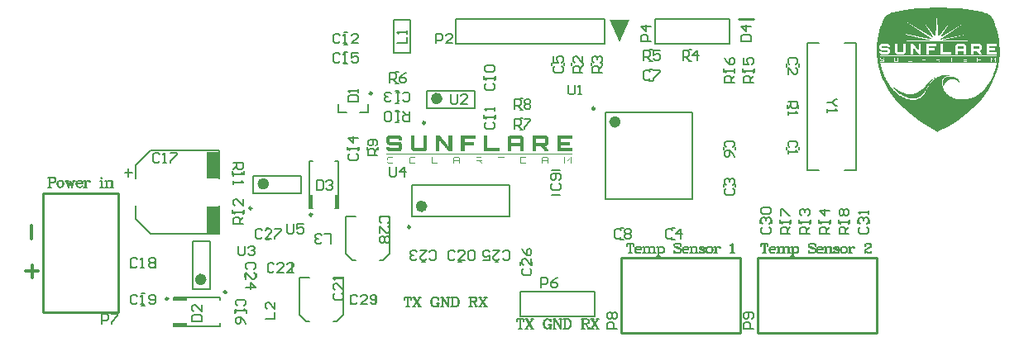
<source format=gto>
G04*
G04 #@! TF.GenerationSoftware,Altium Limited,Altium Designer,20.0.11 (256)*
G04*
G04 Layer_Color=65535*
%FSLAX25Y25*%
%MOIN*%
G70*
G01*
G75*
%ADD10C,0.02362*%
%ADD11C,0.00984*%
%ADD12C,0.01000*%
%ADD13C,0.00787*%
%ADD14C,0.01181*%
%ADD15C,0.00591*%
%ADD16R,0.05512X0.01575*%
%ADD17R,0.01575X0.05512*%
%ADD18R,0.04921X0.11024*%
G36*
X406546Y137407D02*
X407951Y137381D01*
X409328Y137340D01*
X410674Y137282D01*
X411987Y137210D01*
X413264Y137122D01*
X413264Y137122D01*
X414501Y137021D01*
X414501D01*
X415696Y136906D01*
X415697D01*
X416847Y136778D01*
X416847D01*
X417950Y136637D01*
X417950D01*
X419003Y136484D01*
X419003D01*
X420001Y136320D01*
X420001D01*
X420944Y136145D01*
X421827Y135960D01*
X421827D01*
X422648Y135764D01*
X422648Y135764D01*
X423404Y135559D01*
X423405D01*
X424093Y135346D01*
X424093D01*
X424710Y135124D01*
X425254Y134895D01*
X425722Y134658D01*
X426109Y134415D01*
X426415Y134165D01*
X426636Y133911D01*
X426768Y133650D01*
X426972Y133238D01*
Y133238D01*
X427269Y132592D01*
X427631Y131725D01*
X427631Y131725D01*
X428034Y130652D01*
X428452Y129387D01*
X428859Y127943D01*
X429230Y126334D01*
Y126334D01*
X429538Y124575D01*
X429760Y122679D01*
X429866Y120661D01*
X429834Y118535D01*
X429835Y118532D01*
X429836Y118532D01*
X429641Y116313D01*
X429255Y114011D01*
X428653Y111642D01*
X427810Y109220D01*
X426699Y106760D01*
X425296Y104274D01*
X423574Y101778D01*
X421508Y99285D01*
X419071Y96809D01*
X416240Y94364D01*
X412987Y91964D01*
X409288Y89623D01*
X405116Y87355D01*
X405115Y87355D01*
X405115Y87354D01*
X405114Y87354D01*
X405114Y87353D01*
X405114Y87353D01*
X405114Y87352D01*
Y87351D01*
X400949Y89615D01*
X397251Y91955D01*
X393999Y94353D01*
X391169Y96797D01*
X388733Y99271D01*
X386667Y101763D01*
X384945Y104257D01*
X383541Y106741D01*
X382429Y109201D01*
X381585Y111621D01*
X380982Y113989D01*
X380595Y116290D01*
X380398Y118511D01*
X380366Y120637D01*
X380472Y122655D01*
X380693Y124551D01*
X381000Y126311D01*
X381371Y127920D01*
X381777Y129365D01*
X382195Y130632D01*
X382598Y131707D01*
X382598Y131707D01*
X382961Y132576D01*
X383258Y133225D01*
Y133225D01*
X383463Y133640D01*
X383668Y133907D01*
X383949Y134169D01*
X384303Y134424D01*
X384729Y134672D01*
X385224Y134912D01*
X385787Y135144D01*
X386415Y135367D01*
X386415Y135367D01*
X387106Y135582D01*
X387858Y135787D01*
X387858Y135787D01*
X388670Y135982D01*
X388670D01*
X389539Y136167D01*
X390463Y136340D01*
X390463D01*
X391440Y136503D01*
X391440D01*
X392468Y136654D01*
X392468Y136654D01*
X393546Y136792D01*
X393546D01*
X394670Y136918D01*
X394670D01*
X395840Y137031D01*
X397052Y137130D01*
X397052Y137130D01*
X398306Y137215D01*
X398306Y137215D01*
X399598Y137286D01*
X400928Y137342D01*
X402292Y137382D01*
X403689Y137407D01*
X405117Y137415D01*
X406546Y137407D01*
D02*
G37*
G36*
X276575Y123524D02*
X272638Y132382D01*
X280512D01*
X276575Y123524D01*
D02*
G37*
G36*
X187857Y85800D02*
X188176D01*
Y85694D01*
X188388D01*
Y85588D01*
X188600D01*
Y85482D01*
X188706D01*
Y85376D01*
X188812D01*
Y85270D01*
Y85164D01*
X188918D01*
Y85058D01*
Y84952D01*
X189024D01*
Y84846D01*
Y84740D01*
Y84633D01*
Y84527D01*
Y84421D01*
Y84315D01*
Y84209D01*
Y84103D01*
X189130D01*
Y83997D01*
X187751D01*
Y84103D01*
Y84209D01*
Y84315D01*
Y84421D01*
Y84527D01*
X183933D01*
Y84421D01*
Y84315D01*
Y84209D01*
Y84103D01*
Y83997D01*
Y83891D01*
Y83785D01*
Y83679D01*
Y83573D01*
Y83467D01*
Y83360D01*
Y83254D01*
X188176D01*
Y83148D01*
X188388D01*
Y83042D01*
X188600D01*
Y82936D01*
X188706D01*
Y82830D01*
X188812D01*
Y82724D01*
Y82618D01*
X188918D01*
Y82512D01*
Y82406D01*
X189024D01*
Y82300D01*
Y82194D01*
X189130D01*
Y82088D01*
X189024D01*
Y81982D01*
Y81875D01*
Y81769D01*
Y81663D01*
Y81557D01*
Y81451D01*
Y81345D01*
Y81239D01*
Y81133D01*
Y81027D01*
Y80921D01*
Y80815D01*
Y80709D01*
Y80603D01*
Y80497D01*
Y80390D01*
Y80284D01*
X188918D01*
Y80178D01*
Y80072D01*
X188812D01*
Y79966D01*
Y79860D01*
X188706D01*
Y79754D01*
X188600D01*
Y79648D01*
X188388D01*
Y79542D01*
X188176D01*
Y79436D01*
X183508D01*
Y79542D01*
X183296D01*
Y79648D01*
X183190D01*
Y79754D01*
X182978D01*
Y79860D01*
Y79966D01*
X182872D01*
Y80072D01*
Y80178D01*
X182766D01*
Y80284D01*
Y80390D01*
X182660D01*
Y80497D01*
Y80603D01*
Y80709D01*
Y80815D01*
Y80921D01*
Y81027D01*
Y81133D01*
Y81239D01*
X183933D01*
Y81133D01*
Y81027D01*
Y80921D01*
Y80815D01*
Y80709D01*
X187751D01*
Y80815D01*
Y80921D01*
Y81027D01*
Y81133D01*
Y81239D01*
Y81345D01*
Y81451D01*
Y81557D01*
Y81663D01*
Y81769D01*
Y81875D01*
Y81982D01*
X183614D01*
Y82088D01*
X183296D01*
Y82194D01*
X183190D01*
Y82300D01*
X182978D01*
Y82406D01*
Y82512D01*
X182872D01*
Y82618D01*
Y82724D01*
X182766D01*
Y82830D01*
Y82936D01*
X182660D01*
Y83042D01*
Y83148D01*
Y83254D01*
Y83360D01*
Y83467D01*
Y83573D01*
Y83679D01*
Y83785D01*
Y83891D01*
Y83997D01*
Y84103D01*
Y84209D01*
Y84315D01*
Y84421D01*
Y84527D01*
Y84633D01*
Y84740D01*
Y84846D01*
X182766D01*
Y84952D01*
Y85058D01*
Y85164D01*
X182872D01*
Y85270D01*
Y85376D01*
X182978D01*
Y85482D01*
X183084D01*
Y85588D01*
X183296D01*
Y85694D01*
X183508D01*
Y85800D01*
X183827D01*
Y85906D01*
X187857D01*
Y85800D01*
D02*
G37*
G36*
X209072D02*
X209179D01*
Y85694D01*
Y85588D01*
Y85482D01*
Y85376D01*
Y85270D01*
Y85164D01*
Y85058D01*
Y84952D01*
Y84846D01*
Y84740D01*
Y84633D01*
Y84527D01*
Y84421D01*
Y84315D01*
Y84209D01*
Y84103D01*
Y83997D01*
Y83891D01*
Y83785D01*
Y83679D01*
Y83573D01*
Y83467D01*
Y83360D01*
Y83254D01*
Y83148D01*
Y83042D01*
Y82936D01*
Y82830D01*
Y82724D01*
Y82618D01*
Y82512D01*
Y82406D01*
Y82300D01*
Y82194D01*
Y82088D01*
Y81982D01*
Y81875D01*
Y81769D01*
Y81663D01*
Y81557D01*
Y81451D01*
Y81345D01*
Y81239D01*
Y81133D01*
Y81027D01*
Y80921D01*
Y80815D01*
Y80709D01*
Y80603D01*
Y80497D01*
Y80390D01*
Y80284D01*
Y80178D01*
Y80072D01*
Y79966D01*
Y79860D01*
Y79754D01*
Y79648D01*
Y79542D01*
Y79436D01*
X207694D01*
Y79542D01*
Y79648D01*
X207588D01*
Y79754D01*
X207481D01*
Y79860D01*
X207375D01*
Y79966D01*
X207269D01*
Y80072D01*
X207163D01*
Y80178D01*
X207057D01*
Y80284D01*
Y80390D01*
X206951D01*
Y80497D01*
X206845D01*
Y80603D01*
Y80709D01*
X206633D01*
Y80815D01*
X206527D01*
Y80921D01*
X206421D01*
Y81027D01*
Y81133D01*
X206315D01*
Y81239D01*
X206208D01*
Y81345D01*
Y81451D01*
X205996D01*
Y81557D01*
X205890D01*
Y81663D01*
Y81769D01*
X205784D01*
Y81875D01*
X205678D01*
Y81982D01*
X205572D01*
Y82088D01*
X205466D01*
Y82194D01*
X205360D01*
Y82300D01*
X205254D01*
Y82406D01*
Y82512D01*
X205148D01*
Y82618D01*
X205042D01*
Y82724D01*
X204936D01*
Y82830D01*
Y82936D01*
X204724D01*
Y83042D01*
Y83148D01*
X204617D01*
Y83254D01*
X204511D01*
Y83360D01*
X204405D01*
Y83467D01*
Y83573D01*
X204299D01*
Y83679D01*
X204087D01*
Y83785D01*
X203981D01*
Y83679D01*
Y83573D01*
Y83467D01*
Y83360D01*
Y83254D01*
Y83148D01*
Y83042D01*
Y82936D01*
Y82830D01*
Y82724D01*
Y82618D01*
Y82512D01*
Y82406D01*
Y82300D01*
Y82194D01*
Y82088D01*
Y81982D01*
Y81875D01*
Y81769D01*
Y81663D01*
Y81557D01*
Y81451D01*
Y81345D01*
Y81239D01*
Y81133D01*
Y81027D01*
Y80921D01*
Y80815D01*
Y80709D01*
Y80603D01*
Y80497D01*
Y80390D01*
Y80284D01*
Y80178D01*
Y80072D01*
Y79966D01*
Y79860D01*
Y79754D01*
Y79648D01*
Y79542D01*
X204087D01*
Y79436D01*
X202708D01*
Y79542D01*
Y79648D01*
Y79754D01*
Y79860D01*
Y79966D01*
Y80072D01*
Y80178D01*
Y80284D01*
Y80390D01*
Y80497D01*
Y80603D01*
Y80709D01*
Y80815D01*
Y80921D01*
Y81027D01*
Y81133D01*
Y81239D01*
Y81345D01*
Y81451D01*
Y81557D01*
Y81663D01*
Y81769D01*
Y81875D01*
Y81982D01*
Y82088D01*
Y82194D01*
Y82300D01*
Y82406D01*
Y82512D01*
Y82618D01*
Y82724D01*
Y82830D01*
Y82936D01*
Y83042D01*
Y83148D01*
Y83254D01*
Y83360D01*
Y83467D01*
Y83573D01*
Y83679D01*
Y83785D01*
Y83891D01*
Y83997D01*
Y84103D01*
Y84209D01*
Y84315D01*
Y84421D01*
Y84527D01*
Y84633D01*
Y84740D01*
Y84846D01*
Y84952D01*
Y85058D01*
Y85164D01*
Y85270D01*
Y85376D01*
Y85482D01*
Y85588D01*
Y85694D01*
Y85800D01*
X202814D01*
Y85906D01*
X204087D01*
Y85800D01*
X204193D01*
Y85694D01*
Y85588D01*
X204299D01*
Y85482D01*
X204511D01*
Y85376D01*
Y85270D01*
X204617D01*
Y85164D01*
X204724D01*
Y85058D01*
X204830D01*
Y84952D01*
Y84846D01*
X204936D01*
Y84740D01*
X205042D01*
Y84633D01*
X205148D01*
Y84527D01*
X205254D01*
Y84421D01*
X205360D01*
Y84315D01*
X205466D01*
Y84209D01*
Y84103D01*
X205572D01*
Y83997D01*
X205678D01*
Y83891D01*
X205784D01*
Y83785D01*
X205890D01*
Y83679D01*
X205996D01*
Y83573D01*
Y83467D01*
X206102D01*
Y83360D01*
X206208D01*
Y83254D01*
X206315D01*
Y83148D01*
X206421D01*
Y83042D01*
X206527D01*
Y82936D01*
X206633D01*
Y82830D01*
Y82724D01*
X206739D01*
Y82618D01*
X206845D01*
Y82512D01*
X206951D01*
Y82406D01*
X207057D01*
Y82300D01*
X207163D01*
Y82194D01*
X207269D01*
Y82088D01*
Y81982D01*
X207375D01*
Y81875D01*
X207481D01*
Y81769D01*
Y81663D01*
X207694D01*
Y81557D01*
X207800D01*
Y81663D01*
Y81769D01*
Y81875D01*
Y81982D01*
Y82088D01*
Y82194D01*
Y82300D01*
Y82406D01*
Y82512D01*
Y82618D01*
Y82724D01*
Y82830D01*
Y82936D01*
Y83042D01*
Y83148D01*
Y83254D01*
Y83360D01*
Y83467D01*
Y83573D01*
Y83679D01*
Y83785D01*
Y83891D01*
Y83997D01*
Y84103D01*
Y84209D01*
Y84315D01*
Y84421D01*
Y84527D01*
Y84633D01*
Y84740D01*
Y84846D01*
Y84952D01*
Y85058D01*
Y85164D01*
Y85270D01*
Y85376D01*
Y85482D01*
Y85588D01*
Y85694D01*
Y85800D01*
X207906D01*
Y85906D01*
X209072D01*
Y85800D01*
D02*
G37*
G36*
X199101D02*
Y85694D01*
Y85588D01*
Y85482D01*
Y85376D01*
Y85270D01*
Y85164D01*
Y85058D01*
Y84952D01*
Y84846D01*
Y84740D01*
Y84633D01*
Y84527D01*
Y84421D01*
Y84315D01*
Y84209D01*
Y84103D01*
Y83997D01*
Y83891D01*
Y83785D01*
Y83679D01*
Y83573D01*
Y83467D01*
Y83360D01*
Y83254D01*
Y83148D01*
Y83042D01*
Y82936D01*
Y82830D01*
Y82724D01*
Y82618D01*
Y82512D01*
Y82406D01*
Y82300D01*
Y82194D01*
Y82088D01*
Y81982D01*
Y81875D01*
Y81769D01*
Y81663D01*
Y81557D01*
Y81451D01*
Y81345D01*
Y81239D01*
Y81133D01*
Y81027D01*
Y80921D01*
Y80815D01*
Y80709D01*
Y80603D01*
Y80497D01*
Y80390D01*
X198995D01*
Y80284D01*
Y80178D01*
X198889D01*
Y80072D01*
Y79966D01*
X198783D01*
Y79860D01*
X198677D01*
Y79754D01*
X198571D01*
Y79648D01*
X198359D01*
Y79542D01*
X198147D01*
Y79436D01*
X193586D01*
Y79542D01*
X193373D01*
Y79648D01*
X193161D01*
Y79754D01*
X193055D01*
Y79860D01*
X192949D01*
Y79966D01*
X192843D01*
Y80072D01*
Y80178D01*
X192737D01*
Y80284D01*
Y80390D01*
Y80497D01*
X192631D01*
Y80603D01*
Y80709D01*
Y80815D01*
Y80921D01*
Y81027D01*
Y81133D01*
Y81239D01*
Y81345D01*
Y81451D01*
Y81557D01*
Y81663D01*
Y81769D01*
Y81875D01*
Y81982D01*
Y82088D01*
Y82194D01*
Y82300D01*
Y82406D01*
Y82512D01*
Y82618D01*
Y82724D01*
Y82830D01*
Y82936D01*
Y83042D01*
Y83148D01*
Y83254D01*
Y83360D01*
Y83467D01*
Y83573D01*
Y83679D01*
Y83785D01*
Y83891D01*
Y83997D01*
Y84103D01*
Y84209D01*
Y84315D01*
Y84421D01*
Y84527D01*
Y84633D01*
Y84740D01*
Y84846D01*
Y84952D01*
Y85058D01*
Y85164D01*
Y85270D01*
Y85376D01*
Y85482D01*
Y85588D01*
Y85694D01*
Y85800D01*
X192737D01*
Y85906D01*
X193904D01*
Y85800D01*
X194010D01*
Y85694D01*
Y85588D01*
Y85482D01*
Y85376D01*
Y85270D01*
Y85164D01*
Y85058D01*
Y84952D01*
Y84846D01*
Y84740D01*
Y84633D01*
Y84527D01*
Y84421D01*
Y84315D01*
Y84209D01*
Y84103D01*
Y83997D01*
Y83891D01*
Y83785D01*
Y83679D01*
Y83573D01*
Y83467D01*
Y83360D01*
Y83254D01*
Y83148D01*
Y83042D01*
Y82936D01*
Y82830D01*
Y82724D01*
Y82618D01*
Y82512D01*
Y82406D01*
Y82300D01*
Y82194D01*
Y82088D01*
Y81982D01*
Y81875D01*
Y81769D01*
Y81663D01*
Y81557D01*
Y81451D01*
Y81345D01*
Y81239D01*
Y81133D01*
Y81027D01*
Y80921D01*
Y80815D01*
Y80709D01*
X197722D01*
Y80815D01*
Y80921D01*
Y81027D01*
Y81133D01*
Y81239D01*
Y81345D01*
Y81451D01*
Y81557D01*
Y81663D01*
Y81769D01*
Y81875D01*
Y81982D01*
Y82088D01*
Y82194D01*
Y82300D01*
Y82406D01*
Y82512D01*
Y82618D01*
Y82724D01*
Y82830D01*
Y82936D01*
Y83042D01*
Y83148D01*
Y83254D01*
Y83360D01*
Y83467D01*
Y83573D01*
Y83679D01*
Y83785D01*
Y83891D01*
Y83997D01*
Y84103D01*
Y84209D01*
Y84315D01*
Y84421D01*
Y84527D01*
Y84633D01*
Y84740D01*
Y84846D01*
Y84952D01*
Y85058D01*
Y85164D01*
Y85270D01*
Y85376D01*
Y85482D01*
Y85588D01*
Y85694D01*
Y85800D01*
X197828D01*
Y85906D01*
X199101D01*
Y85800D01*
D02*
G37*
G36*
X257549D02*
Y85694D01*
Y85588D01*
Y85482D01*
Y85376D01*
Y85270D01*
Y85164D01*
Y85058D01*
Y84952D01*
Y84846D01*
Y84740D01*
Y84633D01*
Y84527D01*
X252988D01*
Y84421D01*
Y84315D01*
Y84209D01*
Y84103D01*
Y83997D01*
Y83891D01*
Y83785D01*
Y83679D01*
Y83573D01*
Y83467D01*
Y83360D01*
X253094D01*
Y83254D01*
X256700D01*
Y83148D01*
Y83042D01*
Y82936D01*
Y82830D01*
Y82724D01*
Y82618D01*
Y82512D01*
Y82406D01*
Y82300D01*
Y82194D01*
Y82088D01*
Y81982D01*
X252988D01*
Y81875D01*
Y81769D01*
Y81663D01*
Y81557D01*
Y81451D01*
Y81345D01*
Y81239D01*
Y81133D01*
Y81027D01*
Y80921D01*
Y80815D01*
Y80709D01*
X257549D01*
Y80603D01*
Y80497D01*
Y80390D01*
Y80284D01*
Y80178D01*
Y80072D01*
Y79966D01*
Y79860D01*
Y79754D01*
Y79648D01*
Y79542D01*
Y79436D01*
X251715D01*
Y79542D01*
Y79648D01*
Y79754D01*
Y79860D01*
Y79966D01*
Y80072D01*
Y80178D01*
Y80284D01*
Y80390D01*
Y80497D01*
Y80603D01*
Y80709D01*
Y80815D01*
Y80921D01*
Y81027D01*
Y81133D01*
Y81239D01*
Y81345D01*
Y81451D01*
Y81557D01*
Y81663D01*
Y81769D01*
Y81875D01*
Y81982D01*
Y82088D01*
Y82194D01*
Y82300D01*
Y82406D01*
Y82512D01*
Y82618D01*
Y82724D01*
Y82830D01*
Y82936D01*
Y83042D01*
Y83148D01*
Y83254D01*
Y83360D01*
Y83467D01*
Y83573D01*
Y83679D01*
Y83785D01*
Y83891D01*
Y83997D01*
Y84103D01*
Y84209D01*
Y84315D01*
Y84421D01*
Y84527D01*
Y84633D01*
Y84740D01*
Y84846D01*
Y84952D01*
Y85058D01*
Y85164D01*
Y85270D01*
Y85376D01*
Y85482D01*
Y85588D01*
Y85694D01*
Y85800D01*
Y85906D01*
X257549D01*
Y85800D01*
D02*
G37*
G36*
X246729D02*
X247154D01*
Y85694D01*
X247366D01*
Y85588D01*
X247578D01*
Y85482D01*
X247684D01*
Y85376D01*
X247790D01*
Y85270D01*
Y85164D01*
X247896D01*
Y85058D01*
Y84952D01*
X248002D01*
Y84846D01*
Y84740D01*
X248108D01*
Y84633D01*
X248002D01*
Y84527D01*
Y84421D01*
Y84315D01*
Y84209D01*
Y84103D01*
Y83997D01*
Y83891D01*
Y83785D01*
Y83679D01*
Y83573D01*
Y83467D01*
Y83360D01*
Y83254D01*
Y83148D01*
Y83042D01*
Y82936D01*
Y82830D01*
Y82724D01*
X248108D01*
Y82618D01*
X248002D01*
Y82512D01*
Y82406D01*
X247896D01*
Y82300D01*
Y82194D01*
X247790D01*
Y82088D01*
Y81982D01*
X247684D01*
Y81875D01*
X247578D01*
Y81769D01*
X247366D01*
Y81663D01*
X247048D01*
Y81557D01*
X246623D01*
Y81451D01*
Y81345D01*
X246835D01*
Y81239D01*
X246941D01*
Y81133D01*
X247048D01*
Y81027D01*
X247154D01*
Y80921D01*
Y80815D01*
X247260D01*
Y80709D01*
X247366D01*
Y80603D01*
X247472D01*
Y80497D01*
X247578D01*
Y80390D01*
Y80284D01*
X247684D01*
Y80178D01*
X247790D01*
Y80072D01*
X247896D01*
Y79966D01*
X248002D01*
Y79860D01*
X248108D01*
Y79754D01*
X248002D01*
Y79648D01*
Y79542D01*
X248108D01*
Y79436D01*
X246623D01*
Y79542D01*
X246517D01*
Y79648D01*
X246411D01*
Y79754D01*
Y79860D01*
X246305D01*
Y79966D01*
X246199D01*
Y80072D01*
X246093D01*
Y80178D01*
X245987D01*
Y80284D01*
X245881D01*
Y80390D01*
Y80497D01*
X245775D01*
Y80603D01*
X245669D01*
Y80709D01*
X245563D01*
Y80815D01*
X245456D01*
Y80921D01*
X245350D01*
Y81027D01*
X245244D01*
Y81133D01*
Y81239D01*
X245138D01*
Y81345D01*
X245032D01*
Y81451D01*
X244926D01*
Y81557D01*
X243017D01*
Y81451D01*
Y81345D01*
Y81239D01*
Y81133D01*
Y81027D01*
Y80921D01*
Y80815D01*
Y80709D01*
Y80603D01*
Y80497D01*
Y80390D01*
Y80284D01*
Y80178D01*
Y80072D01*
Y79966D01*
Y79860D01*
Y79754D01*
Y79648D01*
Y79542D01*
Y79436D01*
X241638D01*
Y79542D01*
Y79648D01*
Y79754D01*
Y79860D01*
Y79966D01*
Y80072D01*
Y80178D01*
Y80284D01*
Y80390D01*
Y80497D01*
Y80603D01*
Y80709D01*
Y80815D01*
Y80921D01*
Y81027D01*
Y81133D01*
Y81239D01*
Y81345D01*
Y81451D01*
Y81557D01*
Y81663D01*
Y81769D01*
Y81875D01*
Y81982D01*
Y82088D01*
Y82194D01*
Y82300D01*
Y82406D01*
Y82512D01*
Y82618D01*
Y82724D01*
Y82830D01*
Y82936D01*
Y83042D01*
Y83148D01*
Y83254D01*
Y83360D01*
Y83467D01*
Y83573D01*
Y83679D01*
Y83785D01*
Y83891D01*
Y83997D01*
Y84103D01*
Y84209D01*
Y84315D01*
Y84421D01*
Y84527D01*
Y84633D01*
Y84740D01*
Y84846D01*
Y84952D01*
Y85058D01*
Y85164D01*
Y85270D01*
Y85376D01*
Y85482D01*
Y85588D01*
Y85694D01*
Y85800D01*
Y85906D01*
X246729D01*
Y85800D01*
D02*
G37*
G36*
X236758D02*
X237076D01*
Y85694D01*
X237395D01*
Y85588D01*
X237501D01*
Y85482D01*
X237607D01*
Y85376D01*
X237713D01*
Y85270D01*
X237819D01*
Y85164D01*
Y85058D01*
Y84952D01*
X237925D01*
Y84846D01*
Y84740D01*
Y84633D01*
Y84527D01*
Y84421D01*
Y84315D01*
Y84209D01*
Y84103D01*
Y83997D01*
Y83891D01*
Y83785D01*
Y83679D01*
Y83573D01*
Y83467D01*
Y83360D01*
Y83254D01*
Y83148D01*
Y83042D01*
Y82936D01*
Y82830D01*
Y82724D01*
Y82618D01*
Y82512D01*
Y82406D01*
Y82300D01*
Y82194D01*
Y82088D01*
Y81982D01*
Y81875D01*
Y81769D01*
Y81663D01*
Y81557D01*
Y81451D01*
Y81345D01*
Y81239D01*
Y81133D01*
Y81027D01*
Y80921D01*
Y80815D01*
Y80709D01*
Y80603D01*
Y80497D01*
Y80390D01*
Y80284D01*
Y80178D01*
Y80072D01*
Y79966D01*
Y79860D01*
Y79754D01*
Y79648D01*
Y79542D01*
Y79436D01*
X236652D01*
Y79542D01*
Y79648D01*
Y79754D01*
Y79860D01*
Y79966D01*
Y80072D01*
Y80178D01*
Y80284D01*
Y80390D01*
Y80497D01*
Y80603D01*
Y80709D01*
Y80815D01*
Y80921D01*
Y81027D01*
Y81133D01*
Y81239D01*
Y81345D01*
Y81451D01*
Y81557D01*
X232833D01*
Y81451D01*
Y81345D01*
Y81239D01*
Y81133D01*
Y81027D01*
Y80921D01*
Y80815D01*
Y80709D01*
Y80603D01*
Y80497D01*
Y80390D01*
Y80284D01*
Y80178D01*
Y80072D01*
Y79966D01*
Y79860D01*
Y79754D01*
Y79648D01*
Y79542D01*
Y79436D01*
X231560D01*
Y79542D01*
Y79648D01*
Y79754D01*
Y79860D01*
Y79966D01*
Y80072D01*
Y80178D01*
Y80284D01*
Y80390D01*
Y80497D01*
Y80603D01*
Y80709D01*
Y80815D01*
Y80921D01*
Y81027D01*
Y81133D01*
Y81239D01*
Y81345D01*
Y81451D01*
Y81557D01*
Y81663D01*
Y81769D01*
Y81875D01*
Y81982D01*
Y82088D01*
Y82194D01*
Y82300D01*
Y82406D01*
Y82512D01*
Y82618D01*
Y82724D01*
Y82830D01*
Y82936D01*
Y83042D01*
Y83148D01*
Y83254D01*
Y83360D01*
Y83467D01*
Y83573D01*
Y83679D01*
Y83785D01*
Y83891D01*
Y83997D01*
Y84103D01*
Y84209D01*
Y84315D01*
Y84421D01*
Y84527D01*
Y84633D01*
Y84740D01*
Y84846D01*
Y84952D01*
X231667D01*
Y85058D01*
Y85164D01*
Y85270D01*
X231773D01*
Y85376D01*
X231879D01*
Y85482D01*
X231985D01*
Y85588D01*
X232197D01*
Y85694D01*
X232409D01*
Y85800D01*
X232727D01*
Y85906D01*
X236758D01*
Y85800D01*
D02*
G37*
G36*
X223181D02*
Y85694D01*
Y85588D01*
Y85482D01*
Y85376D01*
Y85270D01*
Y85164D01*
Y85058D01*
Y84952D01*
Y84846D01*
Y84740D01*
Y84633D01*
Y84527D01*
Y84421D01*
Y84315D01*
Y84209D01*
Y84103D01*
Y83997D01*
Y83891D01*
Y83785D01*
Y83679D01*
Y83573D01*
Y83467D01*
Y83360D01*
Y83254D01*
Y83148D01*
Y83042D01*
Y82936D01*
Y82830D01*
Y82724D01*
Y82618D01*
Y82512D01*
Y82406D01*
Y82300D01*
Y82194D01*
Y82088D01*
Y81982D01*
Y81875D01*
Y81769D01*
Y81663D01*
Y81557D01*
Y81451D01*
Y81345D01*
Y81239D01*
Y81133D01*
Y81027D01*
Y80921D01*
Y80815D01*
Y80709D01*
X228378D01*
Y80603D01*
Y80497D01*
Y80390D01*
Y80284D01*
Y80178D01*
Y80072D01*
Y79966D01*
Y79860D01*
Y79754D01*
Y79648D01*
Y79542D01*
Y79436D01*
X221908D01*
Y79542D01*
Y79648D01*
Y79754D01*
Y79860D01*
Y79966D01*
Y80072D01*
Y80178D01*
Y80284D01*
Y80390D01*
Y80497D01*
Y80603D01*
Y80709D01*
Y80815D01*
Y80921D01*
Y81027D01*
Y81133D01*
Y81239D01*
Y81345D01*
Y81451D01*
Y81557D01*
Y81663D01*
Y81769D01*
Y81875D01*
Y81982D01*
Y82088D01*
Y82194D01*
Y82300D01*
Y82406D01*
Y82512D01*
Y82618D01*
Y82724D01*
Y82830D01*
Y82936D01*
Y83042D01*
Y83148D01*
Y83254D01*
Y83360D01*
Y83467D01*
Y83573D01*
Y83679D01*
Y83785D01*
Y83891D01*
Y83997D01*
Y84103D01*
Y84209D01*
Y84315D01*
Y84421D01*
Y84527D01*
Y84633D01*
Y84740D01*
Y84846D01*
Y84952D01*
Y85058D01*
Y85164D01*
Y85270D01*
Y85376D01*
Y85482D01*
Y85588D01*
Y85694D01*
Y85800D01*
Y85906D01*
X223181D01*
Y85800D01*
D02*
G37*
G36*
X218725D02*
Y85694D01*
Y85588D01*
Y85482D01*
Y85376D01*
Y85270D01*
Y85164D01*
Y85058D01*
Y84952D01*
Y84846D01*
Y84740D01*
Y84633D01*
Y84527D01*
X214164D01*
Y84421D01*
Y84315D01*
Y84209D01*
Y84103D01*
Y83997D01*
Y83891D01*
Y83785D01*
Y83679D01*
Y83573D01*
Y83467D01*
Y83360D01*
Y83254D01*
X217877D01*
Y83148D01*
Y83042D01*
Y82936D01*
Y82830D01*
Y82724D01*
Y82618D01*
Y82512D01*
Y82406D01*
Y82300D01*
Y82194D01*
Y82088D01*
Y81982D01*
X214164D01*
Y81875D01*
Y81769D01*
Y81663D01*
Y81557D01*
Y81451D01*
Y81345D01*
Y81239D01*
Y81133D01*
Y81027D01*
Y80921D01*
Y80815D01*
Y80709D01*
Y80603D01*
Y80497D01*
Y80390D01*
Y80284D01*
Y80178D01*
Y80072D01*
Y79966D01*
Y79860D01*
Y79754D01*
Y79648D01*
Y79542D01*
Y79436D01*
X212785D01*
Y79542D01*
Y79648D01*
Y79754D01*
Y79860D01*
Y79966D01*
Y80072D01*
Y80178D01*
Y80284D01*
Y80390D01*
Y80497D01*
Y80603D01*
Y80709D01*
Y80815D01*
Y80921D01*
Y81027D01*
Y81133D01*
Y81239D01*
Y81345D01*
Y81451D01*
Y81557D01*
Y81663D01*
Y81769D01*
Y81875D01*
Y81982D01*
Y82088D01*
Y82194D01*
Y82300D01*
Y82406D01*
Y82512D01*
Y82618D01*
Y82724D01*
Y82830D01*
Y82936D01*
Y83042D01*
Y83148D01*
Y83254D01*
Y83360D01*
Y83467D01*
Y83573D01*
Y83679D01*
Y83785D01*
Y83891D01*
Y83997D01*
Y84103D01*
Y84209D01*
Y84315D01*
Y84421D01*
Y84527D01*
Y84633D01*
Y84740D01*
Y84846D01*
Y84952D01*
Y85058D01*
Y85164D01*
Y85270D01*
Y85376D01*
Y85482D01*
Y85588D01*
Y85694D01*
Y85800D01*
X212891D01*
Y85906D01*
X218725D01*
Y85800D01*
D02*
G37*
G36*
X257655Y78481D02*
Y78375D01*
Y78269D01*
X182766D01*
Y78375D01*
Y78481D01*
Y78587D01*
X257655D01*
Y78481D01*
D02*
G37*
G36*
X185206Y76996D02*
X185312D01*
Y76890D01*
X185418D01*
Y76784D01*
Y76678D01*
X185312D01*
Y76784D01*
X185206D01*
Y76890D01*
X183190D01*
Y76784D01*
Y76678D01*
Y76572D01*
Y76466D01*
Y76360D01*
Y76253D01*
Y76147D01*
Y76041D01*
Y75935D01*
X185312D01*
Y75829D01*
X185418D01*
Y75723D01*
Y75617D01*
Y75511D01*
Y75405D01*
Y75299D01*
Y75193D01*
Y75087D01*
Y74981D01*
Y74875D01*
Y74768D01*
X185312D01*
Y74662D01*
X185099D01*
Y74556D01*
X183296D01*
Y74662D01*
X183190D01*
Y74768D01*
X183084D01*
Y74875D01*
X182978D01*
Y74981D01*
Y75087D01*
X183190D01*
Y74981D01*
Y74875D01*
X185312D01*
Y74981D01*
Y75087D01*
Y75193D01*
Y75299D01*
Y75405D01*
Y75511D01*
Y75617D01*
Y75723D01*
X183296D01*
Y75829D01*
X183084D01*
Y75935D01*
X182978D01*
Y76041D01*
Y76147D01*
Y76253D01*
Y76360D01*
Y76466D01*
Y76572D01*
Y76678D01*
Y76784D01*
Y76890D01*
X183084D01*
Y76996D01*
X183296D01*
Y77102D01*
X185206D01*
Y76996D01*
D02*
G37*
G36*
X254791D02*
X254897D01*
Y76890D01*
Y76784D01*
X255109D01*
Y76678D01*
X255215D01*
Y76572D01*
Y76466D01*
X255322D01*
Y76360D01*
X255428D01*
Y76253D01*
X255534D01*
Y76147D01*
Y76041D01*
X255640D01*
Y75935D01*
X255852D01*
Y75829D01*
X255958D01*
Y75935D01*
X256064D01*
Y76041D01*
X256170D01*
Y76147D01*
Y76253D01*
X256276D01*
Y76360D01*
X256382D01*
Y76466D01*
X256488D01*
Y76572D01*
X256594D01*
Y76678D01*
X256700D01*
Y76784D01*
X256806D01*
Y76678D01*
Y76572D01*
X256700D01*
Y76466D01*
X256594D01*
Y76360D01*
Y76253D01*
X256488D01*
Y76147D01*
X256382D01*
Y76041D01*
X256276D01*
Y75935D01*
X256170D01*
Y75829D01*
X256064D01*
Y75723D01*
X255958D01*
Y75617D01*
Y75511D01*
X255746D01*
Y75617D01*
Y75723D01*
X255640D01*
Y75829D01*
X255534D01*
Y75935D01*
Y76041D01*
X255322D01*
Y76147D01*
X255215D01*
Y76253D01*
Y76360D01*
X255109D01*
Y76466D01*
X255003D01*
Y76572D01*
X254897D01*
Y76678D01*
Y76784D01*
X254579D01*
Y76678D01*
Y76572D01*
X254685D01*
Y76466D01*
Y76360D01*
Y76253D01*
Y76147D01*
Y76041D01*
Y75935D01*
Y75829D01*
Y75723D01*
Y75617D01*
Y75511D01*
Y75405D01*
Y75299D01*
Y75193D01*
Y75087D01*
Y74981D01*
Y74875D01*
Y74768D01*
Y74662D01*
Y74556D01*
X254473D01*
Y74662D01*
Y74768D01*
Y74875D01*
Y74981D01*
Y75087D01*
Y75193D01*
Y75299D01*
Y75405D01*
Y75511D01*
Y75617D01*
Y75723D01*
Y75829D01*
Y75935D01*
Y76041D01*
Y76147D01*
Y76253D01*
Y76360D01*
Y76466D01*
Y76572D01*
Y76678D01*
Y76784D01*
Y76890D01*
Y76996D01*
Y77102D01*
X254791D01*
Y76996D01*
D02*
G37*
G36*
X257337D02*
Y76890D01*
Y76784D01*
Y76678D01*
Y76572D01*
Y76466D01*
Y76360D01*
Y76253D01*
Y76147D01*
Y76041D01*
Y75935D01*
Y75829D01*
Y75723D01*
Y75617D01*
Y75511D01*
Y75405D01*
Y75299D01*
Y75193D01*
Y75087D01*
Y74981D01*
Y74875D01*
Y74768D01*
Y74662D01*
X257231D01*
Y74556D01*
X257125D01*
Y74662D01*
Y74768D01*
Y74875D01*
Y74981D01*
Y75087D01*
Y75193D01*
Y75299D01*
Y75405D01*
Y75511D01*
Y75617D01*
Y75723D01*
Y75829D01*
Y75935D01*
Y76041D01*
Y76147D01*
Y76253D01*
Y76360D01*
Y76466D01*
Y76572D01*
Y76678D01*
Y76784D01*
X256806D01*
Y76890D01*
Y76996D01*
X256913D01*
Y77102D01*
X257337D01*
Y76996D01*
D02*
G37*
G36*
X247684D02*
X247790D01*
Y76890D01*
Y76784D01*
X247896D01*
Y76678D01*
Y76572D01*
Y76466D01*
Y76360D01*
Y76253D01*
Y76147D01*
Y76041D01*
Y75935D01*
Y75829D01*
Y75723D01*
Y75617D01*
Y75511D01*
Y75405D01*
Y75299D01*
Y75193D01*
Y75087D01*
Y74981D01*
Y74875D01*
Y74768D01*
Y74662D01*
Y74556D01*
X247684D01*
Y74662D01*
Y74768D01*
Y74875D01*
Y74981D01*
Y75087D01*
Y75193D01*
Y75299D01*
Y75405D01*
Y75511D01*
X245669D01*
Y75405D01*
Y75299D01*
Y75193D01*
Y75087D01*
Y74981D01*
Y74875D01*
Y74768D01*
Y74662D01*
X245563D01*
Y74556D01*
X245456D01*
Y74662D01*
Y74768D01*
Y74875D01*
Y74981D01*
Y75087D01*
Y75193D01*
Y75299D01*
Y75405D01*
Y75511D01*
Y75617D01*
Y75723D01*
Y75829D01*
Y75935D01*
Y76041D01*
Y76147D01*
Y76253D01*
Y76360D01*
Y76466D01*
Y76572D01*
Y76678D01*
Y76784D01*
Y76890D01*
Y76996D01*
X245669D01*
Y77102D01*
X247684D01*
Y76996D01*
D02*
G37*
G36*
X238880D02*
Y76890D01*
X236864D01*
Y76784D01*
Y76678D01*
Y76572D01*
Y76466D01*
Y76360D01*
Y76253D01*
Y76147D01*
Y76041D01*
Y75935D01*
X238456D01*
Y75829D01*
Y75723D01*
X236864D01*
Y75617D01*
Y75511D01*
Y75405D01*
Y75299D01*
Y75193D01*
Y75087D01*
Y74981D01*
Y74875D01*
X238880D01*
Y74768D01*
Y74662D01*
Y74556D01*
X236652D01*
Y74662D01*
Y74768D01*
Y74875D01*
Y74981D01*
Y75087D01*
Y75193D01*
Y75299D01*
Y75405D01*
Y75511D01*
Y75617D01*
Y75723D01*
Y75829D01*
Y75935D01*
Y76041D01*
Y76147D01*
Y76253D01*
Y76360D01*
Y76466D01*
Y76572D01*
Y76678D01*
Y76784D01*
Y76890D01*
Y76996D01*
Y77102D01*
X238880D01*
Y76996D01*
D02*
G37*
G36*
X230182D02*
Y76890D01*
X229015D01*
Y76784D01*
Y76678D01*
Y76572D01*
Y76466D01*
Y76360D01*
Y76253D01*
Y76147D01*
Y76041D01*
Y75935D01*
Y75829D01*
Y75723D01*
Y75617D01*
Y75511D01*
Y75405D01*
Y75299D01*
Y75193D01*
Y75087D01*
Y74981D01*
Y74875D01*
Y74768D01*
Y74662D01*
Y74556D01*
X228909D01*
Y74662D01*
Y74768D01*
Y74875D01*
Y74981D01*
Y75087D01*
Y75193D01*
Y75299D01*
Y75405D01*
Y75511D01*
Y75617D01*
Y75723D01*
Y75829D01*
Y75935D01*
Y76041D01*
Y76147D01*
Y76253D01*
Y76360D01*
Y76466D01*
Y76572D01*
Y76678D01*
Y76784D01*
Y76890D01*
X227742D01*
Y76996D01*
Y77102D01*
X230182D01*
Y76996D01*
D02*
G37*
G36*
X221059D02*
X221271D01*
Y76890D01*
Y76784D01*
Y76678D01*
Y76572D01*
Y76466D01*
Y76360D01*
Y76253D01*
Y76147D01*
Y76041D01*
Y75935D01*
Y75829D01*
Y75723D01*
X221165D01*
Y75617D01*
X220529D01*
Y75511D01*
Y75405D01*
X220635D01*
Y75299D01*
X220741D01*
Y75193D01*
X220847D01*
Y75087D01*
Y74981D01*
X220953D01*
Y74875D01*
X221059D01*
Y74768D01*
X221165D01*
Y74662D01*
X221271D01*
Y74556D01*
X221059D01*
Y74662D01*
X220953D01*
Y74768D01*
X220847D01*
Y74875D01*
X220741D01*
Y74981D01*
X220635D01*
Y75087D01*
X220529D01*
Y75193D01*
Y75299D01*
X220423D01*
Y75405D01*
X220317D01*
Y75511D01*
X220211D01*
Y75617D01*
X219044D01*
Y75511D01*
Y75405D01*
Y75299D01*
Y75193D01*
Y75087D01*
Y74981D01*
Y74875D01*
Y74768D01*
Y74662D01*
Y74556D01*
X218938D01*
Y74662D01*
X218831D01*
Y74768D01*
Y74875D01*
Y74981D01*
Y75087D01*
Y75193D01*
Y75299D01*
Y75405D01*
Y75511D01*
Y75617D01*
Y75723D01*
Y75829D01*
Y75935D01*
Y76041D01*
Y76147D01*
Y76253D01*
Y76360D01*
Y76466D01*
Y76572D01*
Y76678D01*
Y76784D01*
Y76890D01*
Y76996D01*
Y77102D01*
X221059D01*
Y76996D01*
D02*
G37*
G36*
X212043D02*
X212255D01*
Y76890D01*
Y76784D01*
Y76678D01*
Y76572D01*
Y76466D01*
Y76360D01*
Y76253D01*
Y76147D01*
Y76041D01*
Y75935D01*
Y75829D01*
Y75723D01*
Y75617D01*
Y75511D01*
Y75405D01*
Y75299D01*
Y75193D01*
Y75087D01*
Y74981D01*
Y74875D01*
Y74768D01*
Y74662D01*
Y74556D01*
X212149D01*
Y74662D01*
Y74768D01*
Y74875D01*
Y74981D01*
Y75087D01*
Y75193D01*
Y75299D01*
Y75405D01*
Y75511D01*
X210027D01*
Y75405D01*
Y75299D01*
Y75193D01*
Y75087D01*
Y74981D01*
Y74875D01*
Y74768D01*
Y74662D01*
Y74556D01*
X209815D01*
Y74662D01*
Y74768D01*
Y74875D01*
Y74981D01*
Y75087D01*
Y75193D01*
Y75299D01*
Y75405D01*
Y75511D01*
Y75617D01*
Y75723D01*
Y75829D01*
Y75935D01*
Y76041D01*
Y76147D01*
Y76253D01*
Y76360D01*
Y76466D01*
Y76572D01*
Y76678D01*
Y76784D01*
X209921D01*
Y76890D01*
Y76996D01*
X210133D01*
Y77102D01*
X212043D01*
Y76996D01*
D02*
G37*
G36*
X201223D02*
Y76890D01*
Y76784D01*
Y76678D01*
Y76572D01*
Y76466D01*
Y76360D01*
Y76253D01*
Y76147D01*
Y76041D01*
Y75935D01*
Y75829D01*
Y75723D01*
Y75617D01*
Y75511D01*
Y75405D01*
Y75299D01*
Y75193D01*
Y75087D01*
Y74981D01*
Y74875D01*
X203450D01*
Y74768D01*
Y74662D01*
Y74556D01*
X201011D01*
Y74662D01*
Y74768D01*
Y74875D01*
Y74981D01*
Y75087D01*
Y75193D01*
Y75299D01*
Y75405D01*
Y75511D01*
Y75617D01*
Y75723D01*
Y75829D01*
Y75935D01*
Y76041D01*
Y76147D01*
Y76253D01*
Y76360D01*
Y76466D01*
Y76572D01*
Y76678D01*
Y76784D01*
Y76890D01*
Y76996D01*
Y77102D01*
X201223D01*
Y76996D01*
D02*
G37*
G36*
X194222D02*
X194328D01*
Y76890D01*
X194434D01*
Y76784D01*
Y76678D01*
Y76572D01*
Y76466D01*
Y76360D01*
Y76253D01*
Y76147D01*
Y76041D01*
Y75935D01*
Y75829D01*
Y75723D01*
Y75617D01*
Y75511D01*
Y75405D01*
Y75299D01*
Y75193D01*
Y75087D01*
Y74981D01*
Y74875D01*
Y74768D01*
X194328D01*
Y74662D01*
X194116D01*
Y74556D01*
X192313D01*
Y74662D01*
X192101D01*
Y74768D01*
X191994D01*
Y74875D01*
Y74981D01*
Y75087D01*
Y75193D01*
Y75299D01*
Y75405D01*
Y75511D01*
Y75617D01*
Y75723D01*
Y75829D01*
Y75935D01*
Y76041D01*
Y76147D01*
Y76253D01*
Y76360D01*
Y76466D01*
Y76572D01*
Y76678D01*
Y76784D01*
Y76890D01*
X192101D01*
Y76996D01*
X192207D01*
Y77102D01*
X194222D01*
Y76996D01*
D02*
G37*
%LPC*%
G36*
X404722Y135521D02*
X404722Y135521D01*
X404722Y135521D01*
X404721Y135521D01*
X404720Y135521D01*
X404720Y135520D01*
X404720Y135520D01*
X404719Y135519D01*
X404719Y135518D01*
X403890Y125512D01*
X399215Y131526D01*
X399214Y131526D01*
X399213Y131527D01*
X399213Y131527D01*
X399213Y131527D01*
X399212Y131527D01*
X399211Y131526D01*
X399211Y131526D01*
X399211Y131526D01*
X399210Y131525D01*
X399210Y131524D01*
X399210Y131524D01*
X399210Y131524D01*
X399210Y131523D01*
X399210Y131522D01*
X403449Y125338D01*
X391852Y131946D01*
X391851Y131946D01*
X391850Y131946D01*
X391850Y131946D01*
X391850Y131946D01*
X391849Y131945D01*
X391848Y131945D01*
X391848Y131944D01*
X391848Y131944D01*
X391848Y131943D01*
X391847Y131942D01*
X391847Y131942D01*
X391847Y131942D01*
X391848Y131941D01*
X391849Y131940D01*
X402908Y124587D01*
X392130Y126686D01*
X392129Y126686D01*
X392128Y126686D01*
X392128Y126686D01*
X392127Y126686D01*
X392127Y126685D01*
X392126Y126684D01*
X392126Y126684D01*
X392126Y126684D01*
X392126Y126682D01*
X392126Y126681D01*
X392127Y126681D01*
X392127Y126681D01*
X392128Y126681D01*
X392128Y126680D01*
X402477Y124155D01*
X381948Y123720D01*
X381946Y123720D01*
X381945Y123719D01*
X381945Y123719D01*
X381945Y123719D01*
X381945Y123718D01*
X381944Y123717D01*
X381944Y123717D01*
X381944Y123717D01*
X381945Y123716D01*
X381945Y123715D01*
X381945Y123715D01*
X381945Y123715D01*
X381947Y123714D01*
X381948Y123714D01*
X381948D01*
X403893Y123764D01*
X406430D01*
X427889Y123801D01*
X427890Y123801D01*
X427891Y123802D01*
X427891Y123802D01*
X427891Y123802D01*
X427892Y123803D01*
X427892Y123804D01*
X427892Y123804D01*
X427892Y123804D01*
X427891Y123806D01*
X427891Y123807D01*
X427891Y123807D01*
X427890Y123807D01*
X427889Y123807D01*
X406169Y124197D01*
X415934Y126367D01*
X415935Y126367D01*
X415936Y126368D01*
X415936Y126368D01*
X415936Y126368D01*
X415936Y126370D01*
X415937Y126371D01*
X415937Y126371D01*
X415937Y126371D01*
X415936Y126372D01*
X415935Y126373D01*
X415935Y126373D01*
X415935Y126373D01*
X415934Y126373D01*
X415933Y126373D01*
X405706Y124541D01*
X416096Y131522D01*
X416097Y131523D01*
X416098Y131524D01*
X416098Y131524D01*
X416098Y131524D01*
X416098Y131525D01*
X416097Y131526D01*
X416097Y131527D01*
X416097Y131527D01*
X416096Y131527D01*
X416095Y131528D01*
X416095Y131528D01*
X416095Y131528D01*
X416094Y131528D01*
X416093Y131528D01*
X405508Y125321D01*
X409619Y131314D01*
X409619Y131315D01*
X409619Y131316D01*
X409619Y131316D01*
X409619Y131316D01*
X409618Y131317D01*
X409618Y131318D01*
X409618Y131318D01*
X409618Y131318D01*
X409617Y131319D01*
X409615Y131319D01*
X409615Y131319D01*
X409615Y131319D01*
X409614Y131318D01*
X409613Y131318D01*
X405049Y125467D01*
X404725Y135518D01*
X404725Y135519D01*
X404725Y135520D01*
X404725Y135520D01*
X404724Y135520D01*
X404724Y135521D01*
X404722Y135521D01*
D02*
G37*
G36*
X415343Y122733D02*
X415343Y122733D01*
X415343Y122733D01*
X412944D01*
X412944Y122733D01*
X412944Y122733D01*
X412887Y122731D01*
X412886Y122731D01*
X412886Y122731D01*
X412830Y122725D01*
X412830Y122725D01*
X412830Y122725D01*
X412774Y122716D01*
X412774Y122716D01*
X412774Y122716D01*
X412720Y122703D01*
X412720Y122703D01*
X412720Y122703D01*
X412667Y122687D01*
X412667Y122687D01*
X412667D01*
X412616Y122667D01*
X412616Y122667D01*
X412616D01*
X412567Y122644D01*
X412566Y122644D01*
X412566Y122644D01*
X412519Y122618D01*
X412519Y122618D01*
X412519Y122618D01*
X412473Y122590D01*
X412473Y122590D01*
X412473Y122590D01*
X412429Y122558D01*
X412429Y122558D01*
X412429Y122558D01*
X412388Y122524D01*
X412388Y122524D01*
X412388Y122524D01*
X412348Y122487D01*
X412348Y122487D01*
X412348Y122487D01*
X412312Y122448D01*
X412311Y122448D01*
X412311Y122448D01*
X412277Y122406D01*
X412277Y122406D01*
X412277Y122406D01*
X412246Y122362D01*
X412246Y122362D01*
X412246Y122362D01*
X412217Y122317D01*
X412217Y122317D01*
X412217Y122317D01*
X412191Y122269D01*
X412191Y122269D01*
X412191Y122269D01*
X412168Y122219D01*
Y122219D01*
X412168Y122219D01*
X412148Y122168D01*
Y122168D01*
X412148Y122168D01*
X412132Y122115D01*
X412132Y122115D01*
X412132Y122115D01*
X412119Y122061D01*
X412119Y122061D01*
X412119Y122061D01*
X412110Y122005D01*
X412110Y122005D01*
X412110Y122005D01*
X412104Y121949D01*
X412104Y121949D01*
X412104Y121949D01*
X412102Y121891D01*
X412102Y121891D01*
X412102Y121891D01*
Y121874D01*
Y121827D01*
Y121751D01*
Y121651D01*
Y121527D01*
Y121384D01*
Y121224D01*
Y121050D01*
Y120865D01*
Y120671D01*
Y120471D01*
Y120269D01*
Y120067D01*
Y119868D01*
Y119674D01*
Y119488D01*
Y119314D01*
Y119154D01*
Y119011D01*
Y118888D01*
Y118787D01*
Y118711D01*
Y118664D01*
Y118648D01*
X412103Y118645D01*
X412105Y118644D01*
X412984D01*
X412986Y118645D01*
X412987Y118648D01*
Y118654D01*
Y118673D01*
Y118704D01*
Y118745D01*
Y118795D01*
Y118853D01*
Y118918D01*
Y118989D01*
Y119064D01*
Y119142D01*
Y119223D01*
Y119305D01*
Y119387D01*
Y119468D01*
Y119547D01*
Y119622D01*
Y119693D01*
Y119757D01*
Y119816D01*
Y119866D01*
Y119907D01*
Y119937D01*
Y119956D01*
Y119960D01*
X415294D01*
Y119956D01*
Y119937D01*
Y119907D01*
Y119866D01*
Y119816D01*
Y119757D01*
Y119693D01*
Y119622D01*
Y119547D01*
Y119468D01*
Y119387D01*
Y119305D01*
Y119223D01*
Y119142D01*
Y119064D01*
Y118989D01*
Y118918D01*
Y118853D01*
Y118795D01*
Y118745D01*
Y118704D01*
Y118673D01*
Y118654D01*
Y118648D01*
X415295Y118645D01*
X415298Y118644D01*
X416187D01*
X416190Y118645D01*
X416191Y118648D01*
Y118664D01*
Y118711D01*
Y118787D01*
Y118888D01*
Y119011D01*
Y119154D01*
Y119314D01*
Y119488D01*
Y119674D01*
Y119868D01*
Y120067D01*
Y120269D01*
Y120471D01*
Y120671D01*
Y120865D01*
Y121050D01*
Y121224D01*
Y121384D01*
Y121527D01*
Y121651D01*
Y121751D01*
Y121827D01*
Y121874D01*
Y121891D01*
X416191Y121891D01*
X416191Y121891D01*
X416189Y121949D01*
X416189Y121949D01*
X416189Y121949D01*
X416183Y122005D01*
X416183Y122005D01*
X416183Y122005D01*
X416173Y122061D01*
X416173Y122061D01*
X416173Y122061D01*
X416160Y122115D01*
X416160Y122115D01*
X416160Y122115D01*
X416144Y122168D01*
X416144Y122168D01*
Y122168D01*
X416124Y122219D01*
X416124Y122219D01*
Y122219D01*
X416101Y122269D01*
X416101Y122269D01*
X416101Y122269D01*
X416075Y122317D01*
X416075Y122317D01*
X416075Y122317D01*
X416046Y122362D01*
X416045Y122362D01*
X416045Y122362D01*
X416014Y122406D01*
X416013Y122406D01*
X416013Y122406D01*
X415979Y122448D01*
X415979Y122448D01*
X415979Y122448D01*
X415942Y122487D01*
X415942Y122487D01*
X415942Y122487D01*
X415902Y122524D01*
X415902Y122524D01*
X415902Y122524D01*
X415860Y122558D01*
X415860Y122558D01*
X415860Y122558D01*
X415816Y122590D01*
X415816Y122590D01*
X415816Y122590D01*
X415770Y122618D01*
X415770Y122618D01*
X415770Y122618D01*
X415722Y122644D01*
X415722Y122644D01*
X415722Y122644D01*
X415672Y122667D01*
X415672D01*
X415672Y122667D01*
X415621Y122687D01*
X415621D01*
X415621Y122687D01*
X415568Y122703D01*
X415567Y122703D01*
X415567Y122703D01*
X415513Y122716D01*
X415513Y122716D01*
X415513Y122716D01*
X415457Y122725D01*
X415457Y122725D01*
X415457Y122725D01*
X415401Y122731D01*
X415401Y122731D01*
X415401Y122731D01*
X415343Y122733D01*
D02*
G37*
G36*
X384702D02*
X384702Y122733D01*
X384702Y122733D01*
X382298D01*
X382298Y122733D01*
X382298Y122733D01*
X382240Y122731D01*
X382240Y122731D01*
X382240Y122731D01*
X382184Y122725D01*
X382183Y122725D01*
X382183Y122725D01*
X382128Y122716D01*
X382128Y122716D01*
X382128Y122716D01*
X382074Y122703D01*
X382074Y122703D01*
X382073Y122703D01*
X382021Y122687D01*
X382021Y122687D01*
X382021D01*
X381970Y122667D01*
X381969Y122667D01*
X381969D01*
X381920Y122644D01*
X381920Y122644D01*
X381920Y122644D01*
X381872Y122618D01*
X381872Y122618D01*
X381872Y122618D01*
X381826Y122590D01*
X381826Y122590D01*
X381826Y122590D01*
X381783Y122558D01*
X381783Y122558D01*
X381783Y122558D01*
X381741Y122524D01*
X381741Y122524D01*
X381741Y122524D01*
X381702Y122487D01*
X381702Y122487D01*
X381702Y122487D01*
X381665Y122448D01*
X381665Y122448D01*
X381665Y122448D01*
X381631Y122406D01*
X381631Y122406D01*
X381631Y122406D01*
X381599Y122362D01*
X381599Y122362D01*
X381599Y122362D01*
X381570Y122317D01*
X381570Y122317D01*
X381570Y122317D01*
X381544Y122269D01*
X381544Y122269D01*
X381544Y122269D01*
X381522Y122219D01*
Y122219D01*
X381522Y122219D01*
X381502Y122168D01*
Y122168D01*
X381502Y122168D01*
X381486Y122115D01*
X381486Y122115D01*
X381486Y122115D01*
X381473Y122061D01*
Y122061D01*
X381473Y122061D01*
X381463Y122005D01*
X381463Y122005D01*
X381463Y122005D01*
X381458Y121949D01*
X381458Y121949D01*
X381458Y121949D01*
X381456Y121891D01*
X381456Y121891D01*
X381456Y121891D01*
Y121887D01*
Y121875D01*
Y121856D01*
Y121831D01*
Y121801D01*
Y121765D01*
Y121725D01*
Y121682D01*
Y121636D01*
Y121588D01*
Y121538D01*
Y121488D01*
Y121438D01*
Y121388D01*
Y121340D01*
Y121294D01*
Y121251D01*
Y121212D01*
Y121176D01*
Y121145D01*
Y121120D01*
Y121101D01*
Y121090D01*
Y121086D01*
X381456Y121086D01*
X381456Y121086D01*
X381458Y121028D01*
X381458Y121028D01*
X381458Y121028D01*
X381463Y120971D01*
X381463Y120971D01*
X381463Y120971D01*
X381473Y120916D01*
X381473Y120915D01*
Y120915D01*
X381486Y120861D01*
X381486Y120861D01*
X381486Y120861D01*
X381502Y120808D01*
X381502Y120808D01*
Y120808D01*
X381522Y120757D01*
X381522Y120757D01*
Y120757D01*
X381544Y120708D01*
X381544Y120708D01*
X381544Y120707D01*
X381570Y120660D01*
X381570Y120660D01*
X381570Y120660D01*
X381599Y120614D01*
X381599Y120614D01*
X381599Y120614D01*
X381631Y120570D01*
X381631Y120570D01*
X381631Y120570D01*
X381665Y120529D01*
X381665Y120529D01*
X381665Y120529D01*
X381702Y120490D01*
X381702Y120490D01*
X381702Y120490D01*
X381741Y120453D01*
X381741Y120453D01*
X381741Y120453D01*
X381783Y120419D01*
X381783Y120419D01*
X381783Y120418D01*
X381826Y120387D01*
X381826Y120387D01*
X381826Y120387D01*
X381872Y120358D01*
X381872Y120358D01*
X381872Y120358D01*
X381920Y120332D01*
X381920Y120332D01*
X381920Y120332D01*
X381969Y120309D01*
X381969D01*
X381970Y120309D01*
X382021Y120290D01*
X382021D01*
X382021Y120290D01*
X382073Y120273D01*
X382074D01*
X382074Y120273D01*
X382128Y120261D01*
X382128Y120261D01*
X382128Y120261D01*
X382183Y120251D01*
X382183Y120251D01*
X382184Y120251D01*
X382240Y120245D01*
X382240Y120246D01*
X382240Y120245D01*
X382298Y120244D01*
X382298Y120244D01*
X382298Y120244D01*
X384648D01*
Y120243D01*
Y120233D01*
Y120216D01*
Y120194D01*
Y120167D01*
Y120135D01*
Y120100D01*
Y120062D01*
Y120021D01*
Y119978D01*
Y119934D01*
Y119889D01*
Y119845D01*
Y119801D01*
Y119758D01*
Y119718D01*
Y119679D01*
Y119644D01*
Y119612D01*
Y119585D01*
Y119563D01*
Y119546D01*
Y119536D01*
Y119536D01*
X382341D01*
Y119539D01*
Y119547D01*
Y119557D01*
Y119570D01*
Y119585D01*
Y119601D01*
Y119619D01*
Y119638D01*
Y119658D01*
Y119679D01*
Y119700D01*
Y119720D01*
Y119741D01*
Y119761D01*
Y119780D01*
Y119798D01*
Y119815D01*
Y119829D01*
Y119842D01*
Y119852D01*
Y119860D01*
Y119865D01*
Y119867D01*
X382340Y119869D01*
X382338Y119870D01*
X381459D01*
X381457Y119869D01*
X381456Y119867D01*
Y119865D01*
Y119859D01*
Y119851D01*
Y119839D01*
Y119824D01*
Y119807D01*
Y119789D01*
Y119768D01*
Y119746D01*
Y119724D01*
Y119701D01*
Y119677D01*
Y119653D01*
Y119630D01*
Y119607D01*
Y119585D01*
Y119565D01*
Y119546D01*
Y119529D01*
Y119515D01*
Y119503D01*
Y119494D01*
Y119489D01*
Y119487D01*
X381456Y119487D01*
X381456Y119487D01*
X381458Y119429D01*
X381458Y119429D01*
X381458Y119429D01*
X381463Y119372D01*
X381463Y119372D01*
X381463Y119372D01*
X381473Y119317D01*
X381473Y119316D01*
Y119316D01*
X381486Y119262D01*
X381486Y119262D01*
X381486Y119262D01*
X381502Y119210D01*
X381502Y119209D01*
Y119209D01*
X381522Y119158D01*
X381522Y119158D01*
Y119158D01*
X381544Y119109D01*
X381544Y119109D01*
X381544Y119108D01*
X381570Y119061D01*
X381570Y119061D01*
X381570Y119061D01*
X381599Y119015D01*
X381599Y119015D01*
X381599Y119015D01*
X381631Y118971D01*
X381631Y118971D01*
X381631Y118971D01*
X381665Y118930D01*
X381665Y118930D01*
X381665Y118930D01*
X381702Y118891D01*
X381702Y118891D01*
X381702Y118890D01*
X381741Y118854D01*
X381741Y118854D01*
X381741Y118854D01*
X381783Y118819D01*
X381783Y118819D01*
X381783Y118819D01*
X381826Y118788D01*
X381826Y118788D01*
X381826Y118788D01*
X381872Y118759D01*
X381872Y118759D01*
X381872Y118759D01*
X381920Y118733D01*
X381920Y118733D01*
X381920Y118733D01*
X381969Y118710D01*
X381969D01*
X381970Y118710D01*
X382021Y118691D01*
X382021D01*
X382021Y118691D01*
X382073Y118674D01*
X382074Y118674D01*
X382074Y118674D01*
X382128Y118661D01*
X382128Y118661D01*
X382128Y118661D01*
X382183Y118652D01*
X382183Y118652D01*
X382184Y118652D01*
X382240Y118646D01*
X382240Y118646D01*
X382240Y118646D01*
X382298Y118644D01*
X382298Y118644D01*
X382298Y118644D01*
X384702D01*
X384702Y118644D01*
X384702Y118644D01*
X384759Y118646D01*
X384759Y118646D01*
X384759Y118646D01*
X384815Y118652D01*
X384815Y118652D01*
X384816Y118652D01*
X384870Y118661D01*
X384871Y118661D01*
X384871Y118661D01*
X384924Y118674D01*
X384925Y118674D01*
X384925Y118674D01*
X384977Y118691D01*
X384977Y118691D01*
X384977D01*
X385028Y118710D01*
X385028Y118710D01*
X385028D01*
X385078Y118733D01*
X385078Y118733D01*
X385078Y118733D01*
X385125Y118759D01*
X385125Y118759D01*
X385125Y118759D01*
X385171Y118788D01*
X385171Y118788D01*
X385171Y118788D01*
X385215Y118819D01*
X385215Y118819D01*
X385215Y118819D01*
X385257Y118854D01*
X385257Y118854D01*
X385257Y118854D01*
X385296Y118890D01*
X385296Y118891D01*
X385296Y118891D01*
X385333Y118930D01*
X385333Y118930D01*
X385333Y118930D01*
X385367Y118971D01*
X385367Y118971D01*
X385368Y118971D01*
X385399Y119015D01*
X385399Y119015D01*
X385399Y119015D01*
X385428Y119061D01*
X385428Y119061D01*
X385429Y119061D01*
X385455Y119108D01*
X385455Y119109D01*
X385455Y119109D01*
X385477Y119158D01*
Y119158D01*
X385478Y119158D01*
X385497Y119209D01*
Y119209D01*
X385497Y119210D01*
X385514Y119262D01*
X385514Y119262D01*
X385514Y119262D01*
X385527Y119316D01*
X385527Y119316D01*
X385527Y119317D01*
X385537Y119372D01*
X385537Y119372D01*
X385537Y119372D01*
X385542Y119429D01*
X385542Y119429D01*
X385542Y119429D01*
X385544Y119487D01*
X385544Y119487D01*
X385544Y119487D01*
Y119491D01*
Y119502D01*
Y119521D01*
Y119546D01*
Y119577D01*
Y119613D01*
Y119652D01*
Y119695D01*
Y119741D01*
Y119790D01*
Y119839D01*
Y119889D01*
Y119940D01*
Y119989D01*
Y120037D01*
Y120083D01*
Y120126D01*
Y120166D01*
Y120202D01*
Y120232D01*
Y120257D01*
Y120276D01*
Y120288D01*
Y120292D01*
X385544Y120292D01*
X385544Y120292D01*
X385542Y120350D01*
X385542Y120350D01*
X385542Y120350D01*
X385537Y120406D01*
X385537Y120407D01*
X385537Y120407D01*
X385527Y120462D01*
X385527Y120462D01*
X385527Y120462D01*
X385514Y120516D01*
X385514Y120516D01*
X385514Y120517D01*
X385497Y120569D01*
X385497Y120569D01*
Y120569D01*
X385478Y120620D01*
X385477Y120621D01*
Y120621D01*
X385455Y120670D01*
X385455Y120670D01*
X385455Y120670D01*
X385429Y120718D01*
X385428Y120718D01*
X385428Y120718D01*
X385399Y120764D01*
X385399Y120764D01*
X385399Y120764D01*
X385368Y120807D01*
X385367Y120807D01*
X385367Y120807D01*
X385333Y120849D01*
X385333Y120849D01*
X385333Y120849D01*
X385296Y120888D01*
X385296Y120888D01*
X385296Y120888D01*
X385257Y120925D01*
X385257Y120925D01*
X385257Y120925D01*
X385215Y120959D01*
X385215Y120959D01*
X385215Y120959D01*
X385171Y120991D01*
X385171Y120991D01*
X385171Y120991D01*
X385125Y121020D01*
X385125Y121020D01*
X385125Y121020D01*
X385078Y121045D01*
X385078Y121045D01*
X385078Y121045D01*
X385028Y121068D01*
X385028D01*
X385028Y121068D01*
X384977Y121088D01*
X384977D01*
X384977Y121088D01*
X384925Y121104D01*
X384925Y121104D01*
X384924Y121104D01*
X384871Y121117D01*
X384871Y121117D01*
X384870Y121117D01*
X384816Y121127D01*
X384815Y121126D01*
X384815Y121127D01*
X384759Y121132D01*
X384759Y121132D01*
X384759Y121132D01*
X384702Y121134D01*
X384702Y121134D01*
X384702Y121134D01*
X382341D01*
Y121135D01*
Y121145D01*
Y121162D01*
Y121184D01*
Y121211D01*
Y121243D01*
Y121278D01*
Y121316D01*
Y121357D01*
Y121400D01*
Y121444D01*
Y121488D01*
Y121533D01*
Y121577D01*
Y121619D01*
Y121660D01*
Y121698D01*
Y121734D01*
Y121765D01*
Y121792D01*
Y121815D01*
Y121831D01*
Y121842D01*
Y121842D01*
X384648D01*
Y121839D01*
Y121831D01*
Y121821D01*
Y121808D01*
Y121793D01*
Y121777D01*
Y121759D01*
Y121739D01*
Y121720D01*
Y121699D01*
Y121678D01*
Y121657D01*
Y121637D01*
Y121617D01*
Y121598D01*
Y121580D01*
Y121563D01*
Y121548D01*
Y121536D01*
Y121525D01*
Y121517D01*
Y121512D01*
Y121511D01*
X384649Y121509D01*
X384651Y121508D01*
X385541D01*
X385543Y121509D01*
X385544Y121511D01*
Y121513D01*
Y121518D01*
Y121527D01*
Y121539D01*
Y121553D01*
Y121570D01*
Y121589D01*
Y121609D01*
Y121631D01*
Y121654D01*
Y121677D01*
Y121701D01*
Y121724D01*
Y121748D01*
Y121771D01*
Y121792D01*
Y121813D01*
Y121832D01*
Y121848D01*
Y121863D01*
Y121874D01*
Y121883D01*
Y121889D01*
Y121891D01*
X385544Y121891D01*
X385544Y121891D01*
X385542Y121949D01*
X385542Y121949D01*
X385542Y121949D01*
X385537Y122005D01*
X385537Y122005D01*
X385537Y122005D01*
X385527Y122061D01*
X385527Y122061D01*
X385527Y122061D01*
X385514Y122115D01*
X385514Y122115D01*
X385514Y122115D01*
X385497Y122168D01*
X385497Y122168D01*
Y122168D01*
X385478Y122219D01*
X385477Y122219D01*
Y122219D01*
X385455Y122269D01*
X385455Y122269D01*
X385455Y122269D01*
X385429Y122317D01*
X385428Y122317D01*
X385428Y122317D01*
X385399Y122362D01*
X385399Y122362D01*
X385399Y122362D01*
X385368Y122406D01*
X385367Y122406D01*
X385367Y122406D01*
X385333Y122448D01*
X385333Y122448D01*
X385333Y122448D01*
X385296Y122487D01*
X385296Y122487D01*
X385296Y122487D01*
X385257Y122524D01*
X385257Y122524D01*
X385257Y122524D01*
X385215Y122558D01*
X385215Y122558D01*
X385215Y122558D01*
X385171Y122590D01*
X385171Y122590D01*
X385171Y122590D01*
X385125Y122618D01*
X385125Y122618D01*
X385125Y122618D01*
X385078Y122644D01*
X385078Y122644D01*
X385078Y122644D01*
X385028Y122667D01*
X385028D01*
X385028Y122667D01*
X384977Y122687D01*
X384977D01*
X384977Y122687D01*
X384925Y122703D01*
X384925Y122703D01*
X384924Y122703D01*
X384871Y122716D01*
X384871Y122716D01*
X384870Y122716D01*
X384816Y122725D01*
X384815Y122725D01*
X384815Y122725D01*
X384759Y122731D01*
X384759Y122731D01*
X384759Y122731D01*
X384702Y122733D01*
D02*
G37*
G36*
X421670Y122728D02*
X421669Y122728D01*
X421669Y122728D01*
X418432D01*
X418430Y122727D01*
X418429Y122724D01*
Y122704D01*
Y122644D01*
Y122549D01*
Y122422D01*
Y122267D01*
Y122087D01*
Y121886D01*
Y121667D01*
Y121434D01*
Y121191D01*
Y120940D01*
Y120686D01*
Y120432D01*
Y120181D01*
Y119938D01*
Y119704D01*
Y119486D01*
Y119284D01*
Y119105D01*
Y118949D01*
Y118823D01*
Y118728D01*
Y118668D01*
Y118648D01*
X418430Y118645D01*
X418432Y118644D01*
X419311D01*
X419313Y118645D01*
X419314Y118648D01*
Y118654D01*
Y118673D01*
Y118704D01*
Y118745D01*
Y118794D01*
Y118852D01*
Y118917D01*
Y118987D01*
Y119062D01*
Y119140D01*
Y119221D01*
Y119302D01*
Y119384D01*
Y119465D01*
Y119543D01*
Y119618D01*
Y119688D01*
Y119753D01*
Y119810D01*
Y119860D01*
Y119901D01*
Y119932D01*
Y119951D01*
Y119951D01*
X419314Y119951D01*
X419314D01*
X419315Y119951D01*
X419315Y119951D01*
X419316D01*
X419316Y119951D01*
X419317Y119950D01*
X419317D01*
X419317Y119950D01*
X419318Y119950D01*
X419318D01*
X419318Y119950D01*
X419319Y119950D01*
X419319D01*
X419319Y119950D01*
X419320Y119949D01*
X419320D01*
X419320Y119949D01*
X419321Y119949D01*
X419321Y119949D01*
X419321Y119949D01*
X419322Y119949D01*
X419322Y119949D01*
X419322Y119949D01*
X419322Y119949D01*
X419323Y119949D01*
X419323Y119949D01*
X419323Y119949D01*
X419323Y119949D01*
X419323Y119949D01*
X419324Y119949D01*
X419324Y119949D01*
X419324Y119949D01*
X419325Y119949D01*
X419325Y119949D01*
X419326Y119949D01*
X419326Y119949D01*
X419326Y119949D01*
X419327Y119949D01*
X419327Y119949D01*
X419327Y119949D01*
X419327Y119948D01*
X419327Y119948D01*
X419327Y119949D01*
X419327Y119948D01*
X419328D01*
X419329Y119949D01*
X419330Y119949D01*
X419330Y119949D01*
X419330Y119949D01*
X419331Y119951D01*
X419331Y119952D01*
Y119952D01*
Y119952D01*
X419331Y119955D01*
X419331Y119955D01*
X419331Y119955D01*
X419331Y119957D01*
X419331Y119957D01*
X419331Y119957D01*
X419331Y119960D01*
X419331Y119960D01*
X419331Y119960D01*
X419330Y119963D01*
X419330Y119963D01*
X419330Y119963D01*
X419330Y119965D01*
X419330Y119965D01*
X419330Y119965D01*
X419330Y119967D01*
X419330Y119967D01*
X419330Y119967D01*
X419329Y119969D01*
X419329Y119969D01*
X419329Y119969D01*
X419329Y119971D01*
X419329Y119972D01*
Y119972D01*
X419328Y119973D01*
X419328Y119973D01*
Y119974D01*
X419328Y119975D01*
X419328Y119975D01*
Y119975D01*
X419327Y119977D01*
X419327Y119977D01*
Y119977D01*
X419326Y119979D01*
X419326Y119979D01*
X419326Y119979D01*
X419326Y119980D01*
X419325Y119980D01*
X419325Y119980D01*
X419325Y119982D01*
X419324Y119982D01*
X419324Y119982D01*
X419324Y119983D01*
X419334Y119983D01*
X419361Y119983D01*
X419397Y119983D01*
X419442Y119983D01*
X419493Y119983D01*
X419551Y119984D01*
X419614Y119984D01*
X419681Y119984D01*
X419750Y119984D01*
X419822Y119985D01*
X419895Y119985D01*
X419968Y119986D01*
X420040Y119986D01*
X420109Y119986D01*
X420176Y119987D01*
X420239Y119987D01*
X420296Y119987D01*
X420348Y119987D01*
X420392Y119988D01*
X420429Y119988D01*
X420456Y119988D01*
X420473Y119988D01*
X420477Y119988D01*
X420482Y119982D01*
X420499Y119963D01*
X420525Y119931D01*
X420560Y119890D01*
X420603Y119839D01*
X420653Y119779D01*
X420708Y119713D01*
X420769Y119641D01*
X420833Y119564D01*
X420901Y119484D01*
X420970Y119401D01*
X421040Y119317D01*
X421111Y119234D01*
X421180Y119151D01*
X421248Y119071D01*
X421312Y118994D01*
X421373Y118922D01*
X421428Y118855D01*
X421478Y118796D01*
X421521Y118745D01*
X421556Y118703D01*
X421583Y118672D01*
X421599Y118652D01*
X421605Y118646D01*
X421605Y118645D01*
X421605Y118645D01*
X421606Y118645D01*
X421607Y118644D01*
X421607Y118644D01*
X421607Y118644D01*
X422514D01*
X422516Y118645D01*
X422517Y118648D01*
Y118649D01*
Y118653D01*
Y118660D01*
Y118670D01*
Y118681D01*
Y118694D01*
Y118709D01*
Y118726D01*
Y118743D01*
Y118761D01*
Y118779D01*
Y118798D01*
Y118817D01*
Y118835D01*
Y118853D01*
Y118870D01*
Y118886D01*
Y118901D01*
Y118914D01*
Y118926D01*
Y118935D01*
Y118942D01*
Y118947D01*
Y118948D01*
X422517Y118949D01*
X422517Y118950D01*
X422481Y118993D01*
X422481D01*
Y118993D01*
X422445Y119036D01*
X422409Y119079D01*
X422373Y119122D01*
X422336Y119165D01*
X422299Y119209D01*
X422299D01*
Y119209D01*
X422263Y119253D01*
X422263Y119253D01*
X422226Y119296D01*
X422226Y119296D01*
X422189Y119340D01*
X422188Y119340D01*
X422151Y119384D01*
X422114Y119428D01*
X422077Y119472D01*
X422039Y119516D01*
X422002Y119560D01*
X421964Y119604D01*
X421927Y119647D01*
X421890Y119691D01*
X421852Y119735D01*
X421852Y119735D01*
X421815Y119778D01*
X421778Y119822D01*
X421742Y119865D01*
X421705Y119908D01*
X421668Y119951D01*
X421637Y119988D01*
X421669D01*
X421669Y119988D01*
X421670Y119988D01*
X421727Y119990D01*
X421727Y119990D01*
X421728Y119990D01*
X421784Y119996D01*
X421784Y119996D01*
X421784Y119996D01*
X421840Y120005D01*
X421840Y120005D01*
X421840Y120005D01*
X421894Y120018D01*
X421894Y120018D01*
X421894Y120018D01*
X421947Y120035D01*
X421947Y120035D01*
X421947D01*
X421999Y120055D01*
X421999Y120055D01*
X421999D01*
X422049Y120078D01*
X422049Y120078D01*
X422049Y120078D01*
X422097Y120104D01*
X422097Y120104D01*
X422097Y120104D01*
X422143Y120133D01*
X422143Y120133D01*
X422143Y120133D01*
X422187Y120165D01*
X422187Y120165D01*
X422187Y120165D01*
X422229Y120199D01*
X422229Y120199D01*
X422229Y120199D01*
X422268Y120236D01*
X422268Y120236D01*
X422268Y120236D01*
X422306Y120276D01*
X422306Y120276D01*
X422306Y120276D01*
X422340Y120317D01*
X422340Y120317D01*
X422340Y120318D01*
X422372Y120361D01*
X422372Y120361D01*
X422372Y120361D01*
X422401Y120407D01*
X422401Y120407D01*
X422401Y120407D01*
X422427Y120455D01*
X422427Y120455D01*
X422428Y120455D01*
X422450Y120504D01*
Y120504D01*
X422451Y120504D01*
X422470Y120555D01*
Y120555D01*
X422471Y120555D01*
X422487Y120608D01*
X422487Y120608D01*
X422487Y120608D01*
X422500Y120662D01*
X422500Y120662D01*
X422500Y120662D01*
X422510Y120717D01*
X422510Y120717D01*
X422510Y120717D01*
X422515Y120773D01*
X422515Y120773D01*
X422515Y120773D01*
X422517Y120831D01*
X422517Y120831D01*
X422517Y120831D01*
Y120836D01*
Y120851D01*
Y120876D01*
Y120909D01*
Y120949D01*
Y120995D01*
Y121047D01*
Y121104D01*
Y121164D01*
Y121227D01*
Y121292D01*
Y121358D01*
Y121424D01*
Y121488D01*
Y121552D01*
Y121612D01*
Y121668D01*
Y121720D01*
Y121767D01*
Y121807D01*
Y121840D01*
Y121864D01*
Y121880D01*
Y121885D01*
X422517Y121885D01*
X422517Y121885D01*
X422515Y121942D01*
X422515Y121942D01*
X422515Y121942D01*
X422510Y121999D01*
X422510Y121999D01*
X422510Y121999D01*
X422500Y122054D01*
X422500Y122054D01*
X422500Y122054D01*
X422487Y122108D01*
X422487Y122108D01*
X422487Y122108D01*
X422471Y122160D01*
X422470Y122160D01*
Y122160D01*
X422451Y122211D01*
X422450Y122211D01*
Y122211D01*
X422428Y122261D01*
X422427Y122261D01*
X422427Y122261D01*
X422401Y122308D01*
X422401Y122308D01*
X422401Y122309D01*
X422372Y122354D01*
X422372Y122354D01*
X422372Y122354D01*
X422340Y122398D01*
X422340Y122398D01*
X422340Y122398D01*
X422306Y122440D01*
X422306Y122440D01*
X422306Y122440D01*
X422268Y122479D01*
X422268Y122479D01*
X422268Y122479D01*
X422229Y122516D01*
X422229Y122516D01*
X422229Y122516D01*
X422187Y122551D01*
X422187Y122551D01*
X422187Y122551D01*
X422143Y122582D01*
X422143Y122582D01*
X422143Y122583D01*
X422097Y122611D01*
X422097Y122611D01*
X422097Y122612D01*
X422049Y122638D01*
X422049Y122638D01*
X422049Y122638D01*
X421999Y122661D01*
X421999D01*
X421999Y122661D01*
X421947Y122681D01*
X421947D01*
X421947Y122681D01*
X421894Y122697D01*
X421894Y122697D01*
X421894Y122697D01*
X421840Y122710D01*
X421840Y122710D01*
X421840Y122710D01*
X421784Y122720D01*
X421784Y122720D01*
X421784Y122720D01*
X421728Y122725D01*
X421727Y122725D01*
X421727Y122726D01*
X421670Y122728D01*
D02*
G37*
G36*
X398132Y122733D02*
X397242D01*
X397239Y122732D01*
X397239Y122730D01*
Y120017D01*
X394959Y122732D01*
X394959Y122732D01*
X394959Y122732D01*
X394958Y122733D01*
X394957Y122733D01*
X394957Y122733D01*
X394957Y122733D01*
X394050D01*
X394047Y122732D01*
X394046Y122730D01*
Y118648D01*
X394047Y118645D01*
X394050Y118644D01*
X394929D01*
X394931Y118645D01*
X394932Y118648D01*
Y121372D01*
X397222Y118646D01*
X397222Y118645D01*
X397223Y118645D01*
X397224Y118645D01*
X397225Y118644D01*
X397225Y118644D01*
X397225Y118644D01*
X398132D01*
X398134Y118645D01*
X398135Y118648D01*
Y122730D01*
X398134Y122732D01*
X398132Y122733D01*
D02*
G37*
G36*
X391822D02*
X390932D01*
X390930Y122732D01*
X390929Y122730D01*
Y122714D01*
Y122667D01*
Y122593D01*
Y122493D01*
Y122371D01*
Y122230D01*
Y122073D01*
Y121901D01*
Y121718D01*
Y121527D01*
Y121330D01*
Y121131D01*
Y120932D01*
Y120735D01*
Y120544D01*
Y120361D01*
Y120190D01*
Y120032D01*
Y119891D01*
Y119769D01*
Y119670D01*
Y119595D01*
Y119549D01*
Y119536D01*
X388622D01*
Y119549D01*
Y119595D01*
Y119670D01*
Y119769D01*
Y119891D01*
Y120032D01*
Y120190D01*
Y120361D01*
Y120544D01*
Y120735D01*
Y120932D01*
Y121131D01*
Y121330D01*
Y121527D01*
Y121718D01*
Y121901D01*
Y122073D01*
Y122230D01*
Y122371D01*
Y122493D01*
Y122593D01*
Y122667D01*
Y122714D01*
Y122730D01*
X388621Y122732D01*
X388619Y122733D01*
X387740D01*
X387738Y122732D01*
X387737Y122730D01*
Y122714D01*
Y122666D01*
Y122591D01*
Y122490D01*
Y122366D01*
Y122223D01*
Y122063D01*
Y121889D01*
Y121704D01*
Y121510D01*
Y121311D01*
Y121108D01*
Y120906D01*
Y120707D01*
Y120513D01*
Y120327D01*
Y120153D01*
Y119993D01*
Y119850D01*
Y119727D01*
Y119626D01*
Y119551D01*
Y119503D01*
Y119487D01*
X387737Y119487D01*
X387737Y119487D01*
X387739Y119429D01*
X387739Y119429D01*
X387739Y119429D01*
X387744Y119372D01*
X387744Y119372D01*
X387744Y119372D01*
X387754Y119317D01*
X387754Y119316D01*
X387754Y119316D01*
X387767Y119262D01*
X387767Y119262D01*
Y119262D01*
X387783Y119210D01*
X387783Y119209D01*
Y119209D01*
X387803Y119158D01*
X387803Y119158D01*
Y119158D01*
X387826Y119109D01*
X387826Y119109D01*
X387826Y119108D01*
X387852Y119061D01*
X387852Y119061D01*
X387852Y119061D01*
X387880Y119015D01*
X387880Y119015D01*
X387880Y119015D01*
X387912Y118971D01*
X387912Y118971D01*
X387912Y118971D01*
X387946Y118930D01*
X387946Y118930D01*
X387946Y118930D01*
X387983Y118891D01*
X387983Y118891D01*
X387983Y118890D01*
X388022Y118854D01*
X388022Y118854D01*
X388022Y118854D01*
X388064Y118819D01*
X388064Y118819D01*
X388064Y118819D01*
X388107Y118788D01*
X388107Y118788D01*
X388108Y118788D01*
X388153Y118759D01*
X388153Y118759D01*
X388153Y118759D01*
X388201Y118733D01*
X388201Y118733D01*
X388201Y118733D01*
X388251Y118710D01*
X388251D01*
X388251Y118710D01*
X388302Y118691D01*
X388302D01*
X388302Y118691D01*
X388355Y118674D01*
X388355Y118674D01*
X388355Y118674D01*
X388409Y118661D01*
X388409Y118661D01*
X388409Y118661D01*
X388464Y118652D01*
X388465Y118652D01*
X388465Y118652D01*
X388521Y118646D01*
X388521Y118646D01*
X388522Y118646D01*
X388579Y118644D01*
X388579Y118644D01*
X388579Y118644D01*
X390983D01*
X390983Y118644D01*
X390983Y118644D01*
X391040Y118646D01*
X391040Y118646D01*
X391040Y118646D01*
X391096Y118652D01*
X391097Y118652D01*
X391097Y118652D01*
X391152Y118661D01*
X391152Y118661D01*
X391152Y118661D01*
X391206Y118674D01*
X391206Y118674D01*
X391206Y118674D01*
X391258Y118691D01*
X391258Y118691D01*
X391258D01*
X391309Y118710D01*
X391309Y118710D01*
X391309D01*
X391359Y118733D01*
X391359Y118733D01*
X391359Y118733D01*
X391406Y118759D01*
X391406Y118759D01*
X391407Y118759D01*
X391452Y118788D01*
X391452Y118788D01*
X391453Y118788D01*
X391496Y118819D01*
X391496Y118819D01*
X391496Y118819D01*
X391538Y118854D01*
X391538Y118854D01*
X391538Y118854D01*
X391577Y118890D01*
X391577Y118891D01*
X391577Y118891D01*
X391614Y118930D01*
X391614Y118930D01*
X391614Y118930D01*
X391649Y118971D01*
X391649Y118971D01*
X391649Y118971D01*
X391681Y119015D01*
X391681Y119015D01*
X391681Y119015D01*
X391710Y119061D01*
X391710Y119061D01*
X391710Y119061D01*
X391736Y119108D01*
X391736Y119109D01*
X391736Y119109D01*
X391759Y119158D01*
Y119158D01*
X391759Y119158D01*
X391779Y119209D01*
Y119209D01*
X391779Y119210D01*
X391795Y119262D01*
X391795Y119262D01*
X391795Y119262D01*
X391808Y119316D01*
X391808Y119316D01*
X391808Y119317D01*
X391818Y119372D01*
X391818Y119372D01*
X391818Y119372D01*
X391824Y119429D01*
X391824Y119429D01*
X391824Y119429D01*
X391826Y119487D01*
X391826Y119487D01*
X391826Y119487D01*
Y119503D01*
Y119551D01*
Y119626D01*
Y119727D01*
Y119850D01*
Y119993D01*
Y120153D01*
Y120327D01*
Y120513D01*
Y120707D01*
Y120906D01*
Y121108D01*
Y121311D01*
Y121510D01*
Y121704D01*
Y121889D01*
Y122063D01*
Y122223D01*
Y122366D01*
Y122490D01*
Y122591D01*
Y122666D01*
Y122714D01*
Y122730D01*
X391825Y122732D01*
X391822Y122733D01*
D02*
G37*
G36*
X428501D02*
X424730D01*
X424728Y122732D01*
X424727Y122730D01*
Y118648D01*
X424728Y118645D01*
X424730Y118644D01*
X428501D01*
X428503Y118645D01*
X428504Y118648D01*
Y119532D01*
X428503Y119535D01*
X428501Y119536D01*
X425624D01*
Y120244D01*
X427939D01*
X427942Y120244D01*
X427943Y120247D01*
Y121131D01*
X427942Y121133D01*
X427939Y121134D01*
X425624D01*
Y121842D01*
X428501D01*
X428503Y121843D01*
X428504Y121845D01*
Y122730D01*
X428503Y122732D01*
X428501Y122733D01*
D02*
G37*
G36*
X406958Y122739D02*
X406079D01*
X406077Y122738D01*
X406076Y122736D01*
Y118648D01*
X406077Y118645D01*
X406079Y118644D01*
X410161D01*
X410164Y118645D01*
X410165Y118648D01*
Y119532D01*
X410164Y119535D01*
X410161Y119536D01*
X406961D01*
Y122736D01*
X406960Y122738D01*
X406958Y122739D01*
D02*
G37*
G36*
X404152Y122733D02*
X400382D01*
X400380Y122732D01*
X400379Y122730D01*
Y118648D01*
X400380Y118645D01*
X400382Y118644D01*
X401272D01*
X401274Y118645D01*
X401275Y118648D01*
Y120244D01*
X403591D01*
X403593Y120244D01*
X403594Y120247D01*
Y121131D01*
X403593Y121133D01*
X403591Y121134D01*
X401275D01*
Y121842D01*
X404152D01*
X404155Y121843D01*
X404155Y121845D01*
Y122730D01*
X404155Y122732D01*
X404152Y122733D01*
D02*
G37*
G36*
X428540Y118208D02*
X381510D01*
X381508Y118207D01*
X381507Y118205D01*
Y117947D01*
X381508Y117945D01*
X381510Y117944D01*
X428540D01*
X428542Y117945D01*
X428543Y117947D01*
Y118205D01*
X428542Y118207D01*
X428540Y118208D01*
D02*
G37*
G36*
X422142Y117239D02*
X422142Y117238D01*
X422142Y117239D01*
X421070D01*
X421070Y117238D01*
X421070Y117239D01*
X421051Y117238D01*
X421051Y117238D01*
X421051Y117238D01*
X421033Y117236D01*
X421033Y117236D01*
X421032Y117236D01*
X421015Y117233D01*
X421015Y117233D01*
X421015Y117233D01*
X420997Y117229D01*
X420997Y117229D01*
X420997Y117229D01*
X420980Y117224D01*
X420980Y117224D01*
X420980D01*
X420964Y117218D01*
X420964Y117217D01*
X420963D01*
X420948Y117210D01*
X420948Y117210D01*
X420948Y117210D01*
X420932Y117202D01*
X420932Y117202D01*
X420932Y117202D01*
X420918Y117193D01*
X420918Y117193D01*
X420918Y117193D01*
X420904Y117183D01*
X420903Y117183D01*
X420903Y117182D01*
X420890Y117172D01*
X420890Y117172D01*
X420890Y117171D01*
X420878Y117160D01*
X420878Y117160D01*
X420878Y117160D01*
X420866Y117147D01*
X420866Y117147D01*
X420866Y117147D01*
X420855Y117134D01*
X420855Y117134D01*
X420855Y117134D01*
X420845Y117120D01*
X420845Y117120D01*
X420845Y117120D01*
X420835Y117105D01*
X420835Y117105D01*
X420835Y117105D01*
X420827Y117090D01*
X420827Y117089D01*
X420827Y117089D01*
X420820Y117074D01*
Y117074D01*
X420820Y117073D01*
X420814Y117057D01*
Y117057D01*
X420814Y117057D01*
X420808Y117040D01*
X420808Y117040D01*
X420808Y117040D01*
X420804Y117023D01*
X420804Y117022D01*
X420804Y117022D01*
X420801Y117005D01*
X420801Y117004D01*
X420801Y117004D01*
X420799Y116986D01*
X420799Y116986D01*
X420799Y116986D01*
X420799Y116967D01*
X420799Y116967D01*
X420799Y116967D01*
Y116961D01*
Y116941D01*
Y116910D01*
Y116868D01*
Y116817D01*
Y116758D01*
Y116692D01*
Y116620D01*
Y116543D01*
Y116463D01*
Y116381D01*
Y116297D01*
Y116214D01*
Y116131D01*
Y116051D01*
Y115975D01*
Y115903D01*
Y115837D01*
Y115777D01*
Y115726D01*
Y115685D01*
Y115654D01*
Y115634D01*
Y115627D01*
X420800Y115625D01*
X420802Y115624D01*
X420983D01*
X420985Y115625D01*
X420986Y115627D01*
Y115630D01*
Y115639D01*
Y115652D01*
Y115671D01*
Y115693D01*
Y115719D01*
Y115748D01*
Y115779D01*
Y115813D01*
Y115848D01*
Y115884D01*
Y115921D01*
Y115957D01*
Y115994D01*
Y116029D01*
Y116062D01*
Y116094D01*
Y116123D01*
Y116149D01*
Y116171D01*
Y116189D01*
Y116203D01*
Y116211D01*
X422226D01*
Y116203D01*
Y116189D01*
Y116171D01*
Y116149D01*
Y116123D01*
Y116094D01*
Y116062D01*
Y116029D01*
Y115994D01*
Y115957D01*
Y115921D01*
Y115884D01*
Y115848D01*
Y115813D01*
Y115779D01*
Y115748D01*
Y115719D01*
Y115693D01*
Y115671D01*
Y115652D01*
Y115639D01*
Y115630D01*
Y115627D01*
X422227Y115625D01*
X422229Y115624D01*
X422410D01*
X422412Y115625D01*
X422413Y115627D01*
Y115634D01*
Y115654D01*
Y115685D01*
Y115726D01*
Y115777D01*
Y115837D01*
Y115903D01*
Y115975D01*
Y116051D01*
Y116131D01*
Y116214D01*
Y116297D01*
Y116381D01*
Y116463D01*
Y116543D01*
Y116620D01*
Y116692D01*
Y116758D01*
Y116817D01*
Y116868D01*
Y116910D01*
Y116941D01*
Y116961D01*
Y116967D01*
X422413Y116967D01*
X422413Y116967D01*
X422412Y116986D01*
X422412Y116986D01*
X422412Y116986D01*
X422411Y117004D01*
X422411Y117004D01*
X422411Y117005D01*
X422408Y117022D01*
X422408Y117022D01*
X422408Y117023D01*
X422404Y117040D01*
X422403Y117040D01*
X422403Y117040D01*
X422398Y117057D01*
X422398Y117057D01*
Y117057D01*
X422392Y117073D01*
X422392Y117074D01*
Y117074D01*
X422385Y117089D01*
X422385Y117089D01*
X422385Y117090D01*
X422376Y117105D01*
X422376Y117105D01*
X422376Y117105D01*
X422367Y117120D01*
X422367Y117120D01*
X422367Y117120D01*
X422357Y117134D01*
X422357Y117134D01*
X422357Y117134D01*
X422346Y117147D01*
X422346Y117147D01*
X422346Y117147D01*
X422334Y117160D01*
X422334Y117160D01*
X422334Y117160D01*
X422322Y117171D01*
X422322Y117172D01*
X422322Y117172D01*
X422308Y117182D01*
X422308Y117183D01*
X422308Y117183D01*
X422294Y117193D01*
X422294Y117193D01*
X422294Y117193D01*
X422280Y117202D01*
X422280Y117202D01*
X422279Y117202D01*
X422264Y117210D01*
X422264Y117210D01*
X422264Y117210D01*
X422248Y117217D01*
X422248D01*
X422248Y117218D01*
X422232Y117224D01*
X422232D01*
X422231Y117224D01*
X422215Y117229D01*
X422215Y117229D01*
X422215Y117229D01*
X422197Y117233D01*
X422197Y117233D01*
X422197Y117233D01*
X422179Y117236D01*
X422179Y117236D01*
X422179Y117236D01*
X422161Y117238D01*
X422161Y117238D01*
X422161Y117238D01*
X422142Y117239D01*
D02*
G37*
G36*
X399841D02*
X399841Y117238D01*
X399841Y117239D01*
X398769D01*
X398769Y117238D01*
X398768Y117239D01*
X398750Y117238D01*
X398750Y117238D01*
X398750Y117238D01*
X398732Y117236D01*
X398731Y117236D01*
X398731Y117236D01*
X398714Y117233D01*
X398713Y117233D01*
X398713Y117233D01*
X398696Y117229D01*
X398696Y117229D01*
X398696Y117229D01*
X398679Y117224D01*
X398679Y117224D01*
X398679D01*
X398662Y117218D01*
X398662Y117217D01*
X398662D01*
X398646Y117210D01*
X398646Y117210D01*
X398646Y117210D01*
X398631Y117202D01*
X398631Y117202D01*
X398631Y117202D01*
X398616Y117193D01*
X398616Y117193D01*
X398616Y117193D01*
X398602Y117183D01*
X398602Y117183D01*
X398602Y117182D01*
X398589Y117172D01*
X398589Y117172D01*
X398589Y117171D01*
X398576Y117160D01*
X398576Y117160D01*
X398576Y117160D01*
X398565Y117147D01*
X398564Y117147D01*
X398564Y117147D01*
X398553Y117134D01*
X398553Y117134D01*
X398553Y117134D01*
X398543Y117120D01*
X398543Y117120D01*
X398543Y117120D01*
X398534Y117105D01*
X398534Y117105D01*
X398534Y117105D01*
X398526Y117090D01*
X398526Y117089D01*
X398526Y117089D01*
X398518Y117074D01*
Y117074D01*
X398518Y117073D01*
X398512Y117057D01*
Y117057D01*
X398512Y117057D01*
X398507Y117040D01*
X398507Y117040D01*
X398507Y117040D01*
X398503Y117023D01*
Y117022D01*
X398503Y117022D01*
X398500Y117005D01*
X398500Y117004D01*
X398500Y117004D01*
X398498Y116986D01*
X398498Y116986D01*
X398498Y116986D01*
X398497Y116967D01*
X398497Y116967D01*
X398497Y116967D01*
Y116961D01*
Y116941D01*
Y116910D01*
Y116868D01*
Y116817D01*
Y116758D01*
Y116692D01*
Y116620D01*
Y116543D01*
Y116463D01*
Y116381D01*
Y116297D01*
Y116214D01*
Y116131D01*
Y116051D01*
Y115975D01*
Y115903D01*
Y115837D01*
Y115777D01*
Y115726D01*
Y115685D01*
Y115654D01*
Y115634D01*
Y115627D01*
X398498Y115625D01*
X398501Y115624D01*
X398681D01*
X398684Y115625D01*
X398685Y115627D01*
Y115630D01*
Y115639D01*
Y115652D01*
Y115671D01*
Y115693D01*
Y115719D01*
Y115748D01*
Y115779D01*
Y115813D01*
Y115848D01*
Y115884D01*
Y115921D01*
Y115957D01*
Y115994D01*
Y116029D01*
Y116062D01*
Y116094D01*
Y116123D01*
Y116149D01*
Y116171D01*
Y116189D01*
Y116203D01*
Y116211D01*
X399924D01*
Y116203D01*
Y116189D01*
Y116171D01*
Y116149D01*
Y116123D01*
Y116094D01*
Y116062D01*
Y116029D01*
Y115994D01*
Y115957D01*
Y115921D01*
Y115884D01*
Y115848D01*
Y115813D01*
Y115779D01*
Y115748D01*
Y115719D01*
Y115693D01*
Y115671D01*
Y115652D01*
Y115639D01*
Y115630D01*
Y115627D01*
X399925Y115625D01*
X399928Y115624D01*
X400108D01*
X400111Y115625D01*
X400112Y115627D01*
Y115634D01*
Y115654D01*
Y115685D01*
Y115726D01*
Y115777D01*
Y115837D01*
Y115903D01*
Y115975D01*
Y116051D01*
Y116131D01*
Y116214D01*
Y116297D01*
Y116381D01*
Y116463D01*
Y116543D01*
Y116620D01*
Y116692D01*
Y116758D01*
Y116817D01*
Y116868D01*
Y116910D01*
Y116941D01*
Y116961D01*
Y116967D01*
X400112Y116967D01*
X400112Y116967D01*
X400111Y116986D01*
X400111Y116986D01*
X400111Y116986D01*
X400109Y117004D01*
X400109Y117004D01*
X400109Y117005D01*
X400106Y117022D01*
X400106Y117022D01*
X400106Y117023D01*
X400102Y117040D01*
X400102Y117040D01*
X400102Y117040D01*
X400097Y117057D01*
X400097Y117057D01*
Y117057D01*
X400091Y117073D01*
X400091Y117074D01*
Y117074D01*
X400083Y117089D01*
X400083Y117089D01*
X400083Y117090D01*
X400075Y117105D01*
X400075Y117105D01*
X400075Y117105D01*
X400066Y117120D01*
X400066Y117120D01*
X400066Y117120D01*
X400056Y117134D01*
X400056Y117134D01*
X400056Y117134D01*
X400045Y117147D01*
X400045Y117147D01*
X400045Y117147D01*
X400033Y117160D01*
X400033Y117160D01*
X400033Y117160D01*
X400020Y117171D01*
X400020Y117172D01*
X400020Y117172D01*
X400007Y117182D01*
X400007Y117183D01*
X400007Y117183D01*
X399993Y117193D01*
X399993Y117193D01*
X399993Y117193D01*
X399978Y117202D01*
X399978Y117202D01*
X399978Y117202D01*
X399963Y117210D01*
X399963Y117210D01*
X399963Y117210D01*
X399947Y117217D01*
X399947D01*
X399947Y117218D01*
X399930Y117224D01*
X399930D01*
X399930Y117224D01*
X399913Y117229D01*
X399913Y117229D01*
X399913Y117229D01*
X399896Y117233D01*
X399896Y117233D01*
X399896Y117233D01*
X399878Y117236D01*
X399878Y117236D01*
X399878Y117236D01*
X399859Y117238D01*
X399859Y117238D01*
X399859Y117238D01*
X399841Y117239D01*
D02*
G37*
G36*
X388650D02*
X388650Y117238D01*
X388650Y117239D01*
X387578D01*
X387578Y117238D01*
X387578Y117239D01*
X387559Y117238D01*
X387559Y117238D01*
X387559Y117238D01*
X387541Y117236D01*
X387541Y117236D01*
X387541Y117236D01*
X387523Y117233D01*
X387523Y117233D01*
X387523Y117233D01*
X387505Y117229D01*
X387505Y117229D01*
X387505Y117229D01*
X387488Y117224D01*
X387488Y117224D01*
X387488D01*
X387472Y117218D01*
X387472Y117217D01*
X387472D01*
X387456Y117210D01*
X387456Y117210D01*
X387456Y117210D01*
X387440Y117202D01*
X387440Y117202D01*
X387440Y117202D01*
X387426Y117193D01*
X387426Y117193D01*
X387425Y117193D01*
X387412Y117183D01*
X387411Y117183D01*
X387411Y117182D01*
X387398Y117172D01*
X387398Y117172D01*
X387398Y117171D01*
X387386Y117160D01*
X387386Y117160D01*
X387386Y117160D01*
X387374Y117147D01*
X387374Y117147D01*
X387374Y117147D01*
X387363Y117134D01*
X387363Y117134D01*
X387363Y117134D01*
X387353Y117120D01*
X387353Y117120D01*
X387352Y117120D01*
X387343Y117105D01*
X387343Y117105D01*
X387343Y117105D01*
X387335Y117090D01*
X387335Y117089D01*
X387335Y117089D01*
X387328Y117074D01*
Y117074D01*
X387328Y117073D01*
X387321Y117057D01*
Y117057D01*
X387321Y117057D01*
X387316Y117040D01*
X387316Y117040D01*
X387316Y117040D01*
X387312Y117023D01*
Y117022D01*
X387312Y117022D01*
X387309Y117005D01*
X387309Y117004D01*
X387309Y117004D01*
X387307Y116986D01*
X387307Y116986D01*
X387307Y116986D01*
X387307Y116967D01*
X387307Y116967D01*
X387307Y116967D01*
Y116962D01*
Y116946D01*
Y116921D01*
Y116888D01*
Y116847D01*
Y116800D01*
Y116747D01*
Y116689D01*
Y116628D01*
Y116564D01*
Y116498D01*
Y116431D01*
Y116364D01*
Y116298D01*
Y116234D01*
Y116173D01*
Y116116D01*
Y116063D01*
Y116015D01*
Y115975D01*
Y115941D01*
Y115916D01*
Y115901D01*
Y115895D01*
X387307Y115895D01*
X387307Y115895D01*
X387307Y115877D01*
X387307Y115876D01*
X387307Y115876D01*
X387309Y115858D01*
X387309Y115858D01*
X387309Y115858D01*
X387312Y115840D01*
X387312Y115840D01*
Y115840D01*
X387316Y115823D01*
X387316Y115823D01*
X387316Y115823D01*
X387321Y115806D01*
X387321Y115805D01*
Y115805D01*
X387328Y115789D01*
X387328Y115789D01*
Y115789D01*
X387335Y115773D01*
X387335Y115773D01*
X387335Y115773D01*
X387343Y115758D01*
X387343Y115758D01*
X387343Y115758D01*
X387352Y115743D01*
X387353Y115743D01*
X387353Y115743D01*
X387363Y115729D01*
X387363Y115729D01*
X387363Y115729D01*
X387374Y115716D01*
X387374Y115716D01*
X387374Y115715D01*
X387386Y115703D01*
X387386Y115703D01*
X387386Y115703D01*
X387398Y115691D01*
X387398Y115691D01*
X387398Y115691D01*
X387411Y115680D01*
X387411Y115680D01*
X387412Y115680D01*
X387425Y115670D01*
X387426Y115670D01*
X387426Y115670D01*
X387440Y115661D01*
X387440Y115661D01*
X387440Y115661D01*
X387456Y115652D01*
X387456Y115652D01*
X387456Y115652D01*
X387472Y115645D01*
X387472D01*
X387472Y115645D01*
X387488Y115639D01*
X387488D01*
X387488Y115639D01*
X387505Y115634D01*
X387505D01*
X387505Y115633D01*
X387523Y115629D01*
X387523Y115629D01*
X387523Y115629D01*
X387541Y115626D01*
X387541Y115627D01*
X387541Y115626D01*
X387559Y115625D01*
X387559Y115625D01*
X387559Y115625D01*
X387578Y115624D01*
X387578Y115624D01*
X387578Y115624D01*
X388650D01*
X388650Y115624D01*
X388650Y115624D01*
X388669Y115625D01*
X388669Y115625D01*
X388669Y115625D01*
X388687Y115626D01*
X388687Y115627D01*
X388687Y115626D01*
X388705Y115629D01*
X388705Y115629D01*
X388705Y115629D01*
X388722Y115633D01*
X388723Y115634D01*
X388723D01*
X388739Y115639D01*
X388740Y115639D01*
X388740D01*
X388756Y115645D01*
X388756Y115645D01*
X388756D01*
X388772Y115652D01*
X388772Y115652D01*
X388772Y115652D01*
X388787Y115661D01*
X388788Y115661D01*
X388788Y115661D01*
X388802Y115670D01*
X388802Y115670D01*
X388802Y115670D01*
X388816Y115680D01*
X388816Y115680D01*
X388816Y115680D01*
X388830Y115691D01*
X388830Y115691D01*
X388830Y115691D01*
X388842Y115703D01*
X388842Y115703D01*
X388842Y115703D01*
X388854Y115715D01*
X388854Y115716D01*
X388854Y115716D01*
X388865Y115729D01*
X388865Y115729D01*
X388865Y115729D01*
X388875Y115743D01*
X388875Y115743D01*
X388875Y115743D01*
X388884Y115758D01*
X388884Y115758D01*
X388884Y115758D01*
X388893Y115773D01*
X388893Y115773D01*
X388893Y115773D01*
X388900Y115789D01*
Y115789D01*
X388900Y115789D01*
X388906Y115805D01*
Y115805D01*
X388906Y115806D01*
X388912Y115823D01*
X388912Y115823D01*
X388912Y115823D01*
X388916Y115840D01*
X388916Y115840D01*
X388916Y115840D01*
X388919Y115858D01*
X388919Y115858D01*
X388919Y115858D01*
X388920Y115876D01*
X388920Y115876D01*
X388921Y115877D01*
X388921Y115895D01*
X388921Y115895D01*
X388921Y115895D01*
Y115901D01*
Y115916D01*
Y115941D01*
Y115975D01*
Y116015D01*
Y116063D01*
Y116116D01*
Y116173D01*
Y116234D01*
Y116298D01*
Y116364D01*
Y116431D01*
Y116498D01*
Y116564D01*
Y116628D01*
Y116689D01*
Y116747D01*
Y116800D01*
Y116847D01*
Y116888D01*
Y116921D01*
Y116946D01*
Y116962D01*
Y116967D01*
X388921Y116967D01*
X388921Y116967D01*
X388921Y116986D01*
X388920Y116986D01*
X388920Y116986D01*
X388919Y117004D01*
X388919Y117004D01*
X388919Y117005D01*
X388916Y117022D01*
X388916Y117022D01*
X388916Y117023D01*
X388912Y117040D01*
X388912Y117040D01*
X388912Y117040D01*
X388906Y117057D01*
X388906Y117057D01*
Y117057D01*
X388900Y117073D01*
X388900Y117074D01*
Y117074D01*
X388893Y117089D01*
X388893Y117089D01*
X388893Y117090D01*
X388884Y117105D01*
X388884Y117105D01*
X388884Y117105D01*
X388875Y117120D01*
X388875Y117120D01*
X388875Y117120D01*
X388865Y117134D01*
X388865Y117134D01*
X388865Y117134D01*
X388854Y117147D01*
X388854Y117147D01*
X388854Y117147D01*
X388842Y117160D01*
X388842Y117160D01*
X388842Y117160D01*
X388830Y117171D01*
X388830Y117172D01*
X388830Y117172D01*
X388816Y117182D01*
X388816Y117183D01*
X388816Y117183D01*
X388802Y117193D01*
X388802Y117193D01*
X388802Y117193D01*
X388788Y117202D01*
X388788Y117202D01*
X388787Y117202D01*
X388772Y117210D01*
X388772Y117210D01*
X388772Y117210D01*
X388756Y117217D01*
X388756D01*
X388756Y117218D01*
X388740Y117224D01*
X388740D01*
X388739Y117224D01*
X388723Y117229D01*
X388723Y117229D01*
X388722Y117229D01*
X388705Y117233D01*
X388705Y117233D01*
X388705Y117233D01*
X388687Y117236D01*
X388687Y117236D01*
X388687Y117236D01*
X388669Y117238D01*
X388669Y117238D01*
X388669Y117238D01*
X388650Y117239D01*
D02*
G37*
G36*
X383011D02*
X383011Y117238D01*
X383011Y117239D01*
X381939D01*
X381939Y117238D01*
X381939Y117239D01*
X381920Y117238D01*
X381920Y117238D01*
X381920Y117238D01*
X381902Y117236D01*
X381902Y117236D01*
X381902Y117236D01*
X381884Y117233D01*
X381884Y117233D01*
X381884Y117233D01*
X381866Y117229D01*
X381866Y117229D01*
X381866Y117229D01*
X381849Y117224D01*
X381849Y117224D01*
X381849D01*
X381833Y117218D01*
X381833Y117217D01*
X381833D01*
X381817Y117210D01*
X381817Y117210D01*
X381817Y117210D01*
X381801Y117202D01*
X381801Y117202D01*
X381801Y117202D01*
X381786Y117193D01*
X381786Y117193D01*
X381786Y117193D01*
X381772Y117183D01*
X381772Y117183D01*
X381772Y117182D01*
X381759Y117172D01*
X381759Y117172D01*
X381759Y117171D01*
X381747Y117160D01*
X381747Y117160D01*
X381746Y117160D01*
X381735Y117147D01*
X381735Y117147D01*
X381735Y117147D01*
X381724Y117134D01*
X381724Y117134D01*
X381724Y117134D01*
X381714Y117120D01*
X381714Y117120D01*
X381714Y117120D01*
X381704Y117105D01*
X381704Y117105D01*
X381704Y117105D01*
X381696Y117090D01*
X381696Y117089D01*
X381696Y117089D01*
X381689Y117074D01*
Y117074D01*
X381689Y117073D01*
X381682Y117057D01*
Y117057D01*
X381682Y117057D01*
X381677Y117040D01*
X381677Y117040D01*
X381677Y117040D01*
X381673Y117023D01*
X381673Y117022D01*
X381673Y117022D01*
X381670Y117005D01*
X381670Y117004D01*
X381670Y117004D01*
X381668Y116986D01*
X381668Y116986D01*
X381668Y116986D01*
X381668Y116967D01*
X381668Y116967D01*
X381668Y116967D01*
Y116965D01*
Y116960D01*
Y116952D01*
Y116941D01*
Y116927D01*
Y116911D01*
Y116893D01*
Y116874D01*
Y116853D01*
Y116832D01*
Y116810D01*
Y116788D01*
Y116765D01*
Y116743D01*
Y116721D01*
Y116701D01*
Y116682D01*
Y116664D01*
Y116648D01*
Y116634D01*
Y116623D01*
Y116615D01*
Y116609D01*
Y116608D01*
X381668Y116608D01*
X381668Y116607D01*
X381668Y116589D01*
X381668Y116589D01*
X381668Y116589D01*
X381670Y116571D01*
X381670Y116571D01*
X381670Y116571D01*
X381673Y116553D01*
X381673Y116553D01*
X381673Y116553D01*
X381677Y116536D01*
X381677Y116536D01*
X381677Y116536D01*
X381682Y116519D01*
X381682Y116519D01*
Y116519D01*
X381689Y116502D01*
X381689Y116502D01*
Y116502D01*
X381696Y116486D01*
X381696Y116486D01*
X381696Y116486D01*
X381704Y116471D01*
X381704Y116471D01*
X381704Y116471D01*
X381714Y116456D01*
X381714Y116456D01*
X381714Y116456D01*
X381724Y116442D01*
X381724Y116442D01*
X381724Y116442D01*
X381735Y116429D01*
X381735Y116429D01*
X381735Y116429D01*
X381746Y116416D01*
X381747Y116416D01*
X381747Y116416D01*
X381759Y116404D01*
X381759Y116404D01*
X381759Y116404D01*
X381772Y116393D01*
X381772Y116393D01*
X381772Y116393D01*
X381786Y116383D01*
X381786Y116383D01*
X381786Y116383D01*
X381801Y116374D01*
X381801Y116374D01*
X381801Y116373D01*
X381817Y116365D01*
X381817Y116365D01*
X381817Y116365D01*
X381832Y116358D01*
X381833D01*
X381833Y116358D01*
X381849Y116351D01*
X381849D01*
X381849Y116351D01*
X381866Y116346D01*
X381866Y116346D01*
X381866Y116346D01*
X381884Y116342D01*
X381884Y116342D01*
X381884Y116342D01*
X381902Y116339D01*
X381902Y116339D01*
X381902Y116339D01*
X381920Y116337D01*
X381920Y116337D01*
X381920Y116337D01*
X381939Y116336D01*
X381939Y116336D01*
X381939Y116336D01*
X383011D01*
X383016Y116336D01*
X383022Y116335D01*
X383028Y116334D01*
X383033Y116333D01*
X383038Y116332D01*
X383043Y116330D01*
X383048Y116328D01*
X383048D01*
X383053Y116325D01*
Y116325D01*
X383057Y116322D01*
X383062Y116319D01*
X383066Y116316D01*
X383070Y116312D01*
X383074Y116308D01*
X383077Y116305D01*
Y116305D01*
X383080Y116300D01*
X383083Y116296D01*
X383086Y116291D01*
X383088Y116287D01*
X383090Y116282D01*
X383092Y116277D01*
X383093Y116271D01*
X383094Y116266D01*
X383095Y116261D01*
X383095Y116255D01*
Y116253D01*
Y116248D01*
Y116240D01*
Y116228D01*
Y116215D01*
Y116199D01*
Y116181D01*
Y116162D01*
Y116141D01*
Y116120D01*
Y116097D01*
Y116075D01*
Y116053D01*
Y116031D01*
Y116009D01*
Y115989D01*
Y115969D01*
Y115951D01*
Y115936D01*
Y115922D01*
Y115911D01*
Y115902D01*
Y115897D01*
Y115895D01*
X383095Y115890D01*
X383094Y115884D01*
X383093Y115879D01*
X383092Y115873D01*
X383090Y115868D01*
X383088Y115863D01*
X383086Y115858D01*
Y115858D01*
X383083Y115853D01*
X383080Y115849D01*
X383077Y115844D01*
X383073Y115840D01*
X383070Y115836D01*
X383070D01*
X383066Y115833D01*
X383062Y115829D01*
X383057Y115826D01*
X383053Y115823D01*
X383048Y115821D01*
X383043Y115818D01*
X383038Y115816D01*
X383033Y115814D01*
X383027Y115813D01*
X383022Y115812D01*
X383016Y115812D01*
X383011Y115811D01*
X381939D01*
X381933Y115812D01*
X381928Y115812D01*
X381922Y115813D01*
X381917Y115814D01*
X381912Y115816D01*
X381907Y115818D01*
X381902Y115821D01*
X381897Y115823D01*
X381897D01*
X381893Y115826D01*
X381888Y115829D01*
X381884Y115833D01*
X381880Y115836D01*
Y115836D01*
X381876Y115840D01*
X381873Y115845D01*
X381873D01*
X381870Y115849D01*
X381867Y115853D01*
X381864Y115858D01*
Y115858D01*
X381862Y115863D01*
X381860Y115868D01*
X381858Y115873D01*
X381857Y115879D01*
X381856Y115884D01*
X381855Y115890D01*
X381855Y115895D01*
Y115896D01*
Y115896D01*
Y115898D01*
Y115900D01*
Y115902D01*
Y115905D01*
Y115908D01*
Y115911D01*
Y115915D01*
Y115919D01*
Y115923D01*
Y115927D01*
Y115930D01*
Y115934D01*
Y115938D01*
Y115942D01*
Y115945D01*
Y115948D01*
Y115951D01*
Y115953D01*
Y115955D01*
Y115956D01*
Y115957D01*
Y115958D01*
X381854Y115960D01*
X381852Y115961D01*
X381671D01*
X381669Y115960D01*
X381668Y115958D01*
Y115957D01*
Y115956D01*
Y115955D01*
Y115953D01*
Y115951D01*
Y115948D01*
Y115945D01*
Y115942D01*
Y115938D01*
Y115934D01*
Y115930D01*
Y115927D01*
Y115923D01*
Y115919D01*
Y115915D01*
Y115911D01*
Y115908D01*
Y115905D01*
Y115902D01*
Y115900D01*
Y115898D01*
Y115896D01*
Y115896D01*
Y115895D01*
X381668Y115895D01*
X381668Y115895D01*
X381668Y115877D01*
X381668Y115876D01*
X381668Y115876D01*
X381670Y115858D01*
X381670Y115858D01*
X381670Y115858D01*
X381673Y115840D01*
X381673Y115840D01*
X381673Y115840D01*
X381677Y115823D01*
X381677Y115823D01*
X381677Y115823D01*
X381682Y115806D01*
X381682Y115805D01*
Y115805D01*
X381689Y115789D01*
X381689Y115789D01*
Y115789D01*
X381696Y115773D01*
X381696Y115773D01*
X381696Y115773D01*
X381704Y115758D01*
X381704Y115758D01*
X381704Y115758D01*
X381714Y115743D01*
X381714Y115743D01*
X381714Y115743D01*
X381724Y115729D01*
X381724Y115729D01*
X381724Y115729D01*
X381735Y115716D01*
X381735Y115716D01*
X381735Y115715D01*
X381746Y115703D01*
X381747Y115703D01*
X381747Y115703D01*
X381759Y115691D01*
X381759Y115691D01*
X381759Y115691D01*
X381772Y115680D01*
X381772Y115680D01*
X381772Y115680D01*
X381786Y115670D01*
X381786Y115670D01*
X381786Y115670D01*
X381801Y115661D01*
X381801Y115661D01*
X381801Y115661D01*
X381817Y115652D01*
X381817Y115652D01*
X381817Y115652D01*
X381833Y115645D01*
X381833D01*
X381833Y115645D01*
X381849Y115639D01*
X381849D01*
X381849Y115639D01*
X381866Y115634D01*
X381866D01*
X381866Y115633D01*
X381884Y115629D01*
X381884Y115629D01*
X381884Y115629D01*
X381902Y115626D01*
X381902Y115627D01*
X381902Y115626D01*
X381920Y115625D01*
X381920Y115625D01*
X381920Y115625D01*
X381939Y115624D01*
X381939Y115624D01*
X381939Y115624D01*
X383011D01*
X383011Y115624D01*
X383011Y115624D01*
X383029Y115625D01*
X383030Y115625D01*
X383030Y115625D01*
X383048Y115626D01*
X383048Y115627D01*
X383048Y115626D01*
X383066Y115629D01*
X383066Y115629D01*
X383066Y115629D01*
X383083Y115633D01*
X383083Y115634D01*
X383084D01*
X383100Y115639D01*
X383101Y115639D01*
X383101D01*
X383117Y115645D01*
X383117Y115645D01*
X383117D01*
X383133Y115652D01*
X383133Y115652D01*
X383133Y115652D01*
X383148Y115661D01*
X383148Y115661D01*
X383149Y115661D01*
X383163Y115670D01*
X383163Y115670D01*
X383163Y115670D01*
X383177Y115680D01*
X383177Y115680D01*
X383177Y115680D01*
X383190Y115691D01*
X383190Y115691D01*
X383191Y115691D01*
X383203Y115703D01*
X383203Y115703D01*
X383203Y115703D01*
X383215Y115715D01*
X383215Y115716D01*
X383215Y115716D01*
X383226Y115729D01*
X383226Y115729D01*
X383226Y115729D01*
X383236Y115743D01*
X383236Y115743D01*
X383236Y115743D01*
X383245Y115758D01*
X383245Y115758D01*
X383245Y115758D01*
X383254Y115773D01*
X383254Y115773D01*
X383254Y115773D01*
X383261Y115789D01*
Y115789D01*
X383261Y115789D01*
X383267Y115805D01*
Y115805D01*
X383267Y115806D01*
X383273Y115823D01*
X383272Y115823D01*
X383273Y115823D01*
X383277Y115840D01*
X383277Y115840D01*
X383277Y115840D01*
X383280Y115858D01*
X383280Y115858D01*
X383280Y115858D01*
X383281Y115876D01*
X383281Y115876D01*
X383281Y115877D01*
X383282Y115895D01*
X383282Y115895D01*
X383282Y115895D01*
Y115897D01*
Y115902D01*
Y115911D01*
Y115922D01*
Y115936D01*
Y115951D01*
Y115969D01*
Y115989D01*
Y116009D01*
Y116031D01*
Y116053D01*
Y116075D01*
Y116097D01*
Y116120D01*
Y116141D01*
Y116162D01*
Y116181D01*
Y116199D01*
Y116215D01*
Y116228D01*
Y116240D01*
Y116248D01*
Y116253D01*
Y116255D01*
X383282Y116255D01*
X383282Y116255D01*
X383281Y116273D01*
X383281Y116273D01*
X383281Y116273D01*
X383280Y116291D01*
X383280Y116292D01*
X383280Y116292D01*
X383277Y116309D01*
X383277Y116309D01*
X383277Y116309D01*
X383273Y116327D01*
X383272Y116327D01*
X383273Y116327D01*
X383267Y116344D01*
X383267Y116344D01*
Y116344D01*
X383261Y116360D01*
X383261Y116360D01*
Y116360D01*
X383254Y116376D01*
X383254Y116376D01*
X383254Y116376D01*
X383245Y116391D01*
X383245Y116391D01*
X383245Y116392D01*
X383236Y116406D01*
X383236Y116406D01*
X383236Y116406D01*
X383226Y116420D01*
X383226Y116420D01*
X383226Y116420D01*
X383215Y116434D01*
X383215Y116434D01*
X383215Y116434D01*
X383203Y116446D01*
X383203Y116446D01*
X383203Y116446D01*
X383191Y116458D01*
X383190Y116458D01*
X383190Y116458D01*
X383177Y116469D01*
X383177Y116469D01*
X383177Y116469D01*
X383163Y116479D01*
X383163Y116479D01*
X383163Y116480D01*
X383149Y116489D01*
X383148Y116489D01*
X383148Y116489D01*
X383133Y116497D01*
X383133Y116497D01*
X383133Y116497D01*
X383117Y116505D01*
X383117D01*
X383117Y116505D01*
X383101Y116511D01*
X383101D01*
X383100Y116511D01*
X383084Y116516D01*
X383083Y116516D01*
X383083Y116516D01*
X383066Y116520D01*
X383066D01*
X383066Y116520D01*
X383048Y116523D01*
X383048Y116523D01*
X383048Y116523D01*
X383030Y116525D01*
X383030Y116525D01*
X383029Y116525D01*
X383011Y116526D01*
X383011Y116526D01*
X383011Y116526D01*
X381939D01*
X381933Y116526D01*
X381928Y116527D01*
X381922Y116527D01*
X381917Y116529D01*
X381912Y116530D01*
X381907Y116532D01*
X381902Y116534D01*
X381897Y116537D01*
X381892Y116540D01*
X381888Y116543D01*
X381888Y116543D01*
X381884Y116546D01*
X381880Y116550D01*
X381876Y116554D01*
X381876D01*
X381873Y116558D01*
X381870Y116562D01*
X381867Y116567D01*
X381864Y116571D01*
X381862Y116576D01*
X381860Y116581D01*
X381860Y116581D01*
X381858Y116586D01*
X381857Y116591D01*
X381856Y116597D01*
X381855Y116602D01*
X381855Y116608D01*
Y116609D01*
Y116615D01*
Y116623D01*
Y116634D01*
Y116648D01*
Y116664D01*
Y116682D01*
Y116701D01*
Y116721D01*
Y116743D01*
Y116765D01*
Y116788D01*
Y116810D01*
Y116832D01*
Y116853D01*
Y116874D01*
Y116893D01*
Y116911D01*
Y116927D01*
Y116941D01*
Y116952D01*
Y116960D01*
Y116965D01*
Y116967D01*
X381855Y116973D01*
X381856Y116978D01*
X381857Y116984D01*
X381858Y116989D01*
X381860Y116994D01*
X381862Y116999D01*
X381864Y117004D01*
Y117004D01*
X381867Y117009D01*
X381870Y117014D01*
X381873Y117018D01*
X381876Y117022D01*
X381880Y117026D01*
X381884Y117030D01*
X381888Y117033D01*
X381892Y117036D01*
X381897Y117039D01*
X381897D01*
X381902Y117042D01*
X381907Y117044D01*
X381912Y117046D01*
X381917Y117048D01*
X381922Y117049D01*
X381928Y117050D01*
X381933Y117051D01*
X381939Y117051D01*
X383011D01*
X383016Y117051D01*
X383022Y117050D01*
X383027Y117049D01*
X383033Y117048D01*
X383038Y117046D01*
X383043Y117044D01*
X383048Y117042D01*
X383053Y117039D01*
X383057Y117036D01*
X383062Y117033D01*
X383066Y117030D01*
X383070Y117026D01*
X383070D01*
X383073Y117022D01*
X383077Y117018D01*
X383080Y117014D01*
X383083Y117009D01*
X383086Y117004D01*
X383088Y116999D01*
X383090Y116994D01*
X383092Y116989D01*
X383093Y116984D01*
X383094Y116978D01*
X383095Y116973D01*
X383095Y116967D01*
Y116967D01*
Y116966D01*
Y116965D01*
Y116963D01*
Y116960D01*
Y116957D01*
Y116954D01*
Y116951D01*
Y116947D01*
Y116944D01*
Y116940D01*
Y116936D01*
Y116932D01*
Y116928D01*
Y116924D01*
Y116921D01*
Y116917D01*
Y116914D01*
Y116911D01*
Y116909D01*
Y116907D01*
Y116906D01*
Y116905D01*
Y116904D01*
X383096Y116902D01*
X383098Y116901D01*
X383279D01*
X383281Y116902D01*
X383282Y116904D01*
Y116905D01*
Y116906D01*
Y116907D01*
Y116909D01*
Y116911D01*
Y116914D01*
Y116917D01*
Y116921D01*
Y116924D01*
Y116928D01*
Y116932D01*
Y116936D01*
Y116940D01*
Y116944D01*
Y116947D01*
Y116951D01*
Y116954D01*
Y116957D01*
Y116960D01*
Y116963D01*
Y116965D01*
Y116966D01*
Y116967D01*
Y116967D01*
X383282Y116967D01*
X383282Y116967D01*
X383281Y116986D01*
X383281Y116986D01*
X383281Y116986D01*
X383280Y117004D01*
X383280Y117004D01*
X383280Y117005D01*
X383277Y117022D01*
X383277Y117022D01*
X383277Y117023D01*
X383273Y117040D01*
X383272Y117040D01*
X383273Y117040D01*
X383267Y117057D01*
X383267Y117057D01*
Y117057D01*
X383261Y117073D01*
X383261Y117074D01*
Y117074D01*
X383254Y117089D01*
X383254Y117089D01*
X383254Y117090D01*
X383245Y117105D01*
X383245Y117105D01*
X383245Y117105D01*
X383236Y117120D01*
X383236Y117120D01*
X383236Y117120D01*
X383226Y117134D01*
X383226Y117134D01*
X383226Y117134D01*
X383215Y117147D01*
X383215Y117147D01*
X383215Y117147D01*
X383203Y117160D01*
X383203Y117160D01*
X383203Y117160D01*
X383191Y117171D01*
X383190Y117172D01*
X383190Y117172D01*
X383177Y117182D01*
X383177Y117183D01*
X383177Y117183D01*
X383163Y117193D01*
X383163Y117193D01*
X383163Y117193D01*
X383149Y117202D01*
X383148Y117202D01*
X383148Y117202D01*
X383133Y117210D01*
X383133Y117210D01*
X383133Y117210D01*
X383117Y117217D01*
X383117D01*
X383117Y117218D01*
X383101Y117224D01*
X383101D01*
X383100Y117224D01*
X383084Y117229D01*
X383083Y117229D01*
X383083Y117229D01*
X383066Y117233D01*
X383066Y117233D01*
X383066Y117233D01*
X383048Y117236D01*
X383048Y117236D01*
X383048Y117236D01*
X383030Y117238D01*
X383030Y117238D01*
X383029Y117238D01*
X383011Y117239D01*
D02*
G37*
G36*
X428292D02*
X428044D01*
X428044Y117238D01*
X428044Y117239D01*
X428043Y117238D01*
X428042Y117238D01*
X428042Y117237D01*
X428042Y117237D01*
X427377Y116445D01*
X426711Y117237D01*
X426711Y117237D01*
X426711Y117238D01*
X426710Y117238D01*
X426709Y117239D01*
X426709Y117238D01*
X426709Y117239D01*
X426461D01*
X426459Y117238D01*
X426458Y117235D01*
Y115627D01*
X426459Y115625D01*
X426461Y115624D01*
X426642D01*
X426644Y115625D01*
X426645Y115627D01*
Y117021D01*
X427374Y116155D01*
X427374Y116154D01*
X427374Y116154D01*
X427375Y116154D01*
X427376Y116154D01*
X427377Y116154D01*
X427377Y116153D01*
X427378Y116154D01*
X427379Y116154D01*
X427379Y116154D01*
X427379Y116155D01*
X428108Y117021D01*
Y115627D01*
X428109Y115625D01*
X428111Y115624D01*
X428292D01*
X428295Y115625D01*
X428295Y115627D01*
Y117235D01*
X428295Y117238D01*
X428292Y117239D01*
D02*
G37*
G36*
X405497Y117236D02*
X405497Y117236D01*
X405497Y117236D01*
X404157D01*
X404155Y117235D01*
X404154Y117233D01*
Y117225D01*
Y117201D01*
Y117164D01*
Y117114D01*
Y117053D01*
Y116982D01*
Y116903D01*
Y116817D01*
Y116725D01*
Y116629D01*
Y116530D01*
Y116430D01*
Y116330D01*
Y116231D01*
Y116135D01*
Y116043D01*
Y115957D01*
Y115878D01*
Y115807D01*
Y115746D01*
Y115696D01*
Y115659D01*
Y115635D01*
Y115627D01*
X404155Y115625D01*
X404157Y115624D01*
X404339D01*
X404341Y115625D01*
X404342Y115627D01*
Y115630D01*
Y115639D01*
Y115653D01*
Y115672D01*
Y115695D01*
Y115722D01*
Y115752D01*
Y115785D01*
Y115820D01*
Y115856D01*
Y115893D01*
Y115931D01*
Y115969D01*
Y116006D01*
Y116043D01*
Y116077D01*
Y116110D01*
Y116140D01*
Y116167D01*
Y116190D01*
Y116209D01*
Y116223D01*
Y116231D01*
X404342Y116231D01*
X404342D01*
X404346Y116230D01*
X404350Y116230D01*
X404354Y116229D01*
X404359Y116229D01*
X404363Y116228D01*
X404363D01*
X404367Y116228D01*
X404370Y116227D01*
X404370D01*
X404374Y116227D01*
X404374D01*
X404378Y116226D01*
X404378D01*
X404382Y116226D01*
X404386Y116225D01*
X404386D01*
X404389Y116225D01*
X404389D01*
X404393Y116225D01*
X404393D01*
X404397Y116224D01*
X404397D01*
X404400Y116224D01*
X404400D01*
X404404Y116224D01*
X404404D01*
X404407Y116223D01*
X404407D01*
X404410Y116223D01*
X404410D01*
X404413Y116223D01*
X404413D01*
X404417Y116223D01*
X404417Y116223D01*
X404417Y116223D01*
X404420Y116223D01*
X404420Y116223D01*
X404420Y116223D01*
X404423Y116223D01*
X404423D01*
X404425Y116223D01*
X405014D01*
X405015Y116221D01*
X405022Y116212D01*
X405034Y116198D01*
X405050Y116179D01*
X405069Y116157D01*
X405091Y116130D01*
X405116Y116101D01*
X405143Y116068D01*
X405172Y116034D01*
X405202Y115998D01*
X405232Y115962D01*
X405264Y115924D01*
X405295Y115887D01*
X405326Y115850D01*
X405356Y115814D01*
X405385Y115780D01*
X405412Y115748D01*
X405437Y115719D01*
X405459Y115692D01*
X405478Y115670D01*
X405493Y115651D01*
X405505Y115637D01*
X405513Y115628D01*
X405515Y115625D01*
X405515Y115625D01*
X405515Y115625D01*
X405516Y115624D01*
X405517Y115624D01*
X405517Y115624D01*
X405517Y115624D01*
X405757D01*
X405758Y115624D01*
X405758Y115625D01*
X405759Y115625D01*
X405759Y115625D01*
X405759Y115626D01*
X405760Y115627D01*
X405760Y115627D01*
X405760Y115627D01*
X405759Y115628D01*
X405759Y115629D01*
X405756Y115632D01*
X405749Y115641D01*
X405737Y115655D01*
Y115655D01*
X405722Y115674D01*
X405722Y115674D01*
X405702Y115696D01*
X405680Y115723D01*
X405655Y115752D01*
X405628Y115784D01*
X405599Y115819D01*
X405599Y115819D01*
X405569Y115854D01*
X405538Y115891D01*
X405507Y115928D01*
X405475Y115966D01*
X405444Y116003D01*
X405414Y116038D01*
X405385Y116073D01*
X405358Y116105D01*
X405333Y116134D01*
X405333Y116134D01*
X405311Y116161D01*
X405311Y116161D01*
X405292Y116183D01*
X405292Y116183D01*
X405276Y116202D01*
X405264Y116216D01*
X405259Y116223D01*
X405497D01*
X405497Y116223D01*
X405497Y116223D01*
X405516Y116223D01*
X405516Y116223D01*
X405516Y116223D01*
X405534Y116225D01*
X405535Y116225D01*
X405535Y116225D01*
X405552Y116228D01*
X405552Y116228D01*
X405553Y116228D01*
X405570Y116232D01*
X405570Y116232D01*
X405570D01*
X405587Y116237D01*
X405587Y116238D01*
X405587D01*
X405604Y116244D01*
X405604Y116244D01*
X405604D01*
X405619Y116251D01*
X405620Y116251D01*
X405620Y116251D01*
X405635Y116260D01*
X405635Y116260D01*
X405635Y116260D01*
X405650Y116269D01*
X405650Y116269D01*
X405650Y116269D01*
X405664Y116279D01*
X405664Y116279D01*
X405664Y116279D01*
X405677Y116290D01*
X405677Y116290D01*
X405677Y116290D01*
X405690Y116302D01*
X405690Y116302D01*
X405690Y116302D01*
X405702Y116315D01*
X405702Y116315D01*
X405702Y116315D01*
X405713Y116328D01*
X405713Y116328D01*
X405713Y116328D01*
X405723Y116342D01*
X405723Y116342D01*
X405723Y116342D01*
X405732Y116357D01*
X405732Y116357D01*
X405732Y116357D01*
X405740Y116372D01*
Y116373D01*
X405740Y116373D01*
X405748Y116388D01*
Y116388D01*
X405748Y116388D01*
X405754Y116405D01*
Y116405D01*
X405754Y116405D01*
X405759Y116422D01*
X405759Y116422D01*
X405759Y116422D01*
X405763Y116439D01*
X405763Y116439D01*
X405763Y116439D01*
X405766Y116457D01*
X405766Y116457D01*
X405766Y116457D01*
X405768Y116475D01*
X405768Y116475D01*
X405768Y116475D01*
X405769Y116494D01*
X405769Y116494D01*
X405769Y116494D01*
Y116496D01*
Y116503D01*
Y116514D01*
Y116529D01*
Y116547D01*
Y116567D01*
Y116591D01*
Y116616D01*
Y116643D01*
Y116671D01*
Y116700D01*
Y116729D01*
Y116759D01*
Y116788D01*
Y116816D01*
Y116843D01*
Y116868D01*
Y116891D01*
Y116912D01*
Y116930D01*
Y116945D01*
Y116956D01*
Y116963D01*
Y116965D01*
X405769Y116965D01*
X405769Y116965D01*
X405768Y116983D01*
X405768Y116983D01*
X405768Y116983D01*
X405766Y117001D01*
X405766Y117002D01*
X405766Y117002D01*
X405763Y117019D01*
X405763Y117019D01*
X405763Y117020D01*
X405759Y117037D01*
X405759Y117037D01*
X405759Y117037D01*
X405754Y117054D01*
X405754Y117054D01*
Y117054D01*
X405748Y117070D01*
X405748Y117070D01*
Y117070D01*
X405740Y117086D01*
X405740Y117086D01*
Y117086D01*
X405732Y117102D01*
X405732Y117102D01*
X405732Y117102D01*
X405723Y117116D01*
X405723Y117116D01*
X405723Y117116D01*
X405713Y117130D01*
X405713Y117130D01*
X405713Y117131D01*
X405702Y117144D01*
X405702Y117144D01*
X405702Y117144D01*
X405690Y117157D01*
X405690Y117157D01*
X405690Y117157D01*
X405677Y117168D01*
X405677Y117168D01*
X405677Y117168D01*
X405664Y117180D01*
X405664Y117180D01*
X405664Y117180D01*
X405650Y117190D01*
X405650Y117190D01*
X405650Y117190D01*
X405635Y117199D01*
X405635Y117199D01*
X405635Y117199D01*
X405620Y117207D01*
X405620Y117207D01*
X405619Y117208D01*
X405604Y117215D01*
X405604D01*
X405604Y117215D01*
X405587Y117221D01*
X405587D01*
X405587Y117221D01*
X405570Y117226D01*
X405570Y117226D01*
X405570Y117227D01*
X405553Y117231D01*
X405552Y117231D01*
X405552Y117231D01*
X405535Y117234D01*
X405535Y117234D01*
X405534Y117234D01*
X405516Y117236D01*
X405516Y117236D01*
X405516Y117236D01*
X405497Y117236D01*
D02*
G37*
G36*
X416762Y117239D02*
X415295D01*
X415292Y117238D01*
X415291Y117235D01*
Y115627D01*
X415292Y115625D01*
X415295Y115624D01*
X416762D01*
X416764Y115625D01*
X416765Y115627D01*
Y115808D01*
X416764Y115810D01*
X416762Y115811D01*
X415479D01*
Y116336D01*
X416510D01*
X416512Y116337D01*
X416513Y116339D01*
Y116523D01*
X416512Y116525D01*
X416510Y116526D01*
X415479D01*
Y117051D01*
X416762D01*
X416764Y117052D01*
X416765Y117054D01*
Y117235D01*
X416764Y117238D01*
X416762Y117239D01*
D02*
G37*
G36*
X411326D02*
X409718D01*
X409716Y117238D01*
X409715Y117235D01*
Y117054D01*
X409716Y117052D01*
X409718Y117051D01*
X410430D01*
Y115627D01*
X410431Y115625D01*
X410433Y115624D01*
X410614D01*
X410616Y115625D01*
X410617Y115627D01*
Y117051D01*
X411326D01*
X411329Y117052D01*
X411330Y117054D01*
Y117235D01*
X411329Y117238D01*
X411326Y117239D01*
D02*
G37*
G36*
X393143Y117241D02*
X392962D01*
X392960Y117240D01*
X392959Y117237D01*
Y115627D01*
X392960Y115625D01*
X392962Y115624D01*
X394570D01*
X394573Y115625D01*
X394573Y115627D01*
Y115808D01*
X394573Y115810D01*
X394570Y115811D01*
X393146D01*
Y117237D01*
X393145Y117240D01*
X393143Y117241D01*
D02*
G37*
G36*
X428628Y115064D02*
X381804D01*
X381804Y115064D01*
X381804Y115064D01*
X381803Y115063D01*
X381802Y115063D01*
X381802Y115062D01*
X381802Y115062D01*
X381802Y115061D01*
X381801Y115060D01*
X381801Y115060D01*
X381801Y115060D01*
X381913Y114533D01*
Y114533D01*
Y114533D01*
X382036Y114011D01*
X382036Y114011D01*
Y114011D01*
X382170Y113493D01*
X382170Y113493D01*
Y113493D01*
X382316Y112980D01*
X382316Y112980D01*
Y112980D01*
X382473Y112472D01*
X382473Y112472D01*
Y112472D01*
X382641Y111968D01*
X382641D01*
Y111968D01*
X382819Y111470D01*
X382819Y111470D01*
Y111470D01*
X383008Y110976D01*
X383008Y110976D01*
Y110976D01*
X383208Y110488D01*
X383208Y110488D01*
Y110488D01*
X383418Y110006D01*
X383418Y110006D01*
Y110006D01*
X383638Y109529D01*
X383638Y109529D01*
Y109529D01*
X383869Y109058D01*
X383869Y109058D01*
Y109058D01*
X384109Y108592D01*
X384109Y108592D01*
Y108592D01*
X384359Y108133D01*
X384359Y108133D01*
Y108133D01*
X384619Y107680D01*
X384619Y107680D01*
Y107680D01*
X384888Y107233D01*
X384889Y107233D01*
X384889Y107233D01*
X385167Y106793D01*
X385167Y106792D01*
Y106792D01*
X385455Y106359D01*
X385455Y106359D01*
X385455Y106359D01*
X385753Y105931D01*
X385753Y105931D01*
Y105931D01*
X386059Y105511D01*
X386059Y105511D01*
Y105511D01*
X386374Y105098D01*
X386374Y105098D01*
X386374Y105098D01*
X386698Y104692D01*
X386698Y104692D01*
X386698Y104692D01*
X387030Y104293D01*
X387030Y104293D01*
Y104293D01*
X387371Y103901D01*
X387371Y103901D01*
X387371Y103901D01*
X387408Y103863D01*
X387408Y103863D01*
X387447Y103822D01*
X387447D01*
Y103822D01*
X387490Y103779D01*
X387490D01*
Y103779D01*
X387535Y103733D01*
X387535D01*
Y103733D01*
X387583Y103685D01*
X387583Y103685D01*
X387634Y103635D01*
X387634D01*
Y103635D01*
X387688Y103583D01*
X387688D01*
Y103583D01*
X387744Y103528D01*
X387744Y103528D01*
X387803Y103472D01*
X387803D01*
Y103472D01*
X387865Y103414D01*
X387865D01*
Y103414D01*
X387929Y103355D01*
X387929D01*
Y103355D01*
X387996Y103294D01*
X387996Y103294D01*
X388065Y103232D01*
X388065Y103232D01*
X388137Y103168D01*
X388137Y103168D01*
X388211Y103103D01*
X388211Y103103D01*
X388287Y103037D01*
X388287Y103037D01*
X388366Y102971D01*
X388366D01*
Y102971D01*
X388448Y102903D01*
X388448D01*
Y102903D01*
X388531Y102835D01*
X388531D01*
X388617Y102766D01*
X388617D01*
Y102766D01*
X388704Y102697D01*
X388704D01*
Y102697D01*
X388794Y102627D01*
X388794D01*
X388794Y102627D01*
X388886Y102557D01*
X388886D01*
X388886Y102557D01*
X388980Y102487D01*
X388980Y102487D01*
X388980Y102487D01*
X389319Y102253D01*
X389319Y102253D01*
X389319Y102253D01*
X389688Y102011D01*
X389688Y102011D01*
X389688Y102011D01*
X390086Y101766D01*
X390086Y101766D01*
X390086Y101766D01*
X390510Y101523D01*
X390510Y101523D01*
X390510Y101523D01*
X390957Y101287D01*
X390957D01*
X390957Y101287D01*
X391425Y101062D01*
X391425D01*
X391425Y101062D01*
X391911Y100853D01*
X391911D01*
X391911Y100853D01*
X392413Y100666D01*
X392413D01*
X392413Y100666D01*
X392927Y100504D01*
X392928Y100504D01*
X392928Y100504D01*
X393453Y100373D01*
X393453Y100373D01*
X393453Y100373D01*
X393986Y100278D01*
X393986Y100278D01*
X393986Y100278D01*
X394525Y100223D01*
X394525Y100223D01*
X394525Y100223D01*
X395066Y100214D01*
X395066Y100214D01*
X395066Y100214D01*
X395608Y100254D01*
X395608Y100254D01*
X395608Y100254D01*
X396147Y100350D01*
X396147Y100350D01*
X396147Y100350D01*
X396681Y100505D01*
X396681Y100505D01*
X396681D01*
X397208Y100725D01*
X397208Y100725D01*
X397208Y100725D01*
X397725Y101014D01*
X397725Y101014D01*
X397725Y101014D01*
X398228Y101378D01*
X398229Y101378D01*
X398229Y101378D01*
X398717Y101821D01*
X398717Y101821D01*
X398717Y101821D01*
X399188Y102347D01*
X399188Y102347D01*
X399188Y102348D01*
X399638Y102963D01*
X399638Y102963D01*
X399638Y102963D01*
X400065Y103671D01*
X400065Y103672D01*
X400065Y103672D01*
X400467Y104479D01*
Y104479D01*
X400467Y104479D01*
X400705Y104983D01*
Y104983D01*
X400952Y105459D01*
X401205Y105906D01*
X401465Y106327D01*
Y106327D01*
X401732Y106721D01*
Y106721D01*
X402004Y107089D01*
X402281Y107433D01*
X402563Y107753D01*
X402849Y108049D01*
X403139Y108322D01*
X403432Y108573D01*
X403728Y108804D01*
X404027Y109013D01*
X404327Y109204D01*
X404628Y109375D01*
X404930Y109528D01*
X405233Y109664D01*
X405535Y109783D01*
X405535D01*
X405837Y109886D01*
X405837Y109886D01*
X406138Y109974D01*
X406138D01*
X406437Y110047D01*
X406734Y110107D01*
X406734Y110107D01*
X407028Y110153D01*
X407028D01*
X407320Y110188D01*
X407321Y110188D01*
X407322Y110189D01*
X407322Y110189D01*
X407322Y110189D01*
X407322Y110190D01*
X407323Y110191D01*
X407323Y110191D01*
X407323Y110192D01*
X407322Y110193D01*
X407321Y110194D01*
X407321Y110194D01*
X407321Y110194D01*
X407320Y110194D01*
X407319Y110194D01*
X407178Y110181D01*
X407178Y110181D01*
X407178Y110181D01*
X407039Y110167D01*
X407039Y110167D01*
X407039D01*
X406903Y110150D01*
X406903Y110150D01*
X406903Y110150D01*
X406768Y110132D01*
X406768Y110132D01*
X406768Y110132D01*
X406636Y110112D01*
X406636Y110112D01*
X406636D01*
X406505Y110090D01*
X406505D01*
X406377Y110067D01*
X406377Y110067D01*
X406377D01*
X406250Y110042D01*
X406250Y110041D01*
X406250D01*
X406126Y110015D01*
X406126Y110015D01*
X406003Y109987D01*
X406003Y109987D01*
X405883Y109957D01*
X405883Y109957D01*
X405883D01*
X405765Y109926D01*
X405765Y109926D01*
X405765D01*
X405648Y109894D01*
X405648Y109894D01*
X405648D01*
X405534Y109860D01*
X405534Y109860D01*
X405534D01*
X405422Y109825D01*
X405422D01*
X405311Y109789D01*
X405311D01*
X405203Y109752D01*
X405203Y109752D01*
X405203D01*
X405097Y109714D01*
X405097Y109714D01*
X405097D01*
X404993Y109675D01*
X404992D01*
X404890Y109634D01*
X404890Y109634D01*
X404890D01*
X404790Y109593D01*
X404790Y109593D01*
X404790D01*
X404692Y109551D01*
X404691Y109551D01*
X404691D01*
X404595Y109508D01*
X404595Y109508D01*
X404595D01*
X404501Y109464D01*
X404500Y109464D01*
X404500Y109464D01*
X404093Y109225D01*
X404092Y109225D01*
X404092Y109225D01*
X403713Y108978D01*
X403713Y108978D01*
X403713Y108978D01*
X403361Y108724D01*
X403361Y108724D01*
X403361Y108724D01*
X403034Y108465D01*
X403034Y108464D01*
X403034D01*
X402732Y108200D01*
X402732Y108200D01*
X402732Y108200D01*
X402452Y107931D01*
X402452Y107931D01*
X402452Y107931D01*
X402193Y107659D01*
X402193Y107659D01*
X402193Y107659D01*
X401953Y107385D01*
X401953Y107385D01*
X401953Y107385D01*
X401732Y107109D01*
X401732Y107109D01*
X401732Y107109D01*
X401527Y106832D01*
X401527Y106832D01*
X401527Y106832D01*
X401337Y106556D01*
X401337Y106556D01*
X401337Y106556D01*
X401160Y106281D01*
Y106281D01*
X401160Y106281D01*
X400996Y106008D01*
Y106008D01*
X400996Y106008D01*
X400841Y105739D01*
Y105738D01*
X400841Y105738D01*
X400696Y105473D01*
Y105473D01*
X400696Y105473D01*
X400558Y105211D01*
Y105211D01*
X400426Y104955D01*
X400426Y104955D01*
X400298Y104706D01*
X400298Y104706D01*
X400173Y104465D01*
X400049Y104231D01*
Y104231D01*
X399925Y104007D01*
X399925Y104007D01*
X399799Y103793D01*
X399670Y103589D01*
X399536Y103398D01*
X399384Y103198D01*
Y103198D01*
X399222Y102995D01*
X399222Y102995D01*
X399049Y102791D01*
X398863Y102587D01*
X398666Y102385D01*
X398455Y102188D01*
X398232Y101996D01*
X397995Y101812D01*
X397744Y101637D01*
X397479Y101474D01*
X397198Y101323D01*
X396903Y101188D01*
X396591Y101069D01*
X396264Y100969D01*
X395920Y100889D01*
X395559Y100831D01*
X395180Y100798D01*
X394783Y100789D01*
X394368Y100809D01*
X393934Y100858D01*
X393481Y100938D01*
X393009Y101051D01*
X392516Y101198D01*
X392003Y101383D01*
X391489Y101598D01*
X390997Y101834D01*
X390526Y102090D01*
X390077Y102362D01*
X389649Y102647D01*
X389243Y102942D01*
X388858Y103246D01*
X388495Y103555D01*
X388153Y103866D01*
Y103866D01*
X387833Y104177D01*
X387535Y104485D01*
X387259Y104787D01*
Y104787D01*
X387004Y105081D01*
Y105081D01*
X386771Y105364D01*
Y105364D01*
X386560Y105632D01*
Y105632D01*
X386371Y105885D01*
X386205Y106117D01*
X386060Y106327D01*
Y106327D01*
X385937Y106513D01*
X385837Y106671D01*
X385759Y106799D01*
X385759Y106799D01*
X385703Y106893D01*
Y106893D01*
X385689Y106917D01*
X385807Y106750D01*
X385807Y106750D01*
X385807Y106750D01*
X385982Y106533D01*
X385982Y106532D01*
X385982Y106532D01*
X386174Y106316D01*
X386174Y106316D01*
X386174Y106316D01*
X386381Y106101D01*
X386381Y106101D01*
X386381Y106101D01*
X386601Y105890D01*
X386601D01*
X386601Y105890D01*
X386831Y105682D01*
X386831Y105682D01*
X386831Y105682D01*
X387070Y105478D01*
X387070Y105478D01*
X387070Y105478D01*
X387314Y105280D01*
X387314D01*
X387314Y105280D01*
X387561Y105088D01*
X387561Y105088D01*
X387561Y105088D01*
X387810Y104902D01*
X387810Y104902D01*
X387810Y104902D01*
X388057Y104724D01*
X388057Y104724D01*
X388301Y104554D01*
X388301Y104554D01*
X388538Y104394D01*
X388538D01*
X388538Y104394D01*
X388768Y104243D01*
X388768D01*
X388768Y104243D01*
X388986Y104103D01*
X388986D01*
X388986Y104103D01*
X389191Y103974D01*
X389191D01*
X389191Y103974D01*
X389382Y103858D01*
X389382Y103858D01*
X389554Y103755D01*
X389554D01*
X389706Y103665D01*
X389706Y103665D01*
X389836Y103590D01*
X389836D01*
X389941Y103530D01*
Y103530D01*
X390019Y103487D01*
X390019D01*
X390067Y103460D01*
X390067Y103460D01*
X390084Y103451D01*
X390084Y103451D01*
X390084Y103451D01*
X390839Y103091D01*
X390839Y103090D01*
X390839Y103090D01*
X391574Y102823D01*
X391574Y102823D01*
X391575Y102823D01*
X392288Y102642D01*
X392288Y102643D01*
X392288Y102642D01*
X392980Y102541D01*
X392980Y102541D01*
X392980Y102541D01*
X393648Y102512D01*
X393648Y102512D01*
X393648Y102512D01*
X394292Y102548D01*
X394292Y102548D01*
X394292Y102548D01*
X394910Y102643D01*
X394910Y102643D01*
X394910Y102643D01*
X395502Y102789D01*
X395502Y102789D01*
X395502Y102789D01*
X396066Y102980D01*
X396066Y102980D01*
X396066D01*
X396601Y103209D01*
X396602Y103209D01*
X396602Y103209D01*
X397107Y103469D01*
X397107Y103469D01*
X397107Y103469D01*
X397582Y103753D01*
X397582Y103753D01*
X397582Y103753D01*
X398025Y104054D01*
X398025Y104054D01*
X398025Y104054D01*
X398435Y104365D01*
X398435Y104365D01*
X398435Y104365D01*
X398811Y104679D01*
X398811Y104679D01*
X398811Y104679D01*
X399152Y104990D01*
X399152Y104990D01*
X399152Y104990D01*
X399457Y105289D01*
X399457Y105289D01*
X399457Y105289D01*
X399725Y105572D01*
X399725Y105572D01*
X399725Y105572D01*
X399954Y105830D01*
X399954Y105830D01*
X399954Y105830D01*
X400144Y106056D01*
X400144Y106056D01*
X400144Y106056D01*
X400294Y106244D01*
Y106244D01*
X400294Y106244D01*
X400402Y106387D01*
X400402Y106387D01*
X400402Y106387D01*
X400468Y106478D01*
Y106478D01*
X400468Y106478D01*
X400490Y106510D01*
X400519Y106549D01*
X400548Y106588D01*
X400548Y106588D01*
X400578Y106626D01*
X400578Y106626D01*
X400607Y106665D01*
X400607Y106665D01*
X400637Y106703D01*
X400637Y106703D01*
X400666Y106741D01*
X400696Y106778D01*
X400696Y106778D01*
X400726Y106815D01*
X400756Y106852D01*
X400756Y106852D01*
X400786Y106888D01*
X400786Y106888D01*
X400816Y106925D01*
X400846Y106961D01*
X400877Y106997D01*
X400877Y106997D01*
X400907Y107032D01*
X400938Y107067D01*
X400938Y107067D01*
X400968Y107102D01*
X400968Y107102D01*
X400999Y107137D01*
X400999D01*
X401029Y107171D01*
X401060Y107205D01*
X401091Y107239D01*
X401122Y107273D01*
X401153Y107306D01*
X401185Y107339D01*
X401216Y107371D01*
X401216Y107372D01*
X401216Y107372D01*
X401216Y107373D01*
X401216Y107373D01*
X401217Y107374D01*
X401217Y107374D01*
X401217Y107374D01*
X401217Y107374D01*
X401217Y107374D01*
Y107374D01*
X401217Y107374D01*
X401216Y107375D01*
X401216Y107376D01*
X401216Y107376D01*
Y107376D01*
X401215Y107376D01*
X401215Y107376D01*
X401215Y107376D01*
X401215D01*
X401215Y107376D01*
X401215Y107376D01*
X401215Y107377D01*
X401215Y107377D01*
X401215Y107377D01*
X401215Y107377D01*
X401215Y107377D01*
X401215Y107377D01*
X401215Y107377D01*
X401215Y107377D01*
X401215Y107377D01*
X401214Y107377D01*
X401214Y107377D01*
X401214Y107377D01*
X401571Y107744D01*
X401937Y108080D01*
X402308Y108386D01*
X402682Y108661D01*
X402682D01*
X403058Y108908D01*
X403434Y109128D01*
X403434D01*
X403807Y109323D01*
X403807Y109323D01*
X404176Y109494D01*
X404540Y109643D01*
X404896Y109770D01*
X404896Y109770D01*
X405242Y109879D01*
X405242D01*
X405578Y109970D01*
X405900Y110044D01*
X405900Y110044D01*
X406207Y110104D01*
X406498Y110151D01*
X406770Y110186D01*
X407022Y110211D01*
X407022D01*
X407252Y110227D01*
X407458Y110236D01*
X407638Y110239D01*
X407790Y110238D01*
X407913Y110235D01*
X408006Y110231D01*
X408006Y110231D01*
X408065Y110227D01*
X408065D01*
X408065Y110227D01*
X408356Y110211D01*
X408356D01*
X408641Y110188D01*
X408641Y110188D01*
X408919Y110157D01*
X408919D01*
X409191Y110121D01*
X409455Y110079D01*
X409455Y110079D01*
X409711Y110032D01*
X409958Y109981D01*
X410196Y109927D01*
X410196D01*
X410424Y109871D01*
X410642Y109813D01*
X410848Y109753D01*
X411043Y109694D01*
X411225Y109635D01*
X411395Y109577D01*
X411551Y109521D01*
X411551Y109521D01*
X411694Y109468D01*
X411694Y109468D01*
X411822Y109418D01*
X411822D01*
X411934Y109372D01*
X411934D01*
X412031Y109332D01*
X412111Y109297D01*
X412111Y109297D01*
X412175Y109269D01*
X412175Y109269D01*
X412199Y109258D01*
X412120Y109285D01*
X412120D01*
X412120Y109285D01*
X411955Y109339D01*
X411955D01*
X411955Y109339D01*
X411736Y109405D01*
X411735D01*
X411469Y109479D01*
X411469D01*
X411469Y109479D01*
X411163Y109555D01*
X411163Y109555D01*
X411163Y109555D01*
X410825Y109628D01*
X410824Y109628D01*
X410824Y109628D01*
X410460Y109694D01*
X410460D01*
X410460Y109694D01*
X410077Y109746D01*
X410077Y109746D01*
X410077Y109746D01*
X409683Y109780D01*
X409683Y109780D01*
X409683Y109780D01*
X409285Y109791D01*
X409285Y109791D01*
X409284Y109791D01*
X408889Y109773D01*
X408889Y109773D01*
X408888Y109773D01*
X408503Y109721D01*
X408503Y109721D01*
X408502Y109721D01*
X408134Y109630D01*
X408133Y109630D01*
X408133D01*
X407788Y109495D01*
X407788Y109495D01*
X407788Y109495D01*
X407474Y109312D01*
X407474Y109311D01*
X407474Y109311D01*
X407198Y109073D01*
X407198Y109073D01*
X407198Y109073D01*
X406967Y108775D01*
X406967Y108775D01*
X406967Y108775D01*
X406789Y108413D01*
X406789Y108413D01*
X406789Y108412D01*
X406670Y107981D01*
X406670Y107980D01*
X406670Y107980D01*
X406618Y107474D01*
X406618Y107473D01*
X406618Y107473D01*
X406639Y106887D01*
X406639Y106886D01*
X406639Y106886D01*
X406742Y106215D01*
X406742Y106214D01*
X406742Y106214D01*
X406932Y105452D01*
X406932Y105452D01*
X406932Y105452D01*
X407044Y105103D01*
X407044Y105103D01*
Y105103D01*
X407172Y104768D01*
X407173Y104768D01*
Y104768D01*
X407316Y104449D01*
X407316Y104449D01*
X407316Y104449D01*
X407474Y104144D01*
X407474Y104144D01*
X407474Y104144D01*
X407646Y103853D01*
X407646Y103853D01*
X407646Y103853D01*
X407831Y103577D01*
X407831Y103577D01*
X407831Y103577D01*
X408028Y103314D01*
X408028Y103314D01*
X408029Y103314D01*
X408238Y103064D01*
X408238Y103064D01*
X408238Y103064D01*
X408458Y102827D01*
X408458Y102827D01*
X408458Y102827D01*
X408689Y102603D01*
X408689Y102603D01*
X408689Y102603D01*
X408929Y102391D01*
X408929Y102391D01*
X408929Y102391D01*
X409179Y102191D01*
X409179Y102191D01*
X409179Y102191D01*
X409437Y102003D01*
X409437Y102003D01*
X409437Y102003D01*
X409702Y101826D01*
X409702Y101826D01*
X409702Y101825D01*
X409975Y101660D01*
X409975Y101660D01*
X409975Y101659D01*
X410254Y101504D01*
X410254D01*
X410254Y101504D01*
X410538Y101359D01*
X410538D01*
X410538Y101359D01*
X410828Y101224D01*
X410828D01*
X410828Y101224D01*
X411122Y101098D01*
X411122D01*
X411122Y101098D01*
X411419Y100982D01*
X411419D01*
X411419Y100981D01*
X411720Y100874D01*
X411720D01*
X411720Y100874D01*
X412022Y100775D01*
X412022D01*
X412022Y100775D01*
X412327Y100685D01*
X412327D01*
X412327Y100685D01*
X412632Y100602D01*
X412632Y100602D01*
X412632Y100602D01*
X412880Y100554D01*
X412880Y100555D01*
X412880Y100554D01*
X413166Y100508D01*
X413166Y100508D01*
X413166Y100508D01*
X413486Y100465D01*
X413486Y100465D01*
X413487Y100465D01*
X413841Y100429D01*
X413841Y100429D01*
X413841Y100429D01*
X414226Y100403D01*
X414226D01*
X414640Y100390D01*
X414640D01*
X415080Y100393D01*
X415080Y100393D01*
X415080Y100393D01*
X415545Y100414D01*
X415545Y100414D01*
X415545Y100414D01*
X416032Y100458D01*
X416032Y100458D01*
X416032Y100458D01*
X416540Y100526D01*
X416540Y100526D01*
X416540Y100526D01*
X417065Y100622D01*
X417065Y100622D01*
X417065Y100622D01*
X417606Y100748D01*
X417606Y100748D01*
X417606Y100748D01*
X418161Y100908D01*
X418161Y100908D01*
X418161D01*
X418727Y101104D01*
X418727Y101104D01*
X418727D01*
X419302Y101340D01*
X419302Y101341D01*
X419302D01*
X419884Y101619D01*
X419884Y101619D01*
X419884Y101619D01*
X420471Y101943D01*
X420471Y101943D01*
X420472Y101943D01*
X421061Y102315D01*
X421061Y102315D01*
X421061Y102315D01*
X421652Y102739D01*
X421652Y102739D01*
X421652Y102739D01*
X422240Y103217D01*
X422240Y103217D01*
X422240Y103217D01*
X422825Y103752D01*
X422825Y103752D01*
X422825Y103752D01*
X423404Y104347D01*
X423404Y104347D01*
X423404Y104347D01*
X423974Y105006D01*
X423974Y105006D01*
X423975Y105006D01*
X424535Y105730D01*
X424535Y105730D01*
X424535Y105730D01*
X424542Y105741D01*
X424550Y105752D01*
X424558Y105762D01*
X424558Y105762D01*
X424566Y105773D01*
Y105773D01*
X424574Y105784D01*
X424574D01*
X424581Y105795D01*
X424589Y105805D01*
X424597Y105816D01*
X424605Y105827D01*
X424612Y105837D01*
X424620Y105848D01*
X424628Y105859D01*
X424636Y105870D01*
Y105870D01*
X424643Y105880D01*
X424651Y105891D01*
X424659Y105902D01*
X424666Y105912D01*
X424674Y105923D01*
X424682Y105934D01*
X424689Y105945D01*
X424697Y105956D01*
X424705Y105966D01*
X424713Y105977D01*
X424720Y105988D01*
Y105988D01*
X424741Y106017D01*
Y106017D01*
X424761Y106046D01*
X424761Y106046D01*
X424781Y106075D01*
X424802Y106104D01*
X424822Y106132D01*
X424843Y106161D01*
X424863Y106190D01*
X424883Y106219D01*
Y106219D01*
X424903Y106248D01*
X424904Y106248D01*
X424924Y106277D01*
X424944Y106307D01*
X424965Y106336D01*
X424985Y106365D01*
X425005Y106395D01*
X425025Y106424D01*
X425045Y106454D01*
Y106454D01*
X425066Y106484D01*
X425066Y106484D01*
X425086Y106514D01*
Y106514D01*
X425106Y106544D01*
X425106Y106544D01*
X425126Y106574D01*
Y106574D01*
X425146Y106605D01*
X425146Y106605D01*
X425166Y106636D01*
Y106636D01*
X425186Y106667D01*
X425186Y106667D01*
X425206Y106698D01*
Y106698D01*
X425206Y106698D01*
X425206Y106698D01*
X425206Y106698D01*
X425206Y106698D01*
X425206Y106698D01*
X425206Y106698D01*
X425206Y106698D01*
X425206Y106698D01*
X425206Y106698D01*
X425206Y106699D01*
Y106699D01*
X425207Y106699D01*
X425207Y106699D01*
Y106699D01*
X425207Y106699D01*
X425207Y106699D01*
X425207Y106699D01*
X425207Y106699D01*
X425207Y106699D01*
X425207Y106699D01*
X425207Y106699D01*
X425207Y106699D01*
X425207Y106699D01*
Y106699D01*
X425207Y106699D01*
X425207Y106699D01*
X425409Y107013D01*
Y107013D01*
X425409Y107013D01*
X425607Y107331D01*
Y107331D01*
X425607Y107331D01*
X425800Y107652D01*
Y107652D01*
X425800Y107652D01*
X425987Y107976D01*
Y107976D01*
X425987Y107976D01*
X426170Y108303D01*
Y108303D01*
X426170Y108303D01*
X426348Y108634D01*
Y108634D01*
X426348Y108634D01*
X426520Y108967D01*
Y108967D01*
X426520Y108967D01*
X426688Y109304D01*
Y109304D01*
X426688Y109304D01*
X426850Y109643D01*
Y109643D01*
X426850Y109643D01*
X427007Y109986D01*
Y109986D01*
X427007D01*
X427159Y110331D01*
Y110331D01*
X427159Y110331D01*
X427306Y110679D01*
Y110680D01*
X427306Y110680D01*
X427447Y111030D01*
Y111030D01*
X427447Y111031D01*
X427583Y111384D01*
Y111384D01*
X427583Y111384D01*
X427713Y111741D01*
Y111741D01*
X427713Y111741D01*
X427838Y112100D01*
Y112100D01*
X427838Y112100D01*
X427957Y112461D01*
Y112461D01*
X427957Y112461D01*
X428070Y112825D01*
Y112825D01*
X428070Y112825D01*
X428178Y113192D01*
Y113192D01*
X428178D01*
X428280Y113561D01*
Y113561D01*
X428280Y113561D01*
X428377Y113932D01*
Y113932D01*
X428377Y113932D01*
X428467Y114306D01*
Y114306D01*
X428467Y114306D01*
X428552Y114682D01*
Y114682D01*
X428552Y114682D01*
X428631Y115060D01*
X428631Y115060D01*
X428631Y115060D01*
X428631Y115061D01*
X428630Y115062D01*
X428630Y115062D01*
X428630Y115063D01*
X428629Y115063D01*
X428628Y115064D01*
X428628Y115064D01*
X428628Y115064D01*
D02*
G37*
%LPD*%
G36*
X415294Y120851D02*
X412987D01*
Y121842D01*
X415294D01*
Y120851D01*
D02*
G37*
G36*
X421621Y120879D02*
X419314D01*
Y121842D01*
X421621D01*
Y120879D01*
D02*
G37*
G36*
X422148Y117051D02*
X422153Y117050D01*
X422158Y117049D01*
X422164Y117048D01*
X422169Y117046D01*
X422174Y117044D01*
X422179Y117042D01*
X422184Y117039D01*
X422188Y117036D01*
X422193Y117033D01*
X422197Y117030D01*
X422201Y117026D01*
X422204Y117022D01*
X422208Y117018D01*
X422211Y117014D01*
X422214Y117009D01*
X422217Y117004D01*
X422219Y116999D01*
X422221Y116994D01*
X422223Y116989D01*
X422224Y116984D01*
X422225Y116978D01*
X422225Y116973D01*
X422226Y116967D01*
Y116399D01*
X420986D01*
Y116967D01*
X420986Y116973D01*
X420987Y116978D01*
X420988Y116984D01*
X420989Y116989D01*
X420991Y116994D01*
X420993Y116999D01*
X420995Y117004D01*
X420998Y117009D01*
X421001Y117014D01*
X421004Y117018D01*
X421007Y117022D01*
X421011Y117026D01*
X421015Y117030D01*
X421019Y117033D01*
X421024Y117036D01*
X421028Y117039D01*
X421033Y117042D01*
X421038Y117044D01*
X421038D01*
X421043Y117046D01*
X421048Y117048D01*
X421053Y117049D01*
X421059Y117050D01*
X421064Y117051D01*
X421070Y117051D01*
X422142D01*
X422148Y117051D01*
D02*
G37*
G36*
X399846D02*
X399852Y117050D01*
X399857Y117049D01*
X399863Y117048D01*
X399868Y117046D01*
X399873Y117044D01*
X399878Y117042D01*
X399882Y117039D01*
X399887Y117036D01*
X399891Y117033D01*
X399895Y117030D01*
X399899Y117026D01*
X399900D01*
X399903Y117022D01*
X399907Y117018D01*
X399907D01*
X399910Y117014D01*
X399913Y117009D01*
X399915Y117004D01*
X399918Y116999D01*
X399920Y116994D01*
X399921Y116989D01*
X399923Y116984D01*
X399924Y116978D01*
X399924Y116973D01*
X399924Y116967D01*
Y116399D01*
X398685D01*
Y116967D01*
X398685Y116973D01*
X398686Y116978D01*
X398687Y116984D01*
X398688Y116989D01*
X398690Y116994D01*
X398692Y116999D01*
X398694Y117004D01*
Y117004D01*
X398696Y117009D01*
X398699Y117014D01*
X398703Y117018D01*
X398706Y117022D01*
X398710Y117026D01*
X398714Y117030D01*
X398718Y117033D01*
X398722Y117036D01*
X398727Y117039D01*
X398727D01*
X398732Y117042D01*
X398737Y117044D01*
X398742Y117046D01*
X398747Y117048D01*
X398752Y117049D01*
X398758Y117050D01*
X398763Y117051D01*
X398769Y117051D01*
X399840D01*
X399846Y117051D01*
D02*
G37*
G36*
X388655D02*
X388661Y117050D01*
X388667Y117049D01*
X388672Y117048D01*
X388677Y117046D01*
X388682Y117044D01*
X388687Y117042D01*
X388692Y117039D01*
X388696Y117036D01*
X388701Y117033D01*
X388705Y117030D01*
X388709Y117026D01*
X388709D01*
X388712Y117022D01*
X388716Y117018D01*
X388719Y117014D01*
X388722Y117009D01*
X388725Y117004D01*
X388727Y116999D01*
X388729Y116994D01*
X388731Y116989D01*
X388732Y116984D01*
X388733Y116978D01*
X388734Y116973D01*
X388734Y116967D01*
Y115895D01*
X388734Y115890D01*
X388733Y115884D01*
X388732Y115879D01*
X388731Y115873D01*
X388729Y115868D01*
X388727Y115863D01*
X388725Y115858D01*
X388722Y115854D01*
X388719Y115849D01*
X388716Y115844D01*
X388712Y115840D01*
X388709Y115836D01*
X388705Y115833D01*
X388701Y115829D01*
X388696Y115826D01*
X388692Y115823D01*
X388687Y115821D01*
X388687D01*
X388682Y115818D01*
X388677Y115816D01*
X388672Y115814D01*
X388667Y115813D01*
X388661Y115812D01*
X388656Y115812D01*
X388650Y115811D01*
X387578D01*
X387572Y115812D01*
X387567Y115812D01*
X387561Y115813D01*
X387556Y115814D01*
X387551Y115816D01*
X387546Y115818D01*
X387541Y115821D01*
X387536Y115823D01*
X387536D01*
X387531Y115826D01*
X387527Y115829D01*
X387523Y115833D01*
X387519Y115836D01*
Y115836D01*
X387515Y115840D01*
X387512Y115845D01*
X387512D01*
X387509Y115849D01*
X387506Y115853D01*
X387503Y115858D01*
X387501Y115863D01*
X387499Y115868D01*
X387497Y115873D01*
X387496Y115879D01*
X387495Y115884D01*
X387494Y115890D01*
X387494Y115895D01*
Y116967D01*
X387494Y116973D01*
X387495Y116978D01*
X387496Y116984D01*
X387497Y116989D01*
X387499Y116994D01*
X387501Y116999D01*
X387503Y117004D01*
X387506Y117009D01*
X387509Y117014D01*
X387512Y117018D01*
X387515Y117022D01*
X387519Y117026D01*
X387523Y117030D01*
X387527Y117033D01*
X387531Y117036D01*
X387531D01*
X387536Y117039D01*
X387536D01*
X387541Y117042D01*
X387546Y117044D01*
X387551Y117046D01*
X387556Y117048D01*
X387561Y117049D01*
X387567Y117050D01*
X387572Y117051D01*
X387578Y117051D01*
X388650D01*
X388655Y117051D01*
D02*
G37*
G36*
X405503Y117049D02*
X405508Y117048D01*
X405514Y117047D01*
X405519Y117046D01*
X405524Y117044D01*
X405524Y117044D01*
X405529Y117042D01*
X405534Y117040D01*
X405539Y117037D01*
X405543Y117034D01*
X405547Y117031D01*
X405551Y117028D01*
X405555Y117024D01*
X405559Y117020D01*
X405562Y117016D01*
X405562Y117016D01*
X405565Y117011D01*
X405568Y117007D01*
X405570Y117002D01*
X405573Y116997D01*
X405575Y116992D01*
X405576Y116987D01*
X405577Y116982D01*
X405578Y116976D01*
X405579Y116971D01*
X405579Y116965D01*
Y116494D01*
X405579Y116488D01*
X405578Y116483D01*
X405577Y116477D01*
X405576Y116472D01*
X405575Y116467D01*
X405573Y116462D01*
X405570Y116457D01*
X405568Y116453D01*
X405565Y116448D01*
X405562Y116444D01*
X405559Y116440D01*
X405559Y116440D01*
X405555Y116436D01*
X405551Y116432D01*
X405547Y116429D01*
X405543Y116426D01*
X405539Y116423D01*
X405534Y116421D01*
X405529Y116419D01*
X405524Y116417D01*
X405519Y116415D01*
X405514Y116414D01*
X405509Y116413D01*
X405503Y116412D01*
X405497Y116412D01*
X404425D01*
X404420Y116412D01*
X404414Y116413D01*
X404409Y116414D01*
X404403Y116415D01*
X404398Y116417D01*
X404393Y116419D01*
X404388Y116421D01*
X404384Y116423D01*
X404379Y116426D01*
X404375Y116429D01*
X404371Y116432D01*
X404367Y116436D01*
X404363Y116440D01*
X404363D01*
X404359Y116444D01*
X404356Y116448D01*
X404353Y116453D01*
X404351Y116457D01*
X404348Y116462D01*
X404346Y116467D01*
X404345Y116472D01*
X404343Y116477D01*
X404343Y116483D01*
X404342Y116488D01*
X404342Y116494D01*
Y116965D01*
X404342Y116971D01*
X404343Y116976D01*
X404343Y116981D01*
X404345Y116987D01*
X404347Y116992D01*
X404348Y116997D01*
X404351Y117002D01*
Y117002D01*
X404353Y117007D01*
X404353D01*
X404356Y117011D01*
X404359Y117016D01*
X404363Y117020D01*
X404367Y117024D01*
Y117024D01*
X404371Y117028D01*
X404375Y117031D01*
X404379Y117034D01*
X404384Y117037D01*
X404389Y117040D01*
X404393Y117042D01*
X404393D01*
X404398Y117044D01*
X404404Y117046D01*
X404409Y117047D01*
X404414Y117048D01*
X404420Y117049D01*
X404425Y117049D01*
X405497D01*
X405503Y117049D01*
D02*
G37*
G36*
X409667Y109586D02*
X409804Y109584D01*
X409946Y109579D01*
X410093Y109572D01*
X410244Y109562D01*
X410244Y109562D01*
X410398Y109549D01*
X410398D01*
X410555Y109533D01*
X410555D01*
X410714Y109514D01*
X410714D01*
X410874Y109492D01*
X411035Y109466D01*
X411195Y109436D01*
X411355Y109402D01*
X411513Y109364D01*
X411513Y109364D01*
X411668Y109323D01*
X411821Y109276D01*
X411970Y109225D01*
X411970Y109225D01*
X412114Y109170D01*
X412253Y109109D01*
X412386Y109044D01*
X412513Y108973D01*
X412633Y108897D01*
X412706Y108846D01*
X412706Y108846D01*
X412778Y108792D01*
X412849Y108736D01*
X412849Y108736D01*
X412918Y108677D01*
X412919D01*
X412986Y108616D01*
Y108616D01*
X413051Y108552D01*
X413114Y108484D01*
X413174Y108413D01*
X413232Y108337D01*
X413286Y108258D01*
X413286Y108258D01*
X413338Y108174D01*
X413386Y108085D01*
X413431Y107992D01*
X413472Y107893D01*
X413509Y107788D01*
X413541Y107678D01*
X413570Y107562D01*
X413593Y107439D01*
X413613Y107310D01*
X413627Y107173D01*
X413635Y107030D01*
X413639Y106879D01*
X413636Y106720D01*
X413629Y106576D01*
X413610Y106652D01*
X413610Y106652D01*
Y106652D01*
X413585Y106747D01*
X413585Y106747D01*
Y106747D01*
X413557Y106841D01*
X413557Y106841D01*
Y106841D01*
X413529Y106932D01*
X413529Y106932D01*
Y106932D01*
X413498Y107021D01*
X413498Y107021D01*
Y107021D01*
X413465Y107108D01*
X413465Y107108D01*
Y107108D01*
X413429Y107193D01*
X413429Y107193D01*
Y107193D01*
X413391Y107276D01*
X413391Y107276D01*
Y107276D01*
X413350Y107357D01*
X413350Y107357D01*
Y107357D01*
X413305Y107436D01*
X413305Y107436D01*
X413305Y107436D01*
X413258Y107513D01*
X413257Y107513D01*
X413257Y107513D01*
X413206Y107587D01*
X413206Y107587D01*
X413206Y107588D01*
X413151Y107660D01*
X413151Y107660D01*
X413150Y107660D01*
X413091Y107731D01*
X413091Y107731D01*
X413091Y107731D01*
X413027Y107799D01*
X413027Y107799D01*
X413027Y107800D01*
X412958Y107866D01*
X412958Y107866D01*
X412958Y107866D01*
X412885Y107931D01*
X412884Y107931D01*
X412884Y107931D01*
X412806Y107993D01*
X412806Y107993D01*
X412806Y107993D01*
X412722Y108054D01*
X412721Y108054D01*
X412721Y108054D01*
X412632Y108112D01*
X412632Y108112D01*
X412632Y108113D01*
X412536Y108169D01*
X412536Y108169D01*
X412536Y108169D01*
X412434Y108223D01*
X412434D01*
X412434Y108223D01*
X412326Y108276D01*
X412326D01*
X412326Y108276D01*
X412212Y108326D01*
X412211D01*
X412211Y108326D01*
X411994Y108410D01*
X411994D01*
X411994Y108410D01*
X411772Y108480D01*
X411772Y108480D01*
X411772Y108480D01*
X411548Y108536D01*
X411548Y108536D01*
X411548Y108536D01*
X411321Y108578D01*
X411321Y108578D01*
X411321Y108578D01*
X411092Y108604D01*
X411092Y108604D01*
X411092Y108604D01*
X410862Y108616D01*
X410861Y108616D01*
X410861Y108616D01*
X410630Y108611D01*
X410630Y108611D01*
X410630Y108611D01*
X410398Y108591D01*
X410398Y108591D01*
X410398Y108591D01*
X410167Y108554D01*
X410167Y108554D01*
X410167Y108554D01*
X409936Y108499D01*
X409936Y108499D01*
X409936Y108499D01*
X409707Y108428D01*
X409706Y108427D01*
X409706D01*
X409479Y108338D01*
X409479Y108337D01*
X409479D01*
X409253Y108229D01*
X409253Y108229D01*
X409253Y108229D01*
X409031Y108102D01*
X409031Y108102D01*
X409031Y108102D01*
X408812Y107955D01*
X408812Y107955D01*
X408811Y107955D01*
X408596Y107789D01*
X408596Y107788D01*
X408596Y107788D01*
X408386Y107602D01*
X408386Y107601D01*
X408386Y107601D01*
X408180Y107394D01*
X408180Y107394D01*
X408180Y107394D01*
X407980Y107165D01*
X407980Y107165D01*
X407980Y107165D01*
X407786Y106915D01*
X407786Y106915D01*
X407786Y106914D01*
X407598Y106642D01*
X407598Y106642D01*
X407598Y106642D01*
X407418Y106347D01*
X407418Y106347D01*
X407418Y106347D01*
X407245Y106029D01*
X407245Y106029D01*
X407245Y106029D01*
X407084Y105694D01*
X407036Y105807D01*
X406987Y105944D01*
X406942Y106098D01*
X406902Y106267D01*
X406868Y106448D01*
X406841Y106639D01*
X406823Y106839D01*
X406816Y107045D01*
X406820Y107256D01*
X406837Y107468D01*
X406869Y107682D01*
X406916Y107894D01*
X406980Y108102D01*
X407062Y108304D01*
X407164Y108499D01*
X407287Y108683D01*
X407432Y108857D01*
X407602Y109016D01*
X407796Y109160D01*
X408016Y109286D01*
X408265Y109393D01*
X408542Y109478D01*
X408851Y109539D01*
X409191Y109575D01*
X409298Y109580D01*
X409414Y109584D01*
X409537Y109586D01*
X409667Y109586D01*
D02*
G37*
%LPC*%
G36*
X246729Y84527D02*
X243017D01*
Y84421D01*
Y84315D01*
Y84209D01*
Y84103D01*
Y83997D01*
Y83891D01*
Y83785D01*
Y83679D01*
Y83573D01*
Y83467D01*
Y83360D01*
Y83254D01*
Y83148D01*
Y83042D01*
Y82936D01*
X246729D01*
Y83042D01*
Y83148D01*
Y83254D01*
Y83360D01*
Y83467D01*
Y83573D01*
Y83679D01*
Y83785D01*
Y83891D01*
Y83997D01*
Y84103D01*
Y84209D01*
Y84315D01*
Y84421D01*
Y84527D01*
D02*
G37*
G36*
X236652D02*
X232833D01*
Y84421D01*
Y84315D01*
Y84209D01*
Y84103D01*
Y83997D01*
Y83891D01*
Y83785D01*
Y83679D01*
Y83573D01*
Y83467D01*
Y83360D01*
Y83254D01*
Y83148D01*
Y83042D01*
Y82936D01*
Y82830D01*
X236652D01*
Y82936D01*
Y83042D01*
Y83148D01*
Y83254D01*
Y83360D01*
Y83467D01*
Y83573D01*
Y83679D01*
Y83785D01*
Y83891D01*
Y83997D01*
Y84103D01*
Y84209D01*
Y84315D01*
Y84421D01*
Y84527D01*
D02*
G37*
G36*
X247578Y76890D02*
X245669D01*
Y76784D01*
Y76678D01*
Y76572D01*
Y76466D01*
Y76360D01*
Y76253D01*
Y76147D01*
Y76041D01*
Y75935D01*
Y75829D01*
Y75723D01*
X247684D01*
Y75829D01*
Y75935D01*
Y76041D01*
Y76147D01*
Y76253D01*
Y76360D01*
Y76466D01*
Y76572D01*
Y76678D01*
Y76784D01*
X247578D01*
Y76890D01*
D02*
G37*
G36*
X221059D02*
X219044D01*
Y76784D01*
Y76678D01*
Y76572D01*
Y76466D01*
Y76360D01*
Y76253D01*
Y76147D01*
Y76041D01*
Y75935D01*
Y75829D01*
X219150D01*
Y75723D01*
X221059D01*
Y75829D01*
X221165D01*
Y75935D01*
Y76041D01*
Y76147D01*
Y76253D01*
Y76360D01*
Y76466D01*
Y76572D01*
Y76678D01*
Y76784D01*
X221059D01*
Y76890D01*
D02*
G37*
G36*
X212043D02*
X210027D01*
Y76784D01*
Y76678D01*
Y76572D01*
Y76466D01*
Y76360D01*
Y76253D01*
Y76147D01*
Y76041D01*
Y75935D01*
Y75829D01*
Y75723D01*
X212149D01*
Y75829D01*
Y75935D01*
Y76041D01*
Y76147D01*
Y76253D01*
Y76360D01*
Y76466D01*
Y76572D01*
Y76678D01*
Y76784D01*
X212043D01*
Y76890D01*
D02*
G37*
G36*
X194222D02*
X192207D01*
Y76784D01*
Y76678D01*
Y76572D01*
Y76466D01*
Y76360D01*
Y76253D01*
Y76147D01*
Y76041D01*
Y75935D01*
Y75829D01*
Y75723D01*
Y75617D01*
Y75511D01*
Y75405D01*
Y75299D01*
Y75193D01*
Y75087D01*
Y74981D01*
Y74875D01*
X194328D01*
Y74981D01*
Y75087D01*
Y75193D01*
Y75299D01*
Y75405D01*
Y75511D01*
Y75617D01*
Y75723D01*
Y75829D01*
Y75935D01*
Y76041D01*
Y76147D01*
Y76253D01*
Y76360D01*
Y76466D01*
Y76572D01*
Y76678D01*
Y76784D01*
X194222D01*
Y76890D01*
D02*
G37*
%LPD*%
D10*
X275984Y91339D02*
G03*
X275984Y91339I-1181J0D01*
G01*
X198031Y57284D02*
G03*
X198031Y57284I-1181J0D01*
G01*
X204134Y100787D02*
G03*
X204134Y100787I-1181J0D01*
G01*
X134252Y66339D02*
G03*
X134252Y66339I-1181J0D01*
G01*
X109055Y27756D02*
G03*
X109055Y27756I-1181J0D01*
G01*
D11*
X266634Y96752D02*
G03*
X266634Y96752I-492J0D01*
G01*
X192244Y48917D02*
G03*
X192244Y48917I-492J0D01*
G01*
X198307Y90945D02*
G03*
X198307Y90945I-492J0D01*
G01*
X176870Y102854D02*
G03*
X176870Y102854I-492J0D01*
G01*
X128425Y56496D02*
G03*
X128425Y56496I-492J0D01*
G01*
X94784Y19980D02*
G03*
X94784Y19980I-492J0D01*
G01*
X118209Y22618D02*
G03*
X118209Y22618I-492J0D01*
G01*
X152756Y53937D02*
G03*
X152756Y53937I-492J0D01*
G01*
D12*
X44291Y14642D02*
Y62642D01*
X74555D01*
Y14642D02*
Y62642D01*
X44291Y14642D02*
X74555D01*
X277339Y6311D02*
Y36575D01*
Y6311D02*
X325339D01*
Y36575D01*
X277339D02*
X325339D01*
X332457D02*
X380457D01*
Y6311D02*
Y36575D01*
X332457Y6311D02*
X380457D01*
X332457D02*
Y36575D01*
X324756Y133011D02*
X330756D01*
D13*
X266811Y12717D02*
Y22717D01*
X236811Y12717D02*
X266811D01*
X236811D02*
Y22717D01*
X266811D01*
X372638Y50591D02*
Y51772D01*
X377362Y50591D02*
Y51772D01*
X364862Y50591D02*
Y51772D01*
X369390Y50591D02*
Y51772D01*
X341240Y50591D02*
Y51772D01*
X345768Y50591D02*
Y51772D01*
X333268Y50591D02*
Y51772D01*
X337992Y50591D02*
Y51772D01*
X323130Y111614D02*
Y112795D01*
X318602Y111614D02*
Y112795D01*
X331004Y111614D02*
Y112795D01*
X326476Y111614D02*
Y112795D01*
X270866Y60236D02*
X305906D01*
X270866Y95275D02*
X305906D01*
Y60236D02*
Y95275D01*
X270866Y60236D02*
Y95275D01*
X288780Y107874D02*
X289961D01*
X288780Y112598D02*
X289961D01*
X367323Y71850D02*
X372047D01*
X367323Y123031D02*
X372047D01*
X352362D02*
X357087D01*
X352362Y71850D02*
X357087D01*
X372047D02*
Y123031D01*
X352362Y71850D02*
Y123031D01*
X348819Y113583D02*
Y114764D01*
X344095Y113583D02*
Y114764D01*
X344193Y96850D02*
Y98032D01*
X348721Y96850D02*
Y98032D01*
X344095Y80118D02*
Y81299D01*
X348819Y80118D02*
Y81299D01*
X318504Y65158D02*
Y66339D01*
X323228Y65158D02*
Y66339D01*
X323228Y80118D02*
Y81299D01*
X318504Y80118D02*
Y81299D01*
X249213Y71850D02*
X252756D01*
X249213Y62008D02*
X252756D01*
X165748Y122638D02*
X166929D01*
X165748Y127362D02*
X166929D01*
X192913Y53347D02*
X232283D01*
X192913Y65945D02*
X232283D01*
X192913Y53347D02*
Y65945D01*
X232283Y53347D02*
Y65945D01*
X236614Y92815D02*
X237795D01*
X236614Y88287D02*
X237795D01*
X222047Y92913D02*
Y94094D01*
X226772Y92913D02*
Y94094D01*
X184055Y38091D02*
Y53150D01*
X179921D02*
X184055D01*
X166339D02*
X170472D01*
X166339Y38091D02*
Y53150D01*
X179921Y35433D02*
X181398D01*
X184055Y38091D01*
X166339D02*
X168996Y35433D01*
X170472D01*
X165354Y13484D02*
Y28543D01*
X161221D02*
X165354D01*
X147638D02*
X151772D01*
X147638Y13484D02*
Y28543D01*
X161221Y10827D02*
X162697D01*
X165354Y13484D01*
X147638D02*
X150295Y10827D01*
X151772D01*
X290945Y132953D02*
X320945D01*
X290945Y122953D02*
Y132953D01*
Y122953D02*
X320945D01*
Y132953D01*
X288780Y120374D02*
X289961D01*
X288780Y115846D02*
X289961D01*
X304528Y120374D02*
X305709D01*
X304528Y115847D02*
X305709D01*
X356988Y50591D02*
Y51772D01*
X361516Y50591D02*
Y51772D01*
X349114Y50590D02*
Y51772D01*
X353642Y50590D02*
Y51772D01*
X226575Y34843D02*
X227756D01*
X226575Y39567D02*
X227756D01*
X236614Y33661D02*
Y34843D01*
X241338Y33661D02*
Y34843D01*
X297638Y43898D02*
X298819D01*
X297638Y48622D02*
X298819D01*
X276969Y48622D02*
X278150D01*
X276969Y43898D02*
X278150D01*
X265279Y114159D02*
Y115340D01*
X269806Y114159D02*
Y115340D01*
X254157Y114159D02*
Y115340D01*
X249432Y114159D02*
Y115340D01*
X257405Y114159D02*
Y115340D01*
X261932Y114159D02*
Y115340D01*
X270748Y122953D02*
Y132953D01*
X210748Y122953D02*
X270748D01*
X210748D02*
Y132953D01*
X270748D01*
X199016Y96850D02*
X218307D01*
X199016Y103937D02*
X218307D01*
X199016Y96850D02*
Y103937D01*
X218307Y96850D02*
Y103937D01*
X236614Y96161D02*
X237795D01*
X236614Y100689D02*
X237795D01*
X186417Y91240D02*
X187598D01*
X186417Y95768D02*
X187598D01*
X186417Y103740D02*
X187598D01*
X186417Y99016D02*
X187598D01*
X222047Y108661D02*
Y109843D01*
X226772Y108661D02*
Y109843D01*
X186417Y111516D02*
X187598D01*
X186417Y106988D02*
X187598D01*
X163189Y95079D02*
X166535D01*
X163189D02*
Y98622D01*
X172047Y95079D02*
X175394D01*
Y98622D01*
X179429Y80118D02*
Y81299D01*
X174902Y80118D02*
Y81299D01*
X166929Y80118D02*
Y81299D01*
X171653Y80118D02*
Y81299D01*
X185728Y132677D02*
X192224D01*
X185728Y119291D02*
X192224D01*
X185728D02*
Y132677D01*
X192224Y119291D02*
Y132677D01*
X197047Y39567D02*
X198228D01*
X197047Y34843D02*
X198228D01*
X211811Y39567D02*
X212992D01*
X211811Y34843D02*
X212992D01*
X129134Y62402D02*
X148425D01*
X129134Y69488D02*
X148425D01*
X129134Y62402D02*
Y69488D01*
X148425Y62402D02*
Y69488D01*
X134252Y43898D02*
X135433D01*
X134252Y48622D02*
X135433D01*
X168307Y17913D02*
Y21457D01*
X178150Y17913D02*
Y21457D01*
X144685Y30709D02*
Y34252D01*
X134843Y30709D02*
Y34252D01*
X130315Y28937D02*
Y30118D01*
X125591Y28937D02*
Y30118D01*
X121653Y14173D02*
Y15354D01*
X126378Y14173D02*
Y15354D01*
X96850Y20669D02*
X115748D01*
X96850Y8858D02*
X115748D01*
X96850Y19390D02*
Y20669D01*
X115748Y19390D02*
Y20669D01*
X96850Y8858D02*
Y10138D01*
X115748Y8858D02*
Y10138D01*
X120768Y54527D02*
Y55709D01*
X125295Y54527D02*
Y55709D01*
X111811Y23819D02*
Y43110D01*
X104725Y23819D02*
Y43110D01*
Y23819D02*
X111811D01*
X104725Y43110D02*
X111811D01*
X125295Y70276D02*
Y71457D01*
X120768Y70276D02*
Y71457D01*
X84055Y17323D02*
X85236D01*
X84055Y22047D02*
X85236D01*
X89567Y32677D02*
Y36220D01*
X79725Y32677D02*
Y36220D01*
X151575Y56496D02*
Y75394D01*
X163386Y56496D02*
Y75394D01*
X151575Y56496D02*
X152854D01*
X151575Y75394D02*
X152854D01*
X162106Y56496D02*
X163386D01*
X162106Y75394D02*
X163386D01*
X77165Y70866D02*
X80315D01*
X78740Y69291D02*
Y72441D01*
X87598Y46260D02*
X115158D01*
X81693Y52165D02*
X87598Y46260D01*
X81693Y52165D02*
Y57480D01*
Y68504D02*
Y73819D01*
X87598Y79724D01*
X115158D01*
Y68504D02*
Y79724D01*
Y46260D02*
Y57480D01*
X165748Y119488D02*
X166929D01*
X165748Y114764D02*
X166929D01*
X46822Y68897D02*
Y64961D01*
X47010Y68897D02*
Y64961D01*
X46260Y68897D02*
X48509D01*
X49071Y68709D01*
X49259Y68522D01*
X49446Y68147D01*
Y67585D01*
X49259Y67210D01*
X49071Y67022D01*
X48509Y66835D01*
X47010D01*
X48509Y68897D02*
X48884Y68709D01*
X49071Y68522D01*
X49259Y68147D01*
Y67585D01*
X49071Y67210D01*
X48884Y67022D01*
X48509Y66835D01*
X46260Y64961D02*
X47572D01*
X51096Y67585D02*
X50533Y67397D01*
X50159Y67022D01*
X49971Y66460D01*
Y66085D01*
X50159Y65523D01*
X50533Y65148D01*
X51096Y64961D01*
X51471D01*
X52033Y65148D01*
X52408Y65523D01*
X52595Y66085D01*
Y66460D01*
X52408Y67022D01*
X52033Y67397D01*
X51471Y67585D01*
X51096D01*
X50721Y67397D01*
X50346Y67022D01*
X50159Y66460D01*
Y66085D01*
X50346Y65523D01*
X50721Y65148D01*
X51096Y64961D01*
X51471D02*
X51846Y65148D01*
X52220Y65523D01*
X52408Y66085D01*
Y66460D01*
X52220Y67022D01*
X51846Y67397D01*
X51471Y67585D01*
X53738D02*
X54488Y64961D01*
X53926Y67585D02*
X54488Y65523D01*
X55238Y67585D02*
X54488Y64961D01*
X55238Y67585D02*
X55988Y64961D01*
X55426Y67585D02*
X55988Y65523D01*
X56738Y67585D02*
X55988Y64961D01*
X53176Y67585D02*
X54488D01*
X56175D02*
X57300D01*
X57918Y66460D02*
X60168D01*
Y66835D01*
X59980Y67210D01*
X59793Y67397D01*
X59418Y67585D01*
X58856D01*
X58293Y67397D01*
X57918Y67022D01*
X57731Y66460D01*
Y66085D01*
X57918Y65523D01*
X58293Y65148D01*
X58856Y64961D01*
X59230D01*
X59793Y65148D01*
X60168Y65523D01*
X59980Y66460D02*
Y67022D01*
X59793Y67397D01*
X58856Y67585D02*
X58481Y67397D01*
X58106Y67022D01*
X57918Y66460D01*
Y66085D01*
X58106Y65523D01*
X58481Y65148D01*
X58856Y64961D01*
X61330Y67585D02*
Y64961D01*
X61517Y67585D02*
Y64961D01*
Y66460D02*
X61705Y67022D01*
X62080Y67397D01*
X62454Y67585D01*
X63017D01*
X63204Y67397D01*
Y67210D01*
X63017Y67022D01*
X62829Y67210D01*
X63017Y67397D01*
X60767Y67585D02*
X61517D01*
X60767Y64961D02*
X62080D01*
X67909Y68897D02*
X67721Y68709D01*
X67909Y68522D01*
X68096Y68709D01*
X67909Y68897D01*
Y67585D02*
Y64961D01*
X68096Y67585D02*
Y64961D01*
X67346Y67585D02*
X68096D01*
X67346Y64961D02*
X68659D01*
X69933Y67585D02*
Y64961D01*
X70121Y67585D02*
Y64961D01*
Y67022D02*
X70495Y67397D01*
X71058Y67585D01*
X71433D01*
X71995Y67397D01*
X72182Y67022D01*
Y64961D01*
X71433Y67585D02*
X71807Y67397D01*
X71995Y67022D01*
Y64961D01*
X69371Y67585D02*
X70121D01*
X69371Y64961D02*
X70683D01*
X71433D02*
X72745D01*
X191273Y20669D02*
Y16732D01*
X191460Y20669D02*
Y16732D01*
X190148Y20669D02*
X189961Y19544D01*
Y20669D01*
X192772D01*
Y19544D01*
X192585Y20669D01*
X190710Y16732D02*
X192022D01*
X193709Y20669D02*
X196146Y16732D01*
X193897Y20669D02*
X196334Y16732D01*
Y20669D02*
X193709Y16732D01*
X193334Y20669D02*
X194459D01*
X195584D02*
X196708D01*
X193334Y16732D02*
X194459D01*
X195584D02*
X196708D01*
X203381Y20106D02*
X203569Y19544D01*
Y20669D01*
X203381Y20106D01*
X203006Y20481D01*
X202444Y20669D01*
X202069D01*
X201507Y20481D01*
X201132Y20106D01*
X200944Y19731D01*
X200757Y19169D01*
Y18232D01*
X200944Y17670D01*
X201132Y17295D01*
X201507Y16920D01*
X202069Y16732D01*
X202444D01*
X203006Y16920D01*
X203381Y17295D01*
X202069Y20669D02*
X201694Y20481D01*
X201319Y20106D01*
X201132Y19731D01*
X200944Y19169D01*
Y18232D01*
X201132Y17670D01*
X201319Y17295D01*
X201694Y16920D01*
X202069Y16732D01*
X203381Y18232D02*
Y16732D01*
X203569Y18232D02*
Y16732D01*
X202819Y18232D02*
X204131D01*
X205199Y20669D02*
Y16732D01*
X205387Y20669D02*
X207636Y17107D01*
X205387Y20294D02*
X207636Y16732D01*
Y20669D02*
Y16732D01*
X204637Y20669D02*
X205387D01*
X207074D02*
X208198D01*
X204637Y16732D02*
X205762D01*
X209248Y20669D02*
Y16732D01*
X209435Y20669D02*
Y16732D01*
X208686Y20669D02*
X210560D01*
X211122Y20481D01*
X211497Y20106D01*
X211684Y19731D01*
X211872Y19169D01*
Y18232D01*
X211684Y17670D01*
X211497Y17295D01*
X211122Y16920D01*
X210560Y16732D01*
X208686D01*
X210560Y20669D02*
X210935Y20481D01*
X211310Y20106D01*
X211497Y19731D01*
X211684Y19169D01*
Y18232D01*
X211497Y17670D01*
X211310Y17295D01*
X210935Y16920D01*
X210560Y16732D01*
X216502Y20669D02*
Y16732D01*
X216689Y20669D02*
Y16732D01*
X215939Y20669D02*
X218189D01*
X218751Y20481D01*
X218938Y20294D01*
X219126Y19919D01*
Y19544D01*
X218938Y19169D01*
X218751Y18981D01*
X218189Y18794D01*
X216689D01*
X218189Y20669D02*
X218564Y20481D01*
X218751Y20294D01*
X218938Y19919D01*
Y19544D01*
X218751Y19169D01*
X218564Y18981D01*
X218189Y18794D01*
X215939Y16732D02*
X217251D01*
X217626Y18794D02*
X218001Y18607D01*
X218189Y18419D01*
X218751Y17107D01*
X218938Y16920D01*
X219126D01*
X219313Y17107D01*
X218001Y18607D02*
X218189Y18232D01*
X218564Y16920D01*
X218751Y16732D01*
X219126D01*
X219313Y17107D01*
Y17295D01*
X220194Y20669D02*
X222631Y16732D01*
X220382Y20669D02*
X222818Y16732D01*
Y20669D02*
X220194Y16732D01*
X219819Y20669D02*
X220944D01*
X222069D02*
X223193D01*
X219819Y16732D02*
X220944D01*
X222069D02*
X223193D01*
X236548Y11810D02*
Y7874D01*
X236736Y11810D02*
Y7874D01*
X235424Y11810D02*
X235236Y10686D01*
Y11810D01*
X238048D01*
Y10686D01*
X237860Y11810D01*
X235986Y7874D02*
X237298D01*
X238985Y11810D02*
X241422Y7874D01*
X239172Y11810D02*
X241609Y7874D01*
Y11810D02*
X238985Y7874D01*
X238610Y11810D02*
X239735D01*
X240859D02*
X241984D01*
X238610Y7874D02*
X239735D01*
X240859D02*
X241984D01*
X248657Y11248D02*
X248844Y10686D01*
Y11810D01*
X248657Y11248D01*
X248282Y11623D01*
X247720Y11810D01*
X247345D01*
X246782Y11623D01*
X246407Y11248D01*
X246220Y10873D01*
X246033Y10311D01*
Y9374D01*
X246220Y8811D01*
X246407Y8436D01*
X246782Y8061D01*
X247345Y7874D01*
X247720D01*
X248282Y8061D01*
X248657Y8436D01*
X247345Y11810D02*
X246970Y11623D01*
X246595Y11248D01*
X246407Y10873D01*
X246220Y10311D01*
Y9374D01*
X246407Y8811D01*
X246595Y8436D01*
X246970Y8061D01*
X247345Y7874D01*
X248657Y9374D02*
Y7874D01*
X248844Y9374D02*
Y7874D01*
X248094Y9374D02*
X249406D01*
X250475Y11810D02*
Y7874D01*
X250662Y11810D02*
X252911Y8249D01*
X250662Y11435D02*
X252911Y7874D01*
Y11810D02*
Y7874D01*
X249913Y11810D02*
X250662D01*
X252349D02*
X253474D01*
X249913Y7874D02*
X251037D01*
X254523Y11810D02*
Y7874D01*
X254711Y11810D02*
Y7874D01*
X253961Y11810D02*
X255836D01*
X256398Y11623D01*
X256773Y11248D01*
X256960Y10873D01*
X257148Y10311D01*
Y9374D01*
X256960Y8811D01*
X256773Y8436D01*
X256398Y8061D01*
X255836Y7874D01*
X253961D01*
X255836Y11810D02*
X256210Y11623D01*
X256585Y11248D01*
X256773Y10873D01*
X256960Y10311D01*
Y9374D01*
X256773Y8811D01*
X256585Y8436D01*
X256210Y8061D01*
X255836Y7874D01*
X261777Y11810D02*
Y7874D01*
X261965Y11810D02*
Y7874D01*
X261215Y11810D02*
X263464D01*
X264026Y11623D01*
X264214Y11435D01*
X264401Y11060D01*
Y10686D01*
X264214Y10311D01*
X264026Y10123D01*
X263464Y9936D01*
X261965D01*
X263464Y11810D02*
X263839Y11623D01*
X264026Y11435D01*
X264214Y11060D01*
Y10686D01*
X264026Y10311D01*
X263839Y10123D01*
X263464Y9936D01*
X261215Y7874D02*
X262527D01*
X262902Y9936D02*
X263277Y9748D01*
X263464Y9561D01*
X264026Y8249D01*
X264214Y8061D01*
X264401D01*
X264589Y8249D01*
X263277Y9748D02*
X263464Y9374D01*
X263839Y8061D01*
X264026Y7874D01*
X264401D01*
X264589Y8249D01*
Y8436D01*
X265470Y11810D02*
X267906Y7874D01*
X265657Y11810D02*
X268094Y7874D01*
Y11810D02*
X265470Y7874D01*
X265095Y11810D02*
X266219D01*
X267344D02*
X268469D01*
X265095Y7874D02*
X266219D01*
X267344D02*
X268469D01*
X334974Y42322D02*
Y38386D01*
X335161Y42322D02*
Y38386D01*
X333849Y42322D02*
X333661Y41197D01*
Y42322D01*
X336473D01*
Y41197D01*
X336285Y42322D01*
X334411Y38386D02*
X335723D01*
X337223Y39885D02*
X339472D01*
Y40260D01*
X339284Y40635D01*
X339097Y40822D01*
X338722Y41010D01*
X338160D01*
X337598Y40822D01*
X337223Y40448D01*
X337035Y39885D01*
Y39510D01*
X337223Y38948D01*
X337598Y38573D01*
X338160Y38386D01*
X338535D01*
X339097Y38573D01*
X339472Y38948D01*
X339284Y39885D02*
Y40448D01*
X339097Y40822D01*
X338160Y41010D02*
X337785Y40822D01*
X337410Y40448D01*
X337223Y39885D01*
Y39510D01*
X337410Y38948D01*
X337785Y38573D01*
X338160Y38386D01*
X340634Y41010D02*
Y38386D01*
X340822Y41010D02*
Y38386D01*
Y40448D02*
X341196Y40822D01*
X341759Y41010D01*
X342134D01*
X342696Y40822D01*
X342883Y40448D01*
Y38386D01*
X342134Y41010D02*
X342508Y40822D01*
X342696Y40448D01*
Y38386D01*
X342883Y40448D02*
X343258Y40822D01*
X343821Y41010D01*
X344195D01*
X344758Y40822D01*
X344945Y40448D01*
Y38386D01*
X344195Y41010D02*
X344570Y40822D01*
X344758Y40448D01*
Y38386D01*
X340072Y41010D02*
X340822D01*
X340072Y38386D02*
X341384D01*
X342134D02*
X343446D01*
X344195D02*
X345507D01*
X346370Y41010D02*
Y37074D01*
X346557Y41010D02*
Y37074D01*
Y40448D02*
X346932Y40822D01*
X347307Y41010D01*
X347682D01*
X348244Y40822D01*
X348619Y40448D01*
X348806Y39885D01*
Y39510D01*
X348619Y38948D01*
X348244Y38573D01*
X347682Y38386D01*
X347307D01*
X346932Y38573D01*
X346557Y38948D01*
X347682Y41010D02*
X348057Y40822D01*
X348431Y40448D01*
X348619Y39885D01*
Y39510D01*
X348431Y38948D01*
X348057Y38573D01*
X347682Y38386D01*
X345807Y41010D02*
X346557D01*
X345807Y37074D02*
X347119D01*
X355329Y41760D02*
X355517Y42322D01*
Y41197D01*
X355329Y41760D01*
X354954Y42135D01*
X354392Y42322D01*
X353830D01*
X353267Y42135D01*
X352892Y41760D01*
Y41385D01*
X353080Y41010D01*
X353267Y40822D01*
X353642Y40635D01*
X354767Y40260D01*
X355142Y40073D01*
X355517Y39698D01*
X352892Y41385D02*
X353267Y41010D01*
X353642Y40822D01*
X354767Y40448D01*
X355142Y40260D01*
X355329Y40073D01*
X355517Y39698D01*
Y38948D01*
X355142Y38573D01*
X354579Y38386D01*
X354017D01*
X353455Y38573D01*
X353080Y38948D01*
X352892Y39510D01*
Y38386D01*
X353080Y38948D01*
X356285Y39885D02*
X358534D01*
Y40260D01*
X358347Y40635D01*
X358159Y40822D01*
X357785Y41010D01*
X357222D01*
X356660Y40822D01*
X356285Y40448D01*
X356098Y39885D01*
Y39510D01*
X356285Y38948D01*
X356660Y38573D01*
X357222Y38386D01*
X357597D01*
X358159Y38573D01*
X358534Y38948D01*
X358347Y39885D02*
Y40448D01*
X358159Y40822D01*
X357222Y41010D02*
X356847Y40822D01*
X356472Y40448D01*
X356285Y39885D01*
Y39510D01*
X356472Y38948D01*
X356847Y38573D01*
X357222Y38386D01*
X359696Y41010D02*
Y38386D01*
X359884Y41010D02*
Y38386D01*
Y40448D02*
X360259Y40822D01*
X360821Y41010D01*
X361196D01*
X361758Y40822D01*
X361946Y40448D01*
Y38386D01*
X361196Y41010D02*
X361571Y40822D01*
X361758Y40448D01*
Y38386D01*
X359134Y41010D02*
X359884D01*
X359134Y38386D02*
X360446D01*
X361196D02*
X362508D01*
X364888Y40635D02*
X365076Y41010D01*
Y40260D01*
X364888Y40635D01*
X364701Y40822D01*
X364326Y41010D01*
X363576D01*
X363201Y40822D01*
X363014Y40635D01*
Y40260D01*
X363201Y40073D01*
X363576Y39885D01*
X364513Y39510D01*
X364888Y39323D01*
X365076Y39136D01*
X363014Y40448D02*
X363201Y40260D01*
X363576Y40073D01*
X364513Y39698D01*
X364888Y39510D01*
X365076Y39323D01*
Y38761D01*
X364888Y38573D01*
X364513Y38386D01*
X363764D01*
X363389Y38573D01*
X363201Y38761D01*
X363014Y39136D01*
Y38386D01*
X363201Y38761D01*
X366838Y41010D02*
X366275Y40822D01*
X365900Y40448D01*
X365713Y39885D01*
Y39510D01*
X365900Y38948D01*
X366275Y38573D01*
X366838Y38386D01*
X367213D01*
X367775Y38573D01*
X368150Y38948D01*
X368337Y39510D01*
Y39885D01*
X368150Y40448D01*
X367775Y40822D01*
X367213Y41010D01*
X366838D01*
X366463Y40822D01*
X366088Y40448D01*
X365900Y39885D01*
Y39510D01*
X366088Y38948D01*
X366463Y38573D01*
X366838Y38386D01*
X367213D02*
X367587Y38573D01*
X367962Y38948D01*
X368150Y39510D01*
Y39885D01*
X367962Y40448D01*
X367587Y40822D01*
X367213Y41010D01*
X369480D02*
Y38386D01*
X369668Y41010D02*
Y38386D01*
Y39885D02*
X369855Y40448D01*
X370230Y40822D01*
X370605Y41010D01*
X371167D01*
X371355Y40822D01*
Y40635D01*
X371167Y40448D01*
X370980Y40635D01*
X371167Y40822D01*
X368918Y41010D02*
X369668D01*
X368918Y38386D02*
X370230D01*
X375685Y41572D02*
X375872Y41385D01*
X375685Y41197D01*
X375497Y41385D01*
Y41572D01*
X375685Y41947D01*
X375872Y42135D01*
X376434Y42322D01*
X377184D01*
X377747Y42135D01*
X377934Y41947D01*
X378121Y41572D01*
Y41197D01*
X377934Y40822D01*
X377372Y40448D01*
X376434Y40073D01*
X376060Y39885D01*
X375685Y39510D01*
X375497Y38948D01*
Y38386D01*
X377184Y42322D02*
X377559Y42135D01*
X377747Y41947D01*
X377934Y41572D01*
Y41197D01*
X377747Y40822D01*
X377184Y40448D01*
X376434Y40073D01*
X375497Y38761D02*
X375685Y38948D01*
X376060D01*
X376997Y38573D01*
X377559D01*
X377934Y38761D01*
X378121Y38948D01*
Y39323D01*
X376060Y38948D02*
X376997Y38386D01*
X377747D01*
X377934Y38573D01*
X378121Y38948D01*
X280840Y42322D02*
Y38386D01*
X281027Y42322D02*
Y38386D01*
X279715Y42322D02*
X279528Y41197D01*
Y42322D01*
X282339D01*
Y41197D01*
X282152Y42322D01*
X280277Y38386D02*
X281589D01*
X283089Y39885D02*
X285338D01*
Y40260D01*
X285151Y40635D01*
X284963Y40822D01*
X284588Y41010D01*
X284026D01*
X283464Y40822D01*
X283089Y40448D01*
X282901Y39885D01*
Y39510D01*
X283089Y38948D01*
X283464Y38573D01*
X284026Y38386D01*
X284401D01*
X284963Y38573D01*
X285338Y38948D01*
X285151Y39885D02*
Y40448D01*
X284963Y40822D01*
X284026Y41010D02*
X283651Y40822D01*
X283276Y40448D01*
X283089Y39885D01*
Y39510D01*
X283276Y38948D01*
X283651Y38573D01*
X284026Y38386D01*
X286500Y41010D02*
Y38386D01*
X286688Y41010D02*
Y38386D01*
Y40448D02*
X287063Y40822D01*
X287625Y41010D01*
X288000D01*
X288562Y40822D01*
X288749Y40448D01*
Y38386D01*
X288000Y41010D02*
X288375Y40822D01*
X288562Y40448D01*
Y38386D01*
X288749Y40448D02*
X289124Y40822D01*
X289687Y41010D01*
X290061D01*
X290624Y40822D01*
X290811Y40448D01*
Y38386D01*
X290061Y41010D02*
X290436Y40822D01*
X290624Y40448D01*
Y38386D01*
X285938Y41010D02*
X286688D01*
X285938Y38386D02*
X287250D01*
X288000D02*
X289312D01*
X290061D02*
X291373D01*
X292236Y41010D02*
Y37074D01*
X292423Y41010D02*
Y37074D01*
Y40448D02*
X292798Y40822D01*
X293173Y41010D01*
X293548D01*
X294110Y40822D01*
X294485Y40448D01*
X294672Y39885D01*
Y39510D01*
X294485Y38948D01*
X294110Y38573D01*
X293548Y38386D01*
X293173D01*
X292798Y38573D01*
X292423Y38948D01*
X293548Y41010D02*
X293923Y40822D01*
X294298Y40448D01*
X294485Y39885D01*
Y39510D01*
X294298Y38948D01*
X293923Y38573D01*
X293548Y38386D01*
X291673Y41010D02*
X292423D01*
X291673Y37074D02*
X292986D01*
X301195Y41760D02*
X301383Y42322D01*
Y41197D01*
X301195Y41760D01*
X300820Y42135D01*
X300258Y42322D01*
X299696D01*
X299133Y42135D01*
X298759Y41760D01*
Y41385D01*
X298946Y41010D01*
X299133Y40822D01*
X299508Y40635D01*
X300633Y40260D01*
X301008Y40073D01*
X301383Y39698D01*
X298759Y41385D02*
X299133Y41010D01*
X299508Y40822D01*
X300633Y40448D01*
X301008Y40260D01*
X301195Y40073D01*
X301383Y39698D01*
Y38948D01*
X301008Y38573D01*
X300446Y38386D01*
X299883D01*
X299321Y38573D01*
X298946Y38948D01*
X298759Y39510D01*
Y38386D01*
X298946Y38948D01*
X302151Y39885D02*
X304400D01*
Y40260D01*
X304213Y40635D01*
X304026Y40822D01*
X303651Y41010D01*
X303088D01*
X302526Y40822D01*
X302151Y40448D01*
X301964Y39885D01*
Y39510D01*
X302151Y38948D01*
X302526Y38573D01*
X303088Y38386D01*
X303463D01*
X304026Y38573D01*
X304400Y38948D01*
X304213Y39885D02*
Y40448D01*
X304026Y40822D01*
X303088Y41010D02*
X302713Y40822D01*
X302339Y40448D01*
X302151Y39885D01*
Y39510D01*
X302339Y38948D01*
X302713Y38573D01*
X303088Y38386D01*
X305562Y41010D02*
Y38386D01*
X305750Y41010D02*
Y38386D01*
Y40448D02*
X306125Y40822D01*
X306687Y41010D01*
X307062D01*
X307624Y40822D01*
X307812Y40448D01*
Y38386D01*
X307062Y41010D02*
X307437Y40822D01*
X307624Y40448D01*
Y38386D01*
X305000Y41010D02*
X305750D01*
X305000Y38386D02*
X306312D01*
X307062D02*
X308374D01*
X310754Y40635D02*
X310942Y41010D01*
Y40260D01*
X310754Y40635D01*
X310567Y40822D01*
X310192Y41010D01*
X309442D01*
X309068Y40822D01*
X308880Y40635D01*
Y40260D01*
X309068Y40073D01*
X309442Y39885D01*
X310380Y39510D01*
X310754Y39323D01*
X310942Y39136D01*
X308880Y40448D02*
X309068Y40260D01*
X309442Y40073D01*
X310380Y39698D01*
X310754Y39510D01*
X310942Y39323D01*
Y38761D01*
X310754Y38573D01*
X310380Y38386D01*
X309630D01*
X309255Y38573D01*
X309068Y38761D01*
X308880Y39136D01*
Y38386D01*
X309068Y38761D01*
X312704Y41010D02*
X312141Y40822D01*
X311767Y40448D01*
X311579Y39885D01*
Y39510D01*
X311767Y38948D01*
X312141Y38573D01*
X312704Y38386D01*
X313079D01*
X313641Y38573D01*
X314016Y38948D01*
X314203Y39510D01*
Y39885D01*
X314016Y40448D01*
X313641Y40822D01*
X313079Y41010D01*
X312704D01*
X312329Y40822D01*
X311954Y40448D01*
X311767Y39885D01*
Y39510D01*
X311954Y38948D01*
X312329Y38573D01*
X312704Y38386D01*
X313079D02*
X313454Y38573D01*
X313828Y38948D01*
X314016Y39510D01*
Y39885D01*
X313828Y40448D01*
X313454Y40822D01*
X313079Y41010D01*
X315347D02*
Y38386D01*
X315534Y41010D02*
Y38386D01*
Y39885D02*
X315722Y40448D01*
X316096Y40822D01*
X316471Y41010D01*
X317034D01*
X317221Y40822D01*
Y40635D01*
X317034Y40448D01*
X316846Y40635D01*
X317034Y40822D01*
X314784Y41010D02*
X315534D01*
X314784Y38386D02*
X316096D01*
X321363Y41572D02*
X321738Y41760D01*
X322301Y42322D01*
Y38386D01*
X322113Y42135D02*
Y38386D01*
X321363D02*
X323050D01*
D14*
X39792Y44291D02*
Y49352D01*
X39932Y33604D02*
Y28543D01*
X37402Y31074D02*
X42462D01*
D15*
X369094Y46260D02*
X365159D01*
Y48228D01*
X365815Y48884D01*
X367127D01*
X367783Y48228D01*
Y46260D01*
Y47572D02*
X369094Y48884D01*
Y50196D02*
Y51508D01*
Y50852D01*
X365159D01*
X365815Y50196D01*
Y53475D02*
X365159Y54131D01*
Y55443D01*
X365815Y56099D01*
X366471D01*
X367127Y55443D01*
X367783Y56099D01*
X368439D01*
X369094Y55443D01*
Y54131D01*
X368439Y53475D01*
X367783D01*
X367127Y54131D01*
X366471Y53475D01*
X365815D01*
X367127Y54131D02*
Y55443D01*
X345472Y46260D02*
X341537D01*
Y48228D01*
X342193Y48884D01*
X343505D01*
X344161Y48228D01*
Y46260D01*
Y47572D02*
X345472Y48884D01*
Y50196D02*
Y51508D01*
Y50852D01*
X341537D01*
X342193Y50196D01*
X341537Y53475D02*
Y56099D01*
X342193D01*
X344816Y53475D01*
X345472D01*
X322835Y107283D02*
X318899D01*
Y109251D01*
X319555Y109907D01*
X320867D01*
X321523Y109251D01*
Y107283D01*
Y108595D02*
X322835Y109907D01*
Y111219D02*
Y112531D01*
Y111875D01*
X318899D01*
X319555Y111219D01*
X318899Y117123D02*
X319555Y115811D01*
X320867Y114499D01*
X322179D01*
X322835Y115155D01*
Y116467D01*
X322179Y117123D01*
X321523D01*
X320867Y116467D01*
Y114499D01*
X330709Y107283D02*
X326773D01*
Y109251D01*
X327429Y109907D01*
X328741D01*
X329397Y109251D01*
Y107283D01*
Y108595D02*
X330709Y109907D01*
Y111219D02*
Y112531D01*
Y111875D01*
X326773D01*
X327429Y111219D01*
X326773Y117123D02*
Y114499D01*
X328741D01*
X328085Y115811D01*
Y116467D01*
X328741Y117123D01*
X330053D01*
X330709Y116467D01*
Y115155D01*
X330053Y114499D01*
X373689Y48884D02*
X373033Y48228D01*
Y46916D01*
X373689Y46260D01*
X376312D01*
X376969Y46916D01*
Y48228D01*
X376312Y48884D01*
X373689Y50196D02*
X373033Y50852D01*
Y52163D01*
X373689Y52819D01*
X374345D01*
X375001Y52163D01*
Y51508D01*
Y52163D01*
X375657Y52819D01*
X376312D01*
X376969Y52163D01*
Y50852D01*
X376312Y50196D01*
X376969Y54131D02*
Y55443D01*
Y54787D01*
X373033D01*
X373689Y54131D01*
X334319Y48884D02*
X333663Y48228D01*
Y46916D01*
X334319Y46260D01*
X336943D01*
X337598Y46916D01*
Y48228D01*
X336943Y48884D01*
X334319Y50196D02*
X333663Y50852D01*
Y52163D01*
X334319Y52819D01*
X334975D01*
X335631Y52163D01*
Y51508D01*
Y52163D01*
X336286Y52819D01*
X336943D01*
X337598Y52163D01*
Y50852D01*
X336943Y50196D01*
X334319Y54131D02*
X333663Y54787D01*
Y56099D01*
X334319Y56755D01*
X336943D01*
X337598Y56099D01*
Y54787D01*
X336943Y54131D01*
X334319D01*
X325789Y124016D02*
X329724D01*
Y125984D01*
X329068Y126640D01*
X326445D01*
X325789Y125984D01*
Y124016D01*
X329724Y129919D02*
X325789D01*
X327757Y127952D01*
Y130575D01*
X234252Y88583D02*
Y92518D01*
X236220D01*
X236876Y91862D01*
Y90551D01*
X236220Y89895D01*
X234252D01*
X235564D02*
X236876Y88583D01*
X238188Y92518D02*
X240811D01*
Y91862D01*
X238188Y89239D01*
Y88583D01*
X223098Y91207D02*
X222442Y90551D01*
Y89239D01*
X223098Y88583D01*
X225722D01*
X226378Y89239D01*
Y90551D01*
X225722Y91207D01*
X226378Y92518D02*
Y93830D01*
Y93174D01*
X222442D01*
X223098Y92518D01*
X226378Y95798D02*
Y97110D01*
Y96454D01*
X222442D01*
X223098Y95798D01*
X245079Y24606D02*
Y28542D01*
X247047D01*
X247703Y27886D01*
Y26574D01*
X247047Y25918D01*
X245079D01*
X251638Y28542D02*
X250326Y27886D01*
X249014Y26574D01*
Y25262D01*
X249670Y24606D01*
X250982D01*
X251638Y25262D01*
Y25918D01*
X250982Y26574D01*
X249014D01*
X361221Y46260D02*
X357285D01*
Y48228D01*
X357941Y48884D01*
X359253D01*
X359909Y48228D01*
Y46260D01*
Y47572D02*
X361221Y48884D01*
Y50196D02*
Y51508D01*
Y50852D01*
X357285D01*
X357941Y50196D01*
X361221Y55443D02*
X357285D01*
X359253Y53475D01*
Y56099D01*
X353346Y46260D02*
X349411D01*
Y48228D01*
X350067Y48884D01*
X351379D01*
X352034Y48228D01*
Y46260D01*
Y47572D02*
X353346Y48884D01*
Y50196D02*
Y51508D01*
Y50852D01*
X349411D01*
X350067Y50196D01*
Y53475D02*
X349411Y54131D01*
Y55443D01*
X350067Y56099D01*
X350723D01*
X351379Y55443D01*
Y54787D01*
Y55443D01*
X352034Y56099D01*
X352691D01*
X353346Y55443D01*
Y54131D01*
X352691Y53475D01*
X330709Y7874D02*
X326773D01*
Y9842D01*
X327429Y10498D01*
X328741D01*
X329397Y9842D01*
Y7874D01*
X330053Y11810D02*
X330709Y12466D01*
Y13778D01*
X330053Y14434D01*
X327429D01*
X326773Y13778D01*
Y12466D01*
X327429Y11810D01*
X328085D01*
X328741Y12466D01*
Y14434D01*
X275590Y7874D02*
X271655D01*
Y9842D01*
X272311Y10498D01*
X273623D01*
X274279Y9842D01*
Y7874D01*
X272311Y11810D02*
X271655Y12466D01*
Y13778D01*
X272311Y14434D01*
X272967D01*
X273623Y13778D01*
X274279Y14434D01*
X274935D01*
X275590Y13778D01*
Y12466D01*
X274935Y11810D01*
X274279D01*
X273623Y12466D01*
X272967Y11810D01*
X272311D01*
X273623Y12466D02*
Y13778D01*
X67913Y9843D02*
Y13778D01*
X69881D01*
X70537Y13122D01*
Y11810D01*
X69881Y11154D01*
X67913D01*
X71849Y13778D02*
X74473D01*
Y13122D01*
X71849Y10498D01*
Y9843D01*
X364172Y100394D02*
X363516D01*
X362204Y99082D01*
X363516Y97770D01*
X364172D01*
X362204Y99082D02*
X360236D01*
Y96458D02*
Y95146D01*
Y95802D01*
X364172D01*
X363516Y96458D01*
X142717Y50196D02*
Y46916D01*
X143372Y46260D01*
X144684D01*
X145340Y46916D01*
Y50196D01*
X149276D02*
X146652D01*
Y48228D01*
X147964Y48884D01*
X148620D01*
X149276Y48228D01*
Y46916D01*
X148620Y46260D01*
X147308D01*
X146652Y46916D01*
X184055Y73129D02*
Y69849D01*
X184711Y69193D01*
X186023D01*
X186679Y69849D01*
Y73129D01*
X189959Y69193D02*
Y73129D01*
X187991Y71161D01*
X190615D01*
X123031Y41337D02*
Y38058D01*
X123688Y37402D01*
X124999D01*
X125655Y38058D01*
Y41337D01*
X126967Y40681D02*
X127623Y41337D01*
X128935D01*
X129591Y40681D01*
Y40025D01*
X128935Y39369D01*
X128279D01*
X128935D01*
X129591Y38713D01*
Y38058D01*
X128935Y37402D01*
X127623D01*
X126967Y38058D01*
X208661Y102361D02*
Y99081D01*
X209317Y98425D01*
X210629D01*
X211285Y99081D01*
Y102361D01*
X215221Y98425D02*
X212597D01*
X215221Y101049D01*
Y101705D01*
X214565Y102361D01*
X213253D01*
X212597Y101705D01*
X255906Y106298D02*
Y103018D01*
X256561Y102362D01*
X257873D01*
X258529Y103018D01*
Y106298D01*
X259841Y102362D02*
X261153D01*
X260497D01*
Y106298D01*
X259841Y105642D01*
X125000Y50197D02*
X121064D01*
Y52165D01*
X121720Y52821D01*
X123032D01*
X123688Y52165D01*
Y50197D01*
Y51509D02*
X125000Y52821D01*
Y54133D02*
Y55445D01*
Y54789D01*
X121064D01*
X121720Y54133D01*
X125000Y60036D02*
Y57412D01*
X122376Y60036D01*
X121720D01*
X121064Y59380D01*
Y58068D01*
X121720Y57412D01*
X121063Y74803D02*
X124999D01*
Y72835D01*
X124343Y72179D01*
X123031D01*
X122375Y72835D01*
Y74803D01*
Y73491D02*
X121063Y72179D01*
Y70867D02*
Y69555D01*
Y70211D01*
X124999D01*
X124343Y70867D01*
X121063Y67588D02*
Y66276D01*
Y66932D01*
X124999D01*
X124343Y67588D01*
X191929Y95472D02*
Y91537D01*
X189961D01*
X189305Y92193D01*
Y93505D01*
X189961Y94160D01*
X191929D01*
X190617D02*
X189305Y95472D01*
X187993D02*
X186681D01*
X187337D01*
Y91537D01*
X187993Y92193D01*
X184714D02*
X184058Y91537D01*
X182746D01*
X182090Y92193D01*
Y94816D01*
X182746Y95472D01*
X184058D01*
X184714Y94816D01*
Y92193D01*
X179134Y77756D02*
X175198D01*
Y79724D01*
X175854Y80380D01*
X177166D01*
X177822Y79724D01*
Y77756D01*
Y79068D02*
X179134Y80380D01*
X178478Y81692D02*
X179134Y82348D01*
Y83659D01*
X178478Y84316D01*
X175854D01*
X175198Y83659D01*
Y82348D01*
X175854Y81692D01*
X176510D01*
X177166Y82348D01*
Y84316D01*
X234252Y96457D02*
Y100392D01*
X236220D01*
X236876Y99736D01*
Y98425D01*
X236220Y97769D01*
X234252D01*
X235564D02*
X236876Y96457D01*
X238188Y99736D02*
X238844Y100392D01*
X240156D01*
X240811Y99736D01*
Y99080D01*
X240156Y98425D01*
X240811Y97769D01*
Y97113D01*
X240156Y96457D01*
X238844D01*
X238188Y97113D01*
Y97769D01*
X238844Y98425D01*
X238188Y99080D01*
Y99736D01*
X238844Y98425D02*
X240156D01*
X184055Y107283D02*
Y111219D01*
X186023D01*
X186679Y110563D01*
Y109251D01*
X186023Y108595D01*
X184055D01*
X185367D02*
X186679Y107283D01*
X190615Y111219D02*
X189303Y110563D01*
X187991Y109251D01*
Y107939D01*
X188647Y107283D01*
X189959D01*
X190615Y107939D01*
Y108595D01*
X189959Y109251D01*
X187991D01*
X286417Y116142D02*
Y120078D01*
X288385D01*
X289041Y119422D01*
Y118110D01*
X288385Y117454D01*
X286417D01*
X287729D02*
X289041Y116142D01*
X292977Y120078D02*
X290353D01*
Y118110D01*
X291665Y118766D01*
X292321D01*
X292977Y118110D01*
Y116798D01*
X292321Y116142D01*
X291009D01*
X290353Y116798D01*
X302165Y116142D02*
Y120078D01*
X304133D01*
X304789Y119422D01*
Y118110D01*
X304133Y117454D01*
X302165D01*
X303477D02*
X304789Y116142D01*
X308069D02*
Y120078D01*
X306101Y118110D01*
X308725D01*
X269685Y111221D02*
X265749D01*
Y113188D01*
X266405Y113844D01*
X267717D01*
X268373Y113188D01*
Y111221D01*
Y112532D02*
X269685Y113844D01*
X266405Y115156D02*
X265749Y115812D01*
Y117124D01*
X266405Y117780D01*
X267061D01*
X267717Y117124D01*
Y116468D01*
Y117124D01*
X268373Y117780D01*
X269029D01*
X269685Y117124D01*
Y115812D01*
X269029Y115156D01*
X261811Y111221D02*
X257875D01*
Y113188D01*
X258531Y113844D01*
X259843D01*
X260499Y113188D01*
Y111221D01*
Y112532D02*
X261811Y113844D01*
Y117780D02*
Y115156D01*
X259187Y117780D01*
X258531D01*
X257875Y117124D01*
Y115812D01*
X258531Y115156D01*
X344488Y99410D02*
X348424D01*
Y97442D01*
X347768Y96786D01*
X346456D01*
X345800Y97442D01*
Y99410D01*
Y98097D02*
X344488Y96786D01*
Y95474D02*
Y94162D01*
Y94818D01*
X348424D01*
X347768Y95474D01*
X289370Y124016D02*
X285434D01*
Y125984D01*
X286090Y126640D01*
X287402D01*
X288058Y125984D01*
Y124016D01*
X289370Y129919D02*
X285434D01*
X287402Y127952D01*
Y130575D01*
X202756Y123031D02*
Y126967D01*
X204724D01*
X205380Y126311D01*
Y124999D01*
X204724Y124343D01*
X202756D01*
X209315Y123031D02*
X206692D01*
X209315Y125655D01*
Y126311D01*
X208660Y126967D01*
X207348D01*
X206692Y126311D01*
X160433Y42324D02*
Y46260D01*
X157809D01*
X156497Y42980D02*
X155841Y42324D01*
X154530D01*
X153874Y42980D01*
Y43636D01*
X154530Y44292D01*
X155185D01*
X154530D01*
X153874Y44948D01*
Y45604D01*
X154530Y46260D01*
X155841D01*
X156497Y45604D01*
X133860Y11811D02*
X137795D01*
Y14435D01*
Y18371D02*
Y15747D01*
X135171Y18371D01*
X134516D01*
X133860Y17715D01*
Y16403D01*
X134516Y15747D01*
X187009Y123031D02*
X190945D01*
Y125655D01*
Y126967D02*
Y128279D01*
Y127623D01*
X187009D01*
X187665Y126967D01*
X154528Y67912D02*
Y63976D01*
X156495D01*
X157151Y64632D01*
Y67256D01*
X156495Y67912D01*
X154528D01*
X158463Y67256D02*
X159119Y67912D01*
X160431D01*
X161087Y67256D01*
Y66600D01*
X160431Y65944D01*
X159775D01*
X160431D01*
X161087Y65288D01*
Y64632D01*
X160431Y63976D01*
X159119D01*
X158463Y64632D01*
X104332Y10827D02*
X108268D01*
Y12795D01*
X107612Y13451D01*
X104988D01*
X104332Y12795D01*
Y10827D01*
X108268Y17386D02*
Y14762D01*
X105644Y17386D01*
X104988D01*
X104332Y16730D01*
Y15418D01*
X104988Y14762D01*
X167324Y99410D02*
X171260D01*
Y101377D01*
X170604Y102033D01*
X167980D01*
X167324Y101377D01*
Y99410D01*
X171260Y103345D02*
Y104657D01*
Y104001D01*
X167324D01*
X167980Y103345D01*
X170931Y20996D02*
X170275Y21652D01*
X168963D01*
X168307Y20996D01*
Y18372D01*
X168963Y17717D01*
X170275D01*
X170931Y18372D01*
X174867Y17717D02*
X172243D01*
X174867Y20340D01*
Y20996D01*
X174211Y21652D01*
X172899D01*
X172243Y20996D01*
X176179Y18372D02*
X176834Y17717D01*
X178146D01*
X178802Y18372D01*
Y20996D01*
X178146Y21652D01*
X176834D01*
X176179Y20996D01*
Y20340D01*
X176834Y19684D01*
X178802D01*
X183398Y50526D02*
X184054Y51182D01*
Y52494D01*
X183398Y53150D01*
X180774D01*
X180118Y52494D01*
Y51182D01*
X180774Y50526D01*
X180118Y46590D02*
Y49214D01*
X182742Y46590D01*
X183398D01*
X184054Y47246D01*
Y48558D01*
X183398Y49214D01*
Y45278D02*
X184054Y44622D01*
Y43310D01*
X183398Y42654D01*
X182742D01*
X182086Y43310D01*
X181430Y42654D01*
X180774D01*
X180118Y43310D01*
Y44622D01*
X180774Y45278D01*
X181430D01*
X182086Y44622D01*
X182742Y45278D01*
X183398D01*
X182086Y44622D02*
Y43310D01*
X132545Y47571D02*
X131889Y48227D01*
X130577D01*
X129921Y47571D01*
Y44947D01*
X130577Y44291D01*
X131889D01*
X132545Y44947D01*
X136481Y44291D02*
X133857D01*
X136481Y46915D01*
Y47571D01*
X135825Y48227D01*
X134513D01*
X133857Y47571D01*
X137793Y48227D02*
X140417D01*
Y47571D01*
X137793Y44947D01*
Y44291D01*
X237862Y32151D02*
X237206Y31495D01*
Y30184D01*
X237862Y29528D01*
X240486D01*
X241142Y30184D01*
Y31495D01*
X240486Y32151D01*
X241142Y36087D02*
Y33463D01*
X238518Y36087D01*
X237862D01*
X237206Y35431D01*
Y34119D01*
X237862Y33463D01*
X237206Y40023D02*
X237862Y38711D01*
X239174Y37399D01*
X240486D01*
X241142Y38055D01*
Y39367D01*
X240486Y40023D01*
X239830D01*
X239174Y39367D01*
Y37399D01*
X229660Y36090D02*
X230316Y35434D01*
X231627D01*
X232283Y36090D01*
Y38714D01*
X231627Y39370D01*
X230316D01*
X229660Y38714D01*
X225724Y39370D02*
X228348D01*
X225724Y36746D01*
Y36090D01*
X226380Y35434D01*
X227692D01*
X228348Y36090D01*
X221788Y35434D02*
X224412D01*
Y37402D01*
X223100Y36746D01*
X222444D01*
X221788Y37402D01*
Y38714D01*
X222444Y39370D01*
X223756D01*
X224412Y38714D01*
X129264Y31825D02*
X129920Y32481D01*
Y33793D01*
X129264Y34449D01*
X126640D01*
X125984Y33793D01*
Y32481D01*
X126640Y31825D01*
X125984Y27889D02*
Y30513D01*
X128608Y27889D01*
X129264D01*
X129920Y28545D01*
Y29857D01*
X129264Y30513D01*
X125984Y24610D02*
X129920D01*
X127952Y26577D01*
Y23954D01*
X200132Y36090D02*
X200788Y35434D01*
X202100D01*
X202756Y36090D01*
Y38714D01*
X202100Y39370D01*
X200788D01*
X200132Y38714D01*
X196196Y39370D02*
X198820D01*
X196196Y36746D01*
Y36090D01*
X196852Y35434D01*
X198164D01*
X198820Y36090D01*
X194884D02*
X194228Y35434D01*
X192917D01*
X192261Y36090D01*
Y36746D01*
X192917Y37402D01*
X193572D01*
X192917D01*
X192261Y38058D01*
Y38714D01*
X192917Y39370D01*
X194228D01*
X194884Y38714D01*
X137466Y33792D02*
X136810Y34448D01*
X135498D01*
X134843Y33792D01*
Y31168D01*
X135498Y30512D01*
X136810D01*
X137466Y31168D01*
X141402Y30512D02*
X138778D01*
X141402Y33136D01*
Y33792D01*
X140746Y34448D01*
X139434D01*
X138778Y33792D01*
X145338Y30512D02*
X142714D01*
X145338Y33136D01*
Y33792D01*
X144682Y34448D01*
X143370D01*
X142714Y33792D01*
X162074Y22309D02*
X161419Y21653D01*
Y20341D01*
X162074Y19685D01*
X164698D01*
X165354Y20341D01*
Y21653D01*
X164698Y22309D01*
X165354Y26245D02*
Y23621D01*
X162731Y26245D01*
X162074D01*
X161419Y25589D01*
Y24277D01*
X162074Y23621D01*
X165354Y27556D02*
Y28868D01*
Y28212D01*
X161419D01*
X162074Y27556D01*
X210301Y38713D02*
X209645Y39369D01*
X208333D01*
X207677Y38713D01*
Y36089D01*
X208333Y35433D01*
X209645D01*
X210301Y36089D01*
X214237Y35433D02*
X211613D01*
X214237Y38057D01*
Y38713D01*
X213581Y39369D01*
X212269D01*
X211613Y38713D01*
X215549D02*
X216205Y39369D01*
X217516D01*
X218173Y38713D01*
Y36089D01*
X217516Y35433D01*
X216205D01*
X215549Y36089D01*
Y38713D01*
X82348Y20996D02*
X81692Y21652D01*
X80380D01*
X79724Y20996D01*
Y18372D01*
X80380Y17717D01*
X81692D01*
X82348Y18372D01*
X83660Y17717D02*
X84972D01*
X84316D01*
Y21652D01*
X83660Y20996D01*
X86940Y18372D02*
X87596Y17717D01*
X88908D01*
X89564Y18372D01*
Y20996D01*
X88908Y21652D01*
X87596D01*
X86940Y20996D01*
Y20340D01*
X87596Y19684D01*
X89564D01*
X82348Y35760D02*
X81692Y36416D01*
X80380D01*
X79724Y35760D01*
Y33136D01*
X80380Y32480D01*
X81692D01*
X82348Y33136D01*
X83660Y32480D02*
X84972D01*
X84316D01*
Y36416D01*
X83660Y35760D01*
X86940D02*
X87596Y36416D01*
X88908D01*
X89564Y35760D01*
Y35104D01*
X88908Y34448D01*
X89564Y33792D01*
Y33136D01*
X88908Y32480D01*
X87596D01*
X86940Y33136D01*
Y33792D01*
X87596Y34448D01*
X86940Y35104D01*
Y35760D01*
X87596Y34448D02*
X88908D01*
X91207Y78083D02*
X90551Y78739D01*
X89239D01*
X88583Y78083D01*
Y75459D01*
X89239Y74803D01*
X90551D01*
X91207Y75459D01*
X92518Y74803D02*
X93830D01*
X93174D01*
Y78739D01*
X92518Y78083D01*
X95798Y78739D02*
X98422D01*
Y78083D01*
X95798Y75459D01*
Y74803D01*
X125327Y17061D02*
X125983Y17717D01*
Y19029D01*
X125327Y19685D01*
X122703D01*
X122047Y19029D01*
Y17717D01*
X122703Y17061D01*
X122047Y15749D02*
Y14437D01*
Y15093D01*
X125983D01*
X125327Y15749D01*
X125983Y9846D02*
X125327Y11158D01*
X124015Y12470D01*
X122703D01*
X122047Y11814D01*
Y10502D01*
X122703Y9846D01*
X123359D01*
X124015Y10502D01*
Y12470D01*
X164041Y118437D02*
X163385Y119093D01*
X162073D01*
X161417Y118437D01*
Y115813D01*
X162073Y115157D01*
X163385D01*
X164041Y115813D01*
X165353Y115157D02*
X166665D01*
X166009D01*
Y119093D01*
X165353Y118437D01*
X171257Y119093D02*
X168633D01*
Y117125D01*
X169945Y117781D01*
X170601D01*
X171257Y117125D01*
Y115813D01*
X170601Y115157D01*
X169289D01*
X168633Y115813D01*
X167980Y78411D02*
X167324Y77755D01*
Y76443D01*
X167980Y75787D01*
X170604D01*
X171260Y76443D01*
Y77755D01*
X170604Y78411D01*
X171260Y79723D02*
Y81035D01*
Y80379D01*
X167324D01*
X167980Y79723D01*
X171260Y84971D02*
X167324D01*
X169292Y83003D01*
Y85627D01*
X189305Y100067D02*
X189961Y99411D01*
X191273D01*
X191929Y100067D01*
Y102690D01*
X191273Y103347D01*
X189961D01*
X189305Y102690D01*
X187993Y103347D02*
X186681D01*
X187337D01*
Y99411D01*
X187993Y100067D01*
X184714D02*
X184058Y99411D01*
X182746D01*
X182090Y100067D01*
Y100723D01*
X182746Y101379D01*
X183402D01*
X182746D01*
X182090Y102035D01*
Y102690D01*
X182746Y103347D01*
X184058D01*
X184714Y102690D01*
X164041Y126311D02*
X163385Y126967D01*
X162073D01*
X161417Y126311D01*
Y123688D01*
X162073Y123031D01*
X163385D01*
X164041Y123688D01*
X165353Y123031D02*
X166665D01*
X166009D01*
Y126967D01*
X165353Y126311D01*
X171257Y123031D02*
X168633D01*
X171257Y125655D01*
Y126311D01*
X170601Y126967D01*
X169289D01*
X168633Y126311D01*
X223098Y106955D02*
X222442Y106299D01*
Y104987D01*
X223098Y104331D01*
X225722D01*
X226378Y104987D01*
Y106299D01*
X225722Y106955D01*
X226378Y108266D02*
Y109578D01*
Y108922D01*
X222442D01*
X223098Y108266D01*
Y111546D02*
X222442Y112202D01*
Y113514D01*
X223098Y114170D01*
X225722D01*
X226378Y113514D01*
Y112202D01*
X225722Y111546D01*
X223098D01*
X249673Y66600D02*
X249017Y65944D01*
Y64632D01*
X249673Y63976D01*
X252297D01*
X252953Y64632D01*
Y65944D01*
X252297Y66600D01*
Y67912D02*
X252953Y68568D01*
Y69880D01*
X252297Y70536D01*
X249673D01*
X249017Y69880D01*
Y68568D01*
X249673Y67912D01*
X250329D01*
X250985Y68568D01*
Y70536D01*
X277230Y47571D02*
X276574Y48227D01*
X275262D01*
X274606Y47571D01*
Y44947D01*
X275262Y44291D01*
X276574D01*
X277230Y44947D01*
X278542Y47571D02*
X279198Y48227D01*
X280510D01*
X281166Y47571D01*
Y46915D01*
X280510Y46259D01*
X281166Y45603D01*
Y44947D01*
X280510Y44291D01*
X279198D01*
X278542Y44947D01*
Y45603D01*
X279198Y46259D01*
X278542Y46915D01*
Y47571D01*
X279198Y46259D02*
X280510D01*
X289041Y111548D02*
X288385Y112204D01*
X287073D01*
X286417Y111548D01*
Y108924D01*
X287073Y108268D01*
X288385D01*
X289041Y108924D01*
X290353Y112204D02*
X292977D01*
Y111548D01*
X290353Y108924D01*
Y108268D01*
X322177Y81038D02*
X322833Y81694D01*
Y83005D01*
X322177Y83661D01*
X319554D01*
X318898Y83005D01*
Y81694D01*
X319554Y81038D01*
X322833Y77102D02*
X322177Y78414D01*
X320866Y79726D01*
X319554D01*
X318898Y79070D01*
Y77758D01*
X319554Y77102D01*
X320210D01*
X320866Y77758D01*
Y79726D01*
X250657Y113844D02*
X250001Y113188D01*
Y111876D01*
X250657Y111221D01*
X253281D01*
X253937Y111876D01*
Y113188D01*
X253281Y113844D01*
X250001Y117780D02*
Y115156D01*
X251969D01*
X251313Y116468D01*
Y117124D01*
X251969Y117780D01*
X253281D01*
X253937Y117124D01*
Y115812D01*
X253281Y115156D01*
X297899Y47571D02*
X297243Y48227D01*
X295932D01*
X295276Y47571D01*
Y44947D01*
X295932Y44291D01*
X297243D01*
X297899Y44947D01*
X301179Y44291D02*
Y48227D01*
X299211Y46259D01*
X301835D01*
X319555Y64632D02*
X318899Y63976D01*
Y62664D01*
X319555Y62008D01*
X322179D01*
X322835Y62664D01*
Y63976D01*
X322179Y64632D01*
X319555Y65944D02*
X318899Y66600D01*
Y67911D01*
X319555Y68567D01*
X320211D01*
X320867Y67911D01*
Y67256D01*
Y67911D01*
X321523Y68567D01*
X322179D01*
X322835Y67911D01*
Y66600D01*
X322179Y65944D01*
X347768Y114502D02*
X348424Y115158D01*
Y116470D01*
X347768Y117126D01*
X345144D01*
X344488Y116470D01*
Y115158D01*
X345144Y114502D01*
X344488Y110566D02*
Y113190D01*
X347112Y110566D01*
X347768D01*
X348424Y111222D01*
Y112534D01*
X347768Y113190D01*
Y81038D02*
X348424Y81694D01*
Y83005D01*
X347768Y83661D01*
X345144D01*
X344488Y83005D01*
Y81694D01*
X345144Y81038D01*
X344488Y79726D02*
Y78414D01*
Y79070D01*
X348424D01*
X347768Y79726D01*
D16*
X99606Y9646D02*
D03*
Y19882D02*
D03*
D17*
X162598Y59252D02*
D03*
X152362D02*
D03*
D18*
X112697Y51968D02*
D03*
Y74016D02*
D03*
M02*

</source>
